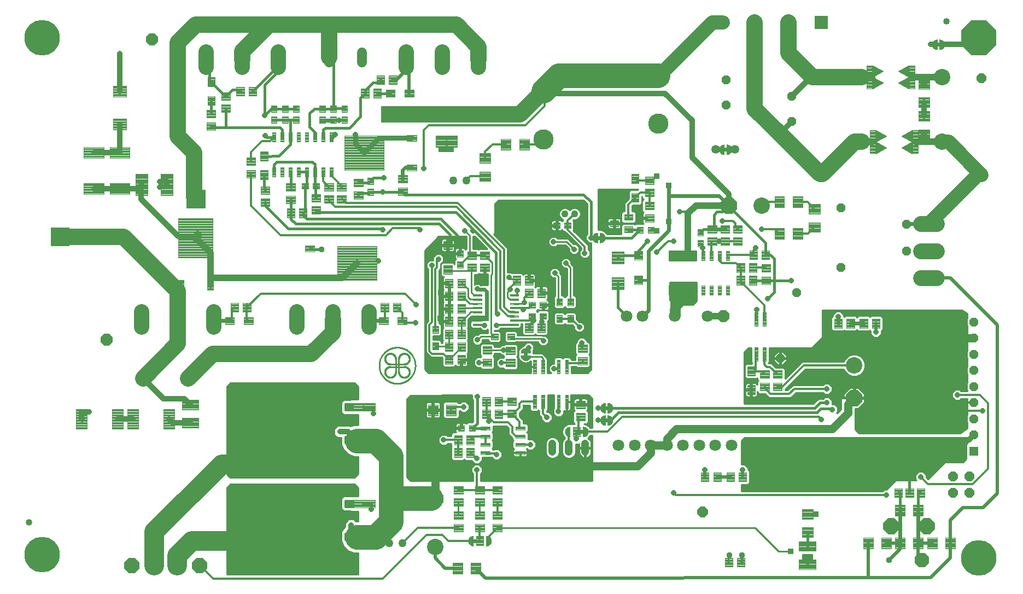
<source format=gbl>
G75*
%MOIN*%
%OFA0B0*%
%FSLAX25Y25*%
%IPPOS*%
%LPD*%
%AMOC8*
5,1,8,0,0,1.08239X$1,22.5*
%
%ADD10C,0.10000*%
%ADD11OC8,0.06000*%
%ADD12C,0.00378*%
%ADD13C,0.09693*%
%ADD14OC8,0.05400*%
%ADD15C,0.00039*%
%ADD16C,0.00400*%
%ADD17C,0.00100*%
%ADD18R,0.08268X0.08268*%
%ADD19OC8,0.08268*%
%ADD20C,0.04000*%
%ADD21C,0.00409*%
%ADD22C,0.00350*%
%ADD23OC8,0.10000*%
%ADD24OC8,0.06496*%
%ADD25C,0.00394*%
%ADD26C,0.00402*%
%ADD27C,0.00408*%
%ADD28C,0.00386*%
%ADD29OC8,0.09693*%
%ADD30C,0.04331*%
%ADD31C,0.04800*%
%ADD32C,0.00406*%
%ADD33C,0.00425*%
%ADD34C,0.09299*%
%ADD35C,0.06000*%
%ADD36C,0.00404*%
%ADD37C,0.00374*%
%ADD38OC8,0.09299*%
%ADD39C,0.12362*%
%ADD40OC8,0.12362*%
%ADD41C,0.05000*%
%ADD42C,0.01000*%
%ADD43OC8,0.07087*%
%ADD44OC8,0.08600*%
%ADD45OC8,0.03543*%
%ADD46OC8,0.05906*%
%ADD47R,0.05315X0.05315*%
%ADD48OC8,0.05315*%
%ADD49C,0.05315*%
%ADD50C,0.07087*%
%ADD51R,0.03175X0.03175*%
%ADD52C,0.01200*%
%ADD53C,0.03200*%
%ADD54OC8,0.03175*%
%ADD55C,0.02400*%
%ADD56C,0.02000*%
%ADD57C,0.04000*%
%ADD58C,0.08600*%
%ADD59C,0.01600*%
%ADD60OC8,0.03569*%
%ADD61R,0.03569X0.03569*%
%ADD62C,0.05000*%
%ADD63C,0.15000*%
%ADD64R,0.03962X0.03962*%
%ADD65C,0.12000*%
%ADD66C,0.21654*%
%ADD67C,0.10000*%
%ADD68C,0.03000*%
%ADD69C,0.01400*%
%ADD70OC8,0.21654*%
D10*
X0288977Y0046949D03*
X0544477Y0157713D03*
X0487977Y0254963D03*
X0549013Y0293876D03*
X0598225Y0293876D03*
X0598225Y0333246D03*
X0549013Y0333246D03*
D11*
X0525227Y0333213D03*
X0525227Y0274213D03*
X0622227Y0273713D03*
X0622227Y0332713D03*
D12*
X0583625Y0332072D02*
X0583625Y0326152D01*
X0583625Y0332072D02*
X0590345Y0332072D01*
X0590345Y0326152D01*
X0583625Y0326152D01*
X0583625Y0326529D02*
X0590345Y0326529D01*
X0590345Y0326906D02*
X0583625Y0326906D01*
X0583625Y0327283D02*
X0590345Y0327283D01*
X0590345Y0327660D02*
X0583625Y0327660D01*
X0583625Y0328037D02*
X0590345Y0328037D01*
X0590345Y0328414D02*
X0583625Y0328414D01*
X0583625Y0328791D02*
X0590345Y0328791D01*
X0590345Y0329168D02*
X0583625Y0329168D01*
X0583625Y0329545D02*
X0590345Y0329545D01*
X0590345Y0329922D02*
X0583625Y0329922D01*
X0583625Y0330299D02*
X0590345Y0330299D01*
X0590345Y0330676D02*
X0583625Y0330676D01*
X0583625Y0331053D02*
X0590345Y0331053D01*
X0590345Y0331430D02*
X0583625Y0331430D01*
X0583625Y0331807D02*
X0590345Y0331807D01*
X0583625Y0320875D02*
X0583625Y0314955D01*
X0583625Y0320875D02*
X0590345Y0320875D01*
X0590345Y0314955D01*
X0583625Y0314955D01*
X0583625Y0315332D02*
X0590345Y0315332D01*
X0590345Y0315709D02*
X0583625Y0315709D01*
X0583625Y0316086D02*
X0590345Y0316086D01*
X0590345Y0316463D02*
X0583625Y0316463D01*
X0583625Y0316840D02*
X0590345Y0316840D01*
X0590345Y0317217D02*
X0583625Y0317217D01*
X0583625Y0317594D02*
X0590345Y0317594D01*
X0590345Y0317971D02*
X0583625Y0317971D01*
X0583625Y0318348D02*
X0590345Y0318348D01*
X0590345Y0318725D02*
X0583625Y0318725D01*
X0583625Y0319102D02*
X0590345Y0319102D01*
X0590345Y0319479D02*
X0583625Y0319479D01*
X0583625Y0319856D02*
X0590345Y0319856D01*
X0590345Y0320233D02*
X0583625Y0320233D01*
X0583625Y0320610D02*
X0590345Y0320610D01*
X0583625Y0312572D02*
X0583625Y0306652D01*
X0583625Y0312572D02*
X0590345Y0312572D01*
X0590345Y0306652D01*
X0583625Y0306652D01*
X0583625Y0307029D02*
X0590345Y0307029D01*
X0590345Y0307406D02*
X0583625Y0307406D01*
X0583625Y0307783D02*
X0590345Y0307783D01*
X0590345Y0308160D02*
X0583625Y0308160D01*
X0583625Y0308537D02*
X0590345Y0308537D01*
X0590345Y0308914D02*
X0583625Y0308914D01*
X0583625Y0309291D02*
X0590345Y0309291D01*
X0590345Y0309668D02*
X0583625Y0309668D01*
X0583625Y0310045D02*
X0590345Y0310045D01*
X0590345Y0310422D02*
X0583625Y0310422D01*
X0583625Y0310799D02*
X0590345Y0310799D01*
X0590345Y0311176D02*
X0583625Y0311176D01*
X0583625Y0311553D02*
X0590345Y0311553D01*
X0590345Y0311930D02*
X0583625Y0311930D01*
X0583625Y0312307D02*
X0590345Y0312307D01*
X0583625Y0301375D02*
X0583625Y0295455D01*
X0583625Y0301375D02*
X0590345Y0301375D01*
X0590345Y0295455D01*
X0583625Y0295455D01*
X0583625Y0295832D02*
X0590345Y0295832D01*
X0590345Y0296209D02*
X0583625Y0296209D01*
X0583625Y0296586D02*
X0590345Y0296586D01*
X0590345Y0296963D02*
X0583625Y0296963D01*
X0583625Y0297340D02*
X0590345Y0297340D01*
X0590345Y0297717D02*
X0583625Y0297717D01*
X0583625Y0298094D02*
X0590345Y0298094D01*
X0590345Y0298471D02*
X0583625Y0298471D01*
X0583625Y0298848D02*
X0590345Y0298848D01*
X0590345Y0299225D02*
X0583625Y0299225D01*
X0583625Y0299602D02*
X0590345Y0299602D01*
X0590345Y0299979D02*
X0583625Y0299979D01*
X0583625Y0300356D02*
X0590345Y0300356D01*
X0590345Y0300733D02*
X0583625Y0300733D01*
X0583625Y0301110D02*
X0590345Y0301110D01*
X0513035Y0253853D02*
X0507115Y0253853D01*
X0507115Y0260573D01*
X0513035Y0260573D01*
X0513035Y0253853D01*
X0513035Y0254230D02*
X0507115Y0254230D01*
X0507115Y0254607D02*
X0513035Y0254607D01*
X0513035Y0254984D02*
X0507115Y0254984D01*
X0507115Y0255361D02*
X0513035Y0255361D01*
X0513035Y0255738D02*
X0507115Y0255738D01*
X0507115Y0256115D02*
X0513035Y0256115D01*
X0513035Y0256492D02*
X0507115Y0256492D01*
X0507115Y0256869D02*
X0513035Y0256869D01*
X0513035Y0257246D02*
X0507115Y0257246D01*
X0507115Y0257623D02*
X0513035Y0257623D01*
X0513035Y0258000D02*
X0507115Y0258000D01*
X0507115Y0258377D02*
X0513035Y0258377D01*
X0513035Y0258754D02*
X0507115Y0258754D01*
X0507115Y0259131D02*
X0513035Y0259131D01*
X0513035Y0259508D02*
X0507115Y0259508D01*
X0507115Y0259885D02*
X0513035Y0259885D01*
X0513035Y0260262D02*
X0507115Y0260262D01*
X0501839Y0253853D02*
X0495919Y0253853D01*
X0495919Y0260573D01*
X0501839Y0260573D01*
X0501839Y0253853D01*
X0501839Y0254230D02*
X0495919Y0254230D01*
X0495919Y0254607D02*
X0501839Y0254607D01*
X0501839Y0254984D02*
X0495919Y0254984D01*
X0495919Y0255361D02*
X0501839Y0255361D01*
X0501839Y0255738D02*
X0495919Y0255738D01*
X0495919Y0256115D02*
X0501839Y0256115D01*
X0501839Y0256492D02*
X0495919Y0256492D01*
X0495919Y0256869D02*
X0501839Y0256869D01*
X0501839Y0257246D02*
X0495919Y0257246D01*
X0495919Y0257623D02*
X0501839Y0257623D01*
X0501839Y0258000D02*
X0495919Y0258000D01*
X0495919Y0258377D02*
X0501839Y0258377D01*
X0501839Y0258754D02*
X0495919Y0258754D01*
X0495919Y0259131D02*
X0501839Y0259131D01*
X0501839Y0259508D02*
X0495919Y0259508D01*
X0495919Y0259885D02*
X0501839Y0259885D01*
X0501839Y0260262D02*
X0495919Y0260262D01*
X0516867Y0256021D02*
X0516867Y0250101D01*
X0516867Y0256021D02*
X0523587Y0256021D01*
X0523587Y0250101D01*
X0516867Y0250101D01*
X0516867Y0250478D02*
X0523587Y0250478D01*
X0523587Y0250855D02*
X0516867Y0250855D01*
X0516867Y0251232D02*
X0523587Y0251232D01*
X0523587Y0251609D02*
X0516867Y0251609D01*
X0516867Y0251986D02*
X0523587Y0251986D01*
X0523587Y0252363D02*
X0516867Y0252363D01*
X0516867Y0252740D02*
X0523587Y0252740D01*
X0523587Y0253117D02*
X0516867Y0253117D01*
X0516867Y0253494D02*
X0523587Y0253494D01*
X0523587Y0253871D02*
X0516867Y0253871D01*
X0516867Y0254248D02*
X0523587Y0254248D01*
X0523587Y0254625D02*
X0516867Y0254625D01*
X0516867Y0255002D02*
X0523587Y0255002D01*
X0523587Y0255379D02*
X0516867Y0255379D01*
X0516867Y0255756D02*
X0523587Y0255756D01*
X0516867Y0244824D02*
X0516867Y0238904D01*
X0516867Y0244824D02*
X0523587Y0244824D01*
X0523587Y0238904D01*
X0516867Y0238904D01*
X0516867Y0239281D02*
X0523587Y0239281D01*
X0523587Y0239658D02*
X0516867Y0239658D01*
X0516867Y0240035D02*
X0523587Y0240035D01*
X0523587Y0240412D02*
X0516867Y0240412D01*
X0516867Y0240789D02*
X0523587Y0240789D01*
X0523587Y0241166D02*
X0516867Y0241166D01*
X0516867Y0241543D02*
X0523587Y0241543D01*
X0523587Y0241920D02*
X0516867Y0241920D01*
X0516867Y0242297D02*
X0523587Y0242297D01*
X0523587Y0242674D02*
X0516867Y0242674D01*
X0516867Y0243051D02*
X0523587Y0243051D01*
X0523587Y0243428D02*
X0516867Y0243428D01*
X0516867Y0243805D02*
X0523587Y0243805D01*
X0523587Y0244182D02*
X0516867Y0244182D01*
X0516867Y0244559D02*
X0523587Y0244559D01*
X0513035Y0241323D02*
X0507115Y0241323D01*
X0513035Y0241323D02*
X0513035Y0234603D01*
X0507115Y0234603D01*
X0507115Y0241323D01*
X0507115Y0234980D02*
X0513035Y0234980D01*
X0513035Y0235357D02*
X0507115Y0235357D01*
X0507115Y0235734D02*
X0513035Y0235734D01*
X0513035Y0236111D02*
X0507115Y0236111D01*
X0507115Y0236488D02*
X0513035Y0236488D01*
X0513035Y0236865D02*
X0507115Y0236865D01*
X0507115Y0237242D02*
X0513035Y0237242D01*
X0513035Y0237619D02*
X0507115Y0237619D01*
X0507115Y0237996D02*
X0513035Y0237996D01*
X0513035Y0238373D02*
X0507115Y0238373D01*
X0507115Y0238750D02*
X0513035Y0238750D01*
X0513035Y0239127D02*
X0507115Y0239127D01*
X0507115Y0239504D02*
X0513035Y0239504D01*
X0513035Y0239881D02*
X0507115Y0239881D01*
X0507115Y0240258D02*
X0513035Y0240258D01*
X0513035Y0240635D02*
X0507115Y0240635D01*
X0507115Y0241012D02*
X0513035Y0241012D01*
X0501839Y0241323D02*
X0495919Y0241323D01*
X0501839Y0241323D02*
X0501839Y0234603D01*
X0495919Y0234603D01*
X0495919Y0241323D01*
X0495919Y0234980D02*
X0501839Y0234980D01*
X0501839Y0235357D02*
X0495919Y0235357D01*
X0495919Y0235734D02*
X0501839Y0235734D01*
X0501839Y0236111D02*
X0495919Y0236111D01*
X0495919Y0236488D02*
X0501839Y0236488D01*
X0501839Y0236865D02*
X0495919Y0236865D01*
X0495919Y0237242D02*
X0501839Y0237242D01*
X0501839Y0237619D02*
X0495919Y0237619D01*
X0495919Y0237996D02*
X0501839Y0237996D01*
X0501839Y0238373D02*
X0495919Y0238373D01*
X0495919Y0238750D02*
X0501839Y0238750D01*
X0501839Y0239127D02*
X0495919Y0239127D01*
X0495919Y0239504D02*
X0501839Y0239504D01*
X0501839Y0239881D02*
X0495919Y0239881D01*
X0495919Y0240258D02*
X0501839Y0240258D01*
X0501839Y0240635D02*
X0495919Y0240635D01*
X0495919Y0241012D02*
X0501839Y0241012D01*
X0413150Y0257240D02*
X0413150Y0262768D01*
X0413150Y0257240D02*
X0408804Y0257240D01*
X0408804Y0262768D01*
X0413150Y0262768D01*
X0413150Y0257617D02*
X0408804Y0257617D01*
X0408804Y0257994D02*
X0413150Y0257994D01*
X0413150Y0258371D02*
X0408804Y0258371D01*
X0408804Y0258748D02*
X0413150Y0258748D01*
X0413150Y0259125D02*
X0408804Y0259125D01*
X0408804Y0259502D02*
X0413150Y0259502D01*
X0413150Y0259879D02*
X0408804Y0259879D01*
X0408804Y0260256D02*
X0413150Y0260256D01*
X0413150Y0260633D02*
X0408804Y0260633D01*
X0408804Y0261010D02*
X0413150Y0261010D01*
X0413150Y0261387D02*
X0408804Y0261387D01*
X0408804Y0261764D02*
X0413150Y0261764D01*
X0413150Y0262141D02*
X0408804Y0262141D01*
X0408804Y0262518D02*
X0413150Y0262518D01*
X0413150Y0268657D02*
X0413150Y0274185D01*
X0413150Y0268657D02*
X0408804Y0268657D01*
X0408804Y0274185D01*
X0413150Y0274185D01*
X0413150Y0269034D02*
X0408804Y0269034D01*
X0408804Y0269411D02*
X0413150Y0269411D01*
X0413150Y0269788D02*
X0408804Y0269788D01*
X0408804Y0270165D02*
X0413150Y0270165D01*
X0413150Y0270542D02*
X0408804Y0270542D01*
X0408804Y0270919D02*
X0413150Y0270919D01*
X0413150Y0271296D02*
X0408804Y0271296D01*
X0408804Y0271673D02*
X0413150Y0271673D01*
X0413150Y0272050D02*
X0408804Y0272050D01*
X0408804Y0272427D02*
X0413150Y0272427D01*
X0413150Y0272804D02*
X0408804Y0272804D01*
X0408804Y0273181D02*
X0413150Y0273181D01*
X0413150Y0273558D02*
X0408804Y0273558D01*
X0408804Y0273935D02*
X0413150Y0273935D01*
X0346285Y0295823D02*
X0340365Y0295823D01*
X0346285Y0295823D02*
X0346285Y0289103D01*
X0340365Y0289103D01*
X0340365Y0295823D01*
X0340365Y0289480D02*
X0346285Y0289480D01*
X0346285Y0289857D02*
X0340365Y0289857D01*
X0340365Y0290234D02*
X0346285Y0290234D01*
X0346285Y0290611D02*
X0340365Y0290611D01*
X0340365Y0290988D02*
X0346285Y0290988D01*
X0346285Y0291365D02*
X0340365Y0291365D01*
X0340365Y0291742D02*
X0346285Y0291742D01*
X0346285Y0292119D02*
X0340365Y0292119D01*
X0340365Y0292496D02*
X0346285Y0292496D01*
X0346285Y0292873D02*
X0340365Y0292873D01*
X0340365Y0293250D02*
X0346285Y0293250D01*
X0346285Y0293627D02*
X0340365Y0293627D01*
X0340365Y0294004D02*
X0346285Y0294004D01*
X0346285Y0294381D02*
X0340365Y0294381D01*
X0340365Y0294758D02*
X0346285Y0294758D01*
X0346285Y0295135D02*
X0340365Y0295135D01*
X0340365Y0295512D02*
X0346285Y0295512D01*
X0335089Y0295823D02*
X0329169Y0295823D01*
X0335089Y0295823D02*
X0335089Y0289103D01*
X0329169Y0289103D01*
X0329169Y0295823D01*
X0329169Y0289480D02*
X0335089Y0289480D01*
X0335089Y0289857D02*
X0329169Y0289857D01*
X0329169Y0290234D02*
X0335089Y0290234D01*
X0335089Y0290611D02*
X0329169Y0290611D01*
X0329169Y0290988D02*
X0335089Y0290988D01*
X0335089Y0291365D02*
X0329169Y0291365D01*
X0329169Y0291742D02*
X0335089Y0291742D01*
X0335089Y0292119D02*
X0329169Y0292119D01*
X0329169Y0292496D02*
X0335089Y0292496D01*
X0335089Y0292873D02*
X0329169Y0292873D01*
X0329169Y0293250D02*
X0335089Y0293250D01*
X0335089Y0293627D02*
X0329169Y0293627D01*
X0329169Y0294004D02*
X0335089Y0294004D01*
X0335089Y0294381D02*
X0329169Y0294381D01*
X0329169Y0294758D02*
X0335089Y0294758D01*
X0335089Y0295135D02*
X0329169Y0295135D01*
X0329169Y0295512D02*
X0335089Y0295512D01*
X0316117Y0287021D02*
X0316117Y0281101D01*
X0316117Y0287021D02*
X0322837Y0287021D01*
X0322837Y0281101D01*
X0316117Y0281101D01*
X0316117Y0281478D02*
X0322837Y0281478D01*
X0322837Y0281855D02*
X0316117Y0281855D01*
X0316117Y0282232D02*
X0322837Y0282232D01*
X0322837Y0282609D02*
X0316117Y0282609D01*
X0316117Y0282986D02*
X0322837Y0282986D01*
X0322837Y0283363D02*
X0316117Y0283363D01*
X0316117Y0283740D02*
X0322837Y0283740D01*
X0322837Y0284117D02*
X0316117Y0284117D01*
X0316117Y0284494D02*
X0322837Y0284494D01*
X0322837Y0284871D02*
X0316117Y0284871D01*
X0316117Y0285248D02*
X0322837Y0285248D01*
X0322837Y0285625D02*
X0316117Y0285625D01*
X0316117Y0286002D02*
X0322837Y0286002D01*
X0322837Y0286379D02*
X0316117Y0286379D01*
X0316117Y0286756D02*
X0322837Y0286756D01*
X0316117Y0275824D02*
X0316117Y0269904D01*
X0316117Y0275824D02*
X0322837Y0275824D01*
X0322837Y0269904D01*
X0316117Y0269904D01*
X0316117Y0270281D02*
X0322837Y0270281D01*
X0322837Y0270658D02*
X0316117Y0270658D01*
X0316117Y0271035D02*
X0322837Y0271035D01*
X0322837Y0271412D02*
X0316117Y0271412D01*
X0316117Y0271789D02*
X0322837Y0271789D01*
X0322837Y0272166D02*
X0316117Y0272166D01*
X0316117Y0272543D02*
X0322837Y0272543D01*
X0322837Y0272920D02*
X0316117Y0272920D01*
X0316117Y0273297D02*
X0322837Y0273297D01*
X0322837Y0273674D02*
X0316117Y0273674D01*
X0316117Y0274051D02*
X0322837Y0274051D01*
X0322837Y0274428D02*
X0316117Y0274428D01*
X0316117Y0274805D02*
X0322837Y0274805D01*
X0322837Y0275182D02*
X0316117Y0275182D01*
X0316117Y0275559D02*
X0322837Y0275559D01*
X0275950Y0321290D02*
X0270422Y0321290D01*
X0270422Y0325636D01*
X0275950Y0325636D01*
X0275950Y0321290D01*
X0275950Y0321667D02*
X0270422Y0321667D01*
X0270422Y0322044D02*
X0275950Y0322044D01*
X0275950Y0322421D02*
X0270422Y0322421D01*
X0270422Y0322798D02*
X0275950Y0322798D01*
X0275950Y0323175D02*
X0270422Y0323175D01*
X0270422Y0323552D02*
X0275950Y0323552D01*
X0275950Y0323929D02*
X0270422Y0323929D01*
X0270422Y0324306D02*
X0275950Y0324306D01*
X0275950Y0324683D02*
X0270422Y0324683D01*
X0270422Y0325060D02*
X0275950Y0325060D01*
X0275950Y0325437D02*
X0270422Y0325437D01*
X0264532Y0321290D02*
X0259004Y0321290D01*
X0259004Y0325636D01*
X0264532Y0325636D01*
X0264532Y0321290D01*
X0264532Y0321667D02*
X0259004Y0321667D01*
X0259004Y0322044D02*
X0264532Y0322044D01*
X0264532Y0322421D02*
X0259004Y0322421D01*
X0259004Y0322798D02*
X0264532Y0322798D01*
X0264532Y0323175D02*
X0259004Y0323175D01*
X0259004Y0323552D02*
X0264532Y0323552D01*
X0264532Y0323929D02*
X0259004Y0323929D01*
X0259004Y0324306D02*
X0264532Y0324306D01*
X0264532Y0324683D02*
X0259004Y0324683D01*
X0259004Y0325060D02*
X0264532Y0325060D01*
X0264532Y0325437D02*
X0259004Y0325437D01*
X0182554Y0287935D02*
X0182554Y0282407D01*
X0182554Y0287935D02*
X0186900Y0287935D01*
X0186900Y0282407D01*
X0182554Y0282407D01*
X0182554Y0282784D02*
X0186900Y0282784D01*
X0186900Y0283161D02*
X0182554Y0283161D01*
X0182554Y0283538D02*
X0186900Y0283538D01*
X0186900Y0283915D02*
X0182554Y0283915D01*
X0182554Y0284292D02*
X0186900Y0284292D01*
X0186900Y0284669D02*
X0182554Y0284669D01*
X0182554Y0285046D02*
X0186900Y0285046D01*
X0186900Y0285423D02*
X0182554Y0285423D01*
X0182554Y0285800D02*
X0186900Y0285800D01*
X0186900Y0286177D02*
X0182554Y0286177D01*
X0182554Y0286554D02*
X0186900Y0286554D01*
X0186900Y0286931D02*
X0182554Y0286931D01*
X0182554Y0287308D02*
X0186900Y0287308D01*
X0186900Y0287685D02*
X0182554Y0287685D01*
X0182554Y0276518D02*
X0182554Y0270990D01*
X0182554Y0276518D02*
X0186900Y0276518D01*
X0186900Y0270990D01*
X0182554Y0270990D01*
X0182554Y0271367D02*
X0186900Y0271367D01*
X0186900Y0271744D02*
X0182554Y0271744D01*
X0182554Y0272121D02*
X0186900Y0272121D01*
X0186900Y0272498D02*
X0182554Y0272498D01*
X0182554Y0272875D02*
X0186900Y0272875D01*
X0186900Y0273252D02*
X0182554Y0273252D01*
X0182554Y0273629D02*
X0186900Y0273629D01*
X0186900Y0274006D02*
X0182554Y0274006D01*
X0182554Y0274383D02*
X0186900Y0274383D01*
X0186900Y0274760D02*
X0182554Y0274760D01*
X0182554Y0275137D02*
X0186900Y0275137D01*
X0186900Y0275514D02*
X0182554Y0275514D01*
X0182554Y0275891D02*
X0186900Y0275891D01*
X0186900Y0276268D02*
X0182554Y0276268D01*
X0154650Y0316240D02*
X0154650Y0321768D01*
X0154650Y0316240D02*
X0150304Y0316240D01*
X0150304Y0321768D01*
X0154650Y0321768D01*
X0154650Y0316617D02*
X0150304Y0316617D01*
X0150304Y0316994D02*
X0154650Y0316994D01*
X0154650Y0317371D02*
X0150304Y0317371D01*
X0150304Y0317748D02*
X0154650Y0317748D01*
X0154650Y0318125D02*
X0150304Y0318125D01*
X0150304Y0318502D02*
X0154650Y0318502D01*
X0154650Y0318879D02*
X0150304Y0318879D01*
X0150304Y0319256D02*
X0154650Y0319256D01*
X0154650Y0319633D02*
X0150304Y0319633D01*
X0150304Y0320010D02*
X0154650Y0320010D01*
X0154650Y0320387D02*
X0150304Y0320387D01*
X0150304Y0320764D02*
X0154650Y0320764D01*
X0154650Y0321141D02*
X0150304Y0321141D01*
X0150304Y0321518D02*
X0154650Y0321518D01*
X0154650Y0327657D02*
X0154650Y0333185D01*
X0154650Y0327657D02*
X0150304Y0327657D01*
X0150304Y0333185D01*
X0154650Y0333185D01*
X0154650Y0328034D02*
X0150304Y0328034D01*
X0150304Y0328411D02*
X0154650Y0328411D01*
X0154650Y0328788D02*
X0150304Y0328788D01*
X0150304Y0329165D02*
X0154650Y0329165D01*
X0154650Y0329542D02*
X0150304Y0329542D01*
X0150304Y0329919D02*
X0154650Y0329919D01*
X0154650Y0330296D02*
X0150304Y0330296D01*
X0150304Y0330673D02*
X0154650Y0330673D01*
X0154650Y0331050D02*
X0150304Y0331050D01*
X0150304Y0331427D02*
X0154650Y0331427D01*
X0154650Y0331804D02*
X0150304Y0331804D01*
X0150304Y0332181D02*
X0154650Y0332181D01*
X0154650Y0332558D02*
X0150304Y0332558D01*
X0150304Y0332935D02*
X0154650Y0332935D01*
X0161004Y0182790D02*
X0166532Y0182790D01*
X0161004Y0182790D02*
X0161004Y0187136D01*
X0166532Y0187136D01*
X0166532Y0182790D01*
X0166532Y0183167D02*
X0161004Y0183167D01*
X0161004Y0183544D02*
X0166532Y0183544D01*
X0166532Y0183921D02*
X0161004Y0183921D01*
X0161004Y0184298D02*
X0166532Y0184298D01*
X0166532Y0184675D02*
X0161004Y0184675D01*
X0161004Y0185052D02*
X0166532Y0185052D01*
X0166532Y0185429D02*
X0161004Y0185429D01*
X0161004Y0185806D02*
X0166532Y0185806D01*
X0166532Y0186183D02*
X0161004Y0186183D01*
X0161004Y0186560D02*
X0166532Y0186560D01*
X0166532Y0186937D02*
X0161004Y0186937D01*
X0172422Y0182790D02*
X0177950Y0182790D01*
X0172422Y0182790D02*
X0172422Y0187136D01*
X0177950Y0187136D01*
X0177950Y0182790D01*
X0177950Y0183167D02*
X0172422Y0183167D01*
X0172422Y0183544D02*
X0177950Y0183544D01*
X0177950Y0183921D02*
X0172422Y0183921D01*
X0172422Y0184298D02*
X0177950Y0184298D01*
X0177950Y0184675D02*
X0172422Y0184675D01*
X0172422Y0185052D02*
X0177950Y0185052D01*
X0177950Y0185429D02*
X0172422Y0185429D01*
X0172422Y0185806D02*
X0177950Y0185806D01*
X0177950Y0186183D02*
X0172422Y0186183D01*
X0172422Y0186560D02*
X0177950Y0186560D01*
X0177950Y0186937D02*
X0172422Y0186937D01*
X0254754Y0182790D02*
X0260282Y0182790D01*
X0254754Y0182790D02*
X0254754Y0187136D01*
X0260282Y0187136D01*
X0260282Y0182790D01*
X0260282Y0183167D02*
X0254754Y0183167D01*
X0254754Y0183544D02*
X0260282Y0183544D01*
X0260282Y0183921D02*
X0254754Y0183921D01*
X0254754Y0184298D02*
X0260282Y0184298D01*
X0260282Y0184675D02*
X0254754Y0184675D01*
X0254754Y0185052D02*
X0260282Y0185052D01*
X0260282Y0185429D02*
X0254754Y0185429D01*
X0254754Y0185806D02*
X0260282Y0185806D01*
X0260282Y0186183D02*
X0254754Y0186183D01*
X0254754Y0186560D02*
X0260282Y0186560D01*
X0260282Y0186937D02*
X0254754Y0186937D01*
X0266172Y0182790D02*
X0271700Y0182790D01*
X0266172Y0182790D02*
X0266172Y0187136D01*
X0271700Y0187136D01*
X0271700Y0182790D01*
X0271700Y0183167D02*
X0266172Y0183167D01*
X0266172Y0183544D02*
X0271700Y0183544D01*
X0271700Y0183921D02*
X0266172Y0183921D01*
X0266172Y0184298D02*
X0271700Y0184298D01*
X0271700Y0184675D02*
X0266172Y0184675D01*
X0266172Y0185052D02*
X0271700Y0185052D01*
X0271700Y0185429D02*
X0266172Y0185429D01*
X0266172Y0185806D02*
X0271700Y0185806D01*
X0271700Y0186183D02*
X0266172Y0186183D01*
X0266172Y0186560D02*
X0271700Y0186560D01*
X0271700Y0186937D02*
X0266172Y0186937D01*
X0284755Y0133817D02*
X0290675Y0133817D01*
X0290675Y0127109D01*
X0284755Y0127109D01*
X0284755Y0133817D01*
X0284755Y0127486D02*
X0290675Y0127486D01*
X0290675Y0127863D02*
X0284755Y0127863D01*
X0284755Y0128240D02*
X0290675Y0128240D01*
X0290675Y0128617D02*
X0284755Y0128617D01*
X0284755Y0128994D02*
X0290675Y0128994D01*
X0290675Y0129371D02*
X0284755Y0129371D01*
X0284755Y0129748D02*
X0290675Y0129748D01*
X0290675Y0130125D02*
X0284755Y0130125D01*
X0284755Y0130502D02*
X0290675Y0130502D01*
X0290675Y0130879D02*
X0284755Y0130879D01*
X0284755Y0131256D02*
X0290675Y0131256D01*
X0290675Y0131633D02*
X0284755Y0131633D01*
X0284755Y0132010D02*
X0290675Y0132010D01*
X0290675Y0132387D02*
X0284755Y0132387D01*
X0284755Y0132764D02*
X0290675Y0132764D01*
X0290675Y0133141D02*
X0284755Y0133141D01*
X0284755Y0133518D02*
X0290675Y0133518D01*
X0295779Y0133817D02*
X0301699Y0133817D01*
X0301699Y0127109D01*
X0295779Y0127109D01*
X0295779Y0133817D01*
X0295779Y0127486D02*
X0301699Y0127486D01*
X0301699Y0127863D02*
X0295779Y0127863D01*
X0295779Y0128240D02*
X0301699Y0128240D01*
X0301699Y0128617D02*
X0295779Y0128617D01*
X0295779Y0128994D02*
X0301699Y0128994D01*
X0301699Y0129371D02*
X0295779Y0129371D01*
X0295779Y0129748D02*
X0301699Y0129748D01*
X0301699Y0130125D02*
X0295779Y0130125D01*
X0295779Y0130502D02*
X0301699Y0130502D01*
X0301699Y0130879D02*
X0295779Y0130879D01*
X0295779Y0131256D02*
X0301699Y0131256D01*
X0301699Y0131633D02*
X0295779Y0131633D01*
X0295779Y0132010D02*
X0301699Y0132010D01*
X0301699Y0132387D02*
X0295779Y0132387D01*
X0295779Y0132764D02*
X0301699Y0132764D01*
X0301699Y0133141D02*
X0295779Y0133141D01*
X0295779Y0133518D02*
X0301699Y0133518D01*
X0144853Y0130764D02*
X0144853Y0136684D01*
X0144853Y0130764D02*
X0134601Y0130764D01*
X0134601Y0136684D01*
X0144853Y0136684D01*
X0144853Y0131141D02*
X0134601Y0131141D01*
X0134601Y0131518D02*
X0144853Y0131518D01*
X0144853Y0131895D02*
X0134601Y0131895D01*
X0134601Y0132272D02*
X0144853Y0132272D01*
X0144853Y0132649D02*
X0134601Y0132649D01*
X0134601Y0133026D02*
X0144853Y0133026D01*
X0144853Y0133403D02*
X0134601Y0133403D01*
X0134601Y0133780D02*
X0144853Y0133780D01*
X0144853Y0134157D02*
X0134601Y0134157D01*
X0134601Y0134534D02*
X0144853Y0134534D01*
X0144853Y0134911D02*
X0134601Y0134911D01*
X0134601Y0135288D02*
X0144853Y0135288D01*
X0144853Y0135665D02*
X0134601Y0135665D01*
X0134601Y0136042D02*
X0144853Y0136042D01*
X0144853Y0136419D02*
X0134601Y0136419D01*
X0144853Y0125661D02*
X0144853Y0119741D01*
X0134601Y0119741D01*
X0134601Y0125661D01*
X0144853Y0125661D01*
X0144853Y0120118D02*
X0134601Y0120118D01*
X0134601Y0120495D02*
X0144853Y0120495D01*
X0144853Y0120872D02*
X0134601Y0120872D01*
X0134601Y0121249D02*
X0144853Y0121249D01*
X0144853Y0121626D02*
X0134601Y0121626D01*
X0134601Y0122003D02*
X0144853Y0122003D01*
X0144853Y0122380D02*
X0134601Y0122380D01*
X0134601Y0122757D02*
X0144853Y0122757D01*
X0144853Y0123134D02*
X0134601Y0123134D01*
X0134601Y0123511D02*
X0144853Y0123511D01*
X0144853Y0123888D02*
X0134601Y0123888D01*
X0134601Y0124265D02*
X0144853Y0124265D01*
X0144853Y0124642D02*
X0134601Y0124642D01*
X0134601Y0125019D02*
X0144853Y0125019D01*
X0144853Y0125396D02*
X0134601Y0125396D01*
X0299755Y0030609D02*
X0305675Y0030609D01*
X0299755Y0030609D02*
X0299755Y0037317D01*
X0305675Y0037317D01*
X0305675Y0030609D01*
X0305675Y0030986D02*
X0299755Y0030986D01*
X0299755Y0031363D02*
X0305675Y0031363D01*
X0305675Y0031740D02*
X0299755Y0031740D01*
X0299755Y0032117D02*
X0305675Y0032117D01*
X0305675Y0032494D02*
X0299755Y0032494D01*
X0299755Y0032871D02*
X0305675Y0032871D01*
X0305675Y0033248D02*
X0299755Y0033248D01*
X0299755Y0033625D02*
X0305675Y0033625D01*
X0305675Y0034002D02*
X0299755Y0034002D01*
X0299755Y0034379D02*
X0305675Y0034379D01*
X0305675Y0034756D02*
X0299755Y0034756D01*
X0299755Y0035133D02*
X0305675Y0035133D01*
X0305675Y0035510D02*
X0299755Y0035510D01*
X0299755Y0035887D02*
X0305675Y0035887D01*
X0305675Y0036264D02*
X0299755Y0036264D01*
X0299755Y0036641D02*
X0305675Y0036641D01*
X0305675Y0037018D02*
X0299755Y0037018D01*
X0310779Y0030609D02*
X0316699Y0030609D01*
X0310779Y0030609D02*
X0310779Y0037317D01*
X0316699Y0037317D01*
X0316699Y0030609D01*
X0316699Y0030986D02*
X0310779Y0030986D01*
X0310779Y0031363D02*
X0316699Y0031363D01*
X0316699Y0031740D02*
X0310779Y0031740D01*
X0310779Y0032117D02*
X0316699Y0032117D01*
X0316699Y0032494D02*
X0310779Y0032494D01*
X0310779Y0032871D02*
X0316699Y0032871D01*
X0316699Y0033248D02*
X0310779Y0033248D01*
X0310779Y0033625D02*
X0316699Y0033625D01*
X0316699Y0034002D02*
X0310779Y0034002D01*
X0310779Y0034379D02*
X0316699Y0034379D01*
X0316699Y0034756D02*
X0310779Y0034756D01*
X0310779Y0035133D02*
X0316699Y0035133D01*
X0316699Y0035510D02*
X0310779Y0035510D01*
X0310779Y0035887D02*
X0316699Y0035887D01*
X0316699Y0036264D02*
X0310779Y0036264D01*
X0310779Y0036641D02*
X0316699Y0036641D01*
X0316699Y0037018D02*
X0310779Y0037018D01*
X0479554Y0139990D02*
X0479554Y0145518D01*
X0483900Y0145518D01*
X0483900Y0139990D01*
X0479554Y0139990D01*
X0479554Y0140367D02*
X0483900Y0140367D01*
X0483900Y0140744D02*
X0479554Y0140744D01*
X0479554Y0141121D02*
X0483900Y0141121D01*
X0483900Y0141498D02*
X0479554Y0141498D01*
X0479554Y0141875D02*
X0483900Y0141875D01*
X0483900Y0142252D02*
X0479554Y0142252D01*
X0479554Y0142629D02*
X0483900Y0142629D01*
X0483900Y0143006D02*
X0479554Y0143006D01*
X0479554Y0143383D02*
X0483900Y0143383D01*
X0483900Y0143760D02*
X0479554Y0143760D01*
X0479554Y0144137D02*
X0483900Y0144137D01*
X0483900Y0144514D02*
X0479554Y0144514D01*
X0479554Y0144891D02*
X0483900Y0144891D01*
X0483900Y0145268D02*
X0479554Y0145268D01*
X0479554Y0151407D02*
X0479554Y0156935D01*
X0483900Y0156935D01*
X0483900Y0151407D01*
X0479554Y0151407D01*
X0479554Y0151784D02*
X0483900Y0151784D01*
X0483900Y0152161D02*
X0479554Y0152161D01*
X0479554Y0152538D02*
X0483900Y0152538D01*
X0483900Y0152915D02*
X0479554Y0152915D01*
X0479554Y0153292D02*
X0483900Y0153292D01*
X0483900Y0153669D02*
X0479554Y0153669D01*
X0479554Y0154046D02*
X0483900Y0154046D01*
X0483900Y0154423D02*
X0479554Y0154423D01*
X0479554Y0154800D02*
X0483900Y0154800D01*
X0483900Y0155177D02*
X0479554Y0155177D01*
X0479554Y0155554D02*
X0483900Y0155554D01*
X0483900Y0155931D02*
X0479554Y0155931D01*
X0479554Y0156308D02*
X0483900Y0156308D01*
X0483900Y0156685D02*
X0479554Y0156685D01*
X0512623Y0069934D02*
X0512623Y0064014D01*
X0512623Y0069934D02*
X0519331Y0069934D01*
X0519331Y0064014D01*
X0512623Y0064014D01*
X0512623Y0064391D02*
X0519331Y0064391D01*
X0519331Y0064768D02*
X0512623Y0064768D01*
X0512623Y0065145D02*
X0519331Y0065145D01*
X0519331Y0065522D02*
X0512623Y0065522D01*
X0512623Y0065899D02*
X0519331Y0065899D01*
X0519331Y0066276D02*
X0512623Y0066276D01*
X0512623Y0066653D02*
X0519331Y0066653D01*
X0519331Y0067030D02*
X0512623Y0067030D01*
X0512623Y0067407D02*
X0519331Y0067407D01*
X0519331Y0067784D02*
X0512623Y0067784D01*
X0512623Y0068161D02*
X0519331Y0068161D01*
X0519331Y0068538D02*
X0512623Y0068538D01*
X0512623Y0068915D02*
X0519331Y0068915D01*
X0519331Y0069292D02*
X0512623Y0069292D01*
X0512623Y0069669D02*
X0519331Y0069669D01*
X0512623Y0058911D02*
X0512623Y0052991D01*
X0512623Y0058911D02*
X0519331Y0058911D01*
X0519331Y0052991D01*
X0512623Y0052991D01*
X0512623Y0053368D02*
X0519331Y0053368D01*
X0519331Y0053745D02*
X0512623Y0053745D01*
X0512623Y0054122D02*
X0519331Y0054122D01*
X0519331Y0054499D02*
X0512623Y0054499D01*
X0512623Y0054876D02*
X0519331Y0054876D01*
X0519331Y0055253D02*
X0512623Y0055253D01*
X0512623Y0055630D02*
X0519331Y0055630D01*
X0519331Y0056007D02*
X0512623Y0056007D01*
X0512623Y0056384D02*
X0519331Y0056384D01*
X0519331Y0056761D02*
X0512623Y0056761D01*
X0512623Y0057138D02*
X0519331Y0057138D01*
X0519331Y0057515D02*
X0512623Y0057515D01*
X0512623Y0057892D02*
X0519331Y0057892D01*
X0519331Y0058269D02*
X0512623Y0058269D01*
X0512623Y0058646D02*
X0519331Y0058646D01*
X0510851Y0050434D02*
X0510851Y0044514D01*
X0510851Y0050434D02*
X0521103Y0050434D01*
X0521103Y0044514D01*
X0510851Y0044514D01*
X0510851Y0044891D02*
X0521103Y0044891D01*
X0521103Y0045268D02*
X0510851Y0045268D01*
X0510851Y0045645D02*
X0521103Y0045645D01*
X0521103Y0046022D02*
X0510851Y0046022D01*
X0510851Y0046399D02*
X0521103Y0046399D01*
X0521103Y0046776D02*
X0510851Y0046776D01*
X0510851Y0047153D02*
X0521103Y0047153D01*
X0521103Y0047530D02*
X0510851Y0047530D01*
X0510851Y0047907D02*
X0521103Y0047907D01*
X0521103Y0048284D02*
X0510851Y0048284D01*
X0510851Y0048661D02*
X0521103Y0048661D01*
X0521103Y0049038D02*
X0510851Y0049038D01*
X0510851Y0049415D02*
X0521103Y0049415D01*
X0521103Y0049792D02*
X0510851Y0049792D01*
X0510851Y0050169D02*
X0521103Y0050169D01*
X0510851Y0039411D02*
X0510851Y0033491D01*
X0510851Y0039411D02*
X0521103Y0039411D01*
X0521103Y0033491D01*
X0510851Y0033491D01*
X0510851Y0033868D02*
X0521103Y0033868D01*
X0521103Y0034245D02*
X0510851Y0034245D01*
X0510851Y0034622D02*
X0521103Y0034622D01*
X0521103Y0034999D02*
X0510851Y0034999D01*
X0510851Y0035376D02*
X0521103Y0035376D01*
X0521103Y0035753D02*
X0510851Y0035753D01*
X0510851Y0036130D02*
X0521103Y0036130D01*
X0521103Y0036507D02*
X0510851Y0036507D01*
X0510851Y0036884D02*
X0521103Y0036884D01*
X0521103Y0037261D02*
X0510851Y0037261D01*
X0510851Y0037638D02*
X0521103Y0037638D01*
X0521103Y0038015D02*
X0510851Y0038015D01*
X0510851Y0038392D02*
X0521103Y0038392D01*
X0521103Y0038769D02*
X0510851Y0038769D01*
X0510851Y0039146D02*
X0521103Y0039146D01*
X0550005Y0052817D02*
X0555925Y0052817D01*
X0555925Y0046109D01*
X0550005Y0046109D01*
X0550005Y0052817D01*
X0550005Y0046486D02*
X0555925Y0046486D01*
X0555925Y0046863D02*
X0550005Y0046863D01*
X0550005Y0047240D02*
X0555925Y0047240D01*
X0555925Y0047617D02*
X0550005Y0047617D01*
X0550005Y0047994D02*
X0555925Y0047994D01*
X0555925Y0048371D02*
X0550005Y0048371D01*
X0550005Y0048748D02*
X0555925Y0048748D01*
X0555925Y0049125D02*
X0550005Y0049125D01*
X0550005Y0049502D02*
X0555925Y0049502D01*
X0555925Y0049879D02*
X0550005Y0049879D01*
X0550005Y0050256D02*
X0555925Y0050256D01*
X0555925Y0050633D02*
X0550005Y0050633D01*
X0550005Y0051010D02*
X0555925Y0051010D01*
X0555925Y0051387D02*
X0550005Y0051387D01*
X0550005Y0051764D02*
X0555925Y0051764D01*
X0555925Y0052141D02*
X0550005Y0052141D01*
X0550005Y0052518D02*
X0555925Y0052518D01*
X0561029Y0052817D02*
X0566949Y0052817D01*
X0566949Y0046109D01*
X0561029Y0046109D01*
X0561029Y0052817D01*
X0561029Y0046486D02*
X0566949Y0046486D01*
X0566949Y0046863D02*
X0561029Y0046863D01*
X0561029Y0047240D02*
X0566949Y0047240D01*
X0566949Y0047617D02*
X0561029Y0047617D01*
X0561029Y0047994D02*
X0566949Y0047994D01*
X0566949Y0048371D02*
X0561029Y0048371D01*
X0561029Y0048748D02*
X0566949Y0048748D01*
X0566949Y0049125D02*
X0561029Y0049125D01*
X0561029Y0049502D02*
X0566949Y0049502D01*
X0566949Y0049879D02*
X0561029Y0049879D01*
X0561029Y0050256D02*
X0566949Y0050256D01*
X0566949Y0050633D02*
X0561029Y0050633D01*
X0561029Y0051010D02*
X0566949Y0051010D01*
X0566949Y0051387D02*
X0561029Y0051387D01*
X0561029Y0051764D02*
X0566949Y0051764D01*
X0566949Y0052141D02*
X0561029Y0052141D01*
X0561029Y0052518D02*
X0566949Y0052518D01*
X0569505Y0052817D02*
X0575425Y0052817D01*
X0575425Y0046109D01*
X0569505Y0046109D01*
X0569505Y0052817D01*
X0569505Y0046486D02*
X0575425Y0046486D01*
X0575425Y0046863D02*
X0569505Y0046863D01*
X0569505Y0047240D02*
X0575425Y0047240D01*
X0575425Y0047617D02*
X0569505Y0047617D01*
X0569505Y0047994D02*
X0575425Y0047994D01*
X0575425Y0048371D02*
X0569505Y0048371D01*
X0569505Y0048748D02*
X0575425Y0048748D01*
X0575425Y0049125D02*
X0569505Y0049125D01*
X0569505Y0049502D02*
X0575425Y0049502D01*
X0575425Y0049879D02*
X0569505Y0049879D01*
X0569505Y0050256D02*
X0575425Y0050256D01*
X0575425Y0050633D02*
X0569505Y0050633D01*
X0569505Y0051010D02*
X0575425Y0051010D01*
X0575425Y0051387D02*
X0569505Y0051387D01*
X0569505Y0051764D02*
X0575425Y0051764D01*
X0575425Y0052141D02*
X0569505Y0052141D01*
X0569505Y0052518D02*
X0575425Y0052518D01*
X0580529Y0052817D02*
X0586449Y0052817D01*
X0586449Y0046109D01*
X0580529Y0046109D01*
X0580529Y0052817D01*
X0580529Y0046486D02*
X0586449Y0046486D01*
X0586449Y0046863D02*
X0580529Y0046863D01*
X0580529Y0047240D02*
X0586449Y0047240D01*
X0586449Y0047617D02*
X0580529Y0047617D01*
X0580529Y0047994D02*
X0586449Y0047994D01*
X0586449Y0048371D02*
X0580529Y0048371D01*
X0580529Y0048748D02*
X0586449Y0048748D01*
X0586449Y0049125D02*
X0580529Y0049125D01*
X0580529Y0049502D02*
X0586449Y0049502D01*
X0586449Y0049879D02*
X0580529Y0049879D01*
X0580529Y0050256D02*
X0586449Y0050256D01*
X0586449Y0050633D02*
X0580529Y0050633D01*
X0580529Y0051010D02*
X0586449Y0051010D01*
X0586449Y0051387D02*
X0580529Y0051387D01*
X0580529Y0051764D02*
X0586449Y0051764D01*
X0586449Y0052141D02*
X0580529Y0052141D01*
X0580529Y0052518D02*
X0586449Y0052518D01*
X0589005Y0046109D02*
X0594925Y0046109D01*
X0589005Y0046109D02*
X0589005Y0052817D01*
X0594925Y0052817D01*
X0594925Y0046109D01*
X0594925Y0046486D02*
X0589005Y0046486D01*
X0589005Y0046863D02*
X0594925Y0046863D01*
X0594925Y0047240D02*
X0589005Y0047240D01*
X0589005Y0047617D02*
X0594925Y0047617D01*
X0594925Y0047994D02*
X0589005Y0047994D01*
X0589005Y0048371D02*
X0594925Y0048371D01*
X0594925Y0048748D02*
X0589005Y0048748D01*
X0589005Y0049125D02*
X0594925Y0049125D01*
X0594925Y0049502D02*
X0589005Y0049502D01*
X0589005Y0049879D02*
X0594925Y0049879D01*
X0594925Y0050256D02*
X0589005Y0050256D01*
X0589005Y0050633D02*
X0594925Y0050633D01*
X0594925Y0051010D02*
X0589005Y0051010D01*
X0589005Y0051387D02*
X0594925Y0051387D01*
X0594925Y0051764D02*
X0589005Y0051764D01*
X0589005Y0052141D02*
X0594925Y0052141D01*
X0594925Y0052518D02*
X0589005Y0052518D01*
X0600029Y0046109D02*
X0605949Y0046109D01*
X0600029Y0046109D02*
X0600029Y0052817D01*
X0605949Y0052817D01*
X0605949Y0046109D01*
X0605949Y0046486D02*
X0600029Y0046486D01*
X0600029Y0046863D02*
X0605949Y0046863D01*
X0605949Y0047240D02*
X0600029Y0047240D01*
X0600029Y0047617D02*
X0605949Y0047617D01*
X0605949Y0047994D02*
X0600029Y0047994D01*
X0600029Y0048371D02*
X0605949Y0048371D01*
X0605949Y0048748D02*
X0600029Y0048748D01*
X0600029Y0049125D02*
X0605949Y0049125D01*
X0605949Y0049502D02*
X0600029Y0049502D01*
X0600029Y0049879D02*
X0605949Y0049879D01*
X0605949Y0050256D02*
X0600029Y0050256D01*
X0600029Y0050633D02*
X0605949Y0050633D01*
X0605949Y0051010D02*
X0600029Y0051010D01*
X0600029Y0051387D02*
X0605949Y0051387D01*
X0605949Y0051764D02*
X0600029Y0051764D01*
X0600029Y0052141D02*
X0605949Y0052141D01*
X0605949Y0052518D02*
X0600029Y0052518D01*
X0586449Y0072567D02*
X0580529Y0072567D01*
X0586449Y0072567D02*
X0586449Y0065859D01*
X0580529Y0065859D01*
X0580529Y0072567D01*
X0580529Y0066236D02*
X0586449Y0066236D01*
X0586449Y0066613D02*
X0580529Y0066613D01*
X0580529Y0066990D02*
X0586449Y0066990D01*
X0586449Y0067367D02*
X0580529Y0067367D01*
X0580529Y0067744D02*
X0586449Y0067744D01*
X0586449Y0068121D02*
X0580529Y0068121D01*
X0580529Y0068498D02*
X0586449Y0068498D01*
X0586449Y0068875D02*
X0580529Y0068875D01*
X0580529Y0069252D02*
X0586449Y0069252D01*
X0586449Y0069629D02*
X0580529Y0069629D01*
X0580529Y0070006D02*
X0586449Y0070006D01*
X0586449Y0070383D02*
X0580529Y0070383D01*
X0580529Y0070760D02*
X0586449Y0070760D01*
X0586449Y0071137D02*
X0580529Y0071137D01*
X0580529Y0071514D02*
X0586449Y0071514D01*
X0586449Y0071891D02*
X0580529Y0071891D01*
X0580529Y0072268D02*
X0586449Y0072268D01*
X0575425Y0072567D02*
X0569505Y0072567D01*
X0575425Y0072567D02*
X0575425Y0065859D01*
X0569505Y0065859D01*
X0569505Y0072567D01*
X0569505Y0066236D02*
X0575425Y0066236D01*
X0575425Y0066613D02*
X0569505Y0066613D01*
X0569505Y0066990D02*
X0575425Y0066990D01*
X0575425Y0067367D02*
X0569505Y0067367D01*
X0569505Y0067744D02*
X0575425Y0067744D01*
X0575425Y0068121D02*
X0569505Y0068121D01*
X0569505Y0068498D02*
X0575425Y0068498D01*
X0575425Y0068875D02*
X0569505Y0068875D01*
X0569505Y0069252D02*
X0575425Y0069252D01*
X0575425Y0069629D02*
X0569505Y0069629D01*
X0569505Y0070006D02*
X0575425Y0070006D01*
X0575425Y0070383D02*
X0569505Y0070383D01*
X0569505Y0070760D02*
X0575425Y0070760D01*
X0575425Y0071137D02*
X0569505Y0071137D01*
X0569505Y0071514D02*
X0575425Y0071514D01*
X0575425Y0071891D02*
X0569505Y0071891D01*
X0569505Y0072268D02*
X0575425Y0072268D01*
D13*
X0585117Y0210902D02*
X0594810Y0210902D01*
X0594810Y0227437D02*
X0585117Y0227437D01*
X0585117Y0243972D02*
X0594810Y0243972D01*
D14*
X0576477Y0243713D03*
X0576477Y0227463D03*
X0536477Y0217463D03*
X0509477Y0201963D03*
X0499477Y0161963D03*
X0536477Y0253713D03*
X0506477Y0306213D03*
X0506477Y0321713D03*
X0466477Y0316213D03*
X0466477Y0331713D03*
D15*
X0555696Y0331749D02*
X0558651Y0331749D01*
X0558718Y0331711D02*
X0555696Y0331711D01*
X0555696Y0331673D02*
X0558786Y0331673D01*
X0558853Y0331635D02*
X0555696Y0331635D01*
X0555696Y0331598D02*
X0558920Y0331598D01*
X0558988Y0331560D02*
X0555696Y0331560D01*
X0555696Y0331522D02*
X0559055Y0331522D01*
X0559122Y0331484D02*
X0555696Y0331484D01*
X0555696Y0331446D02*
X0559190Y0331446D01*
X0559257Y0331408D02*
X0555696Y0331408D01*
X0555696Y0331370D02*
X0559324Y0331370D01*
X0559392Y0331332D02*
X0555696Y0331332D01*
X0555696Y0331294D02*
X0559459Y0331294D01*
X0559526Y0331257D02*
X0555696Y0331257D01*
X0555696Y0331219D02*
X0559594Y0331219D01*
X0559661Y0331181D02*
X0555696Y0331181D01*
X0555696Y0331143D02*
X0559728Y0331143D01*
X0559796Y0331105D02*
X0555696Y0331105D01*
X0555696Y0331067D02*
X0559863Y0331067D01*
X0559930Y0331029D02*
X0555696Y0331029D01*
X0555696Y0330991D02*
X0559998Y0330991D01*
X0560065Y0330954D02*
X0555696Y0330954D01*
X0555696Y0330916D02*
X0560132Y0330916D01*
X0560200Y0330878D02*
X0555696Y0330878D01*
X0555696Y0330840D02*
X0560267Y0330840D01*
X0560334Y0330802D02*
X0555696Y0330802D01*
X0555696Y0330764D02*
X0560402Y0330764D01*
X0560469Y0330726D02*
X0555696Y0330726D01*
X0555696Y0330688D02*
X0560537Y0330688D01*
X0560604Y0330650D02*
X0555696Y0330650D01*
X0555696Y0330613D02*
X0560671Y0330613D01*
X0560739Y0330575D02*
X0555696Y0330575D01*
X0555696Y0330537D02*
X0560806Y0330537D01*
X0560873Y0330499D02*
X0555696Y0330499D01*
X0555696Y0330461D02*
X0560941Y0330461D01*
X0561008Y0330423D02*
X0555696Y0330423D01*
X0555696Y0330385D02*
X0561075Y0330385D01*
X0561143Y0330347D02*
X0555696Y0330347D01*
X0555696Y0330310D02*
X0561210Y0330310D01*
X0561277Y0330272D02*
X0555696Y0330272D01*
X0555696Y0330234D02*
X0561345Y0330234D01*
X0561412Y0330196D02*
X0555696Y0330196D01*
X0555696Y0330158D02*
X0561479Y0330158D01*
X0561547Y0330120D02*
X0555696Y0330120D01*
X0555696Y0330082D02*
X0561614Y0330082D01*
X0561681Y0330044D02*
X0555696Y0330044D01*
X0555696Y0330006D02*
X0561749Y0330006D01*
X0561816Y0329969D02*
X0555696Y0329969D01*
X0555696Y0329931D02*
X0561883Y0329931D01*
X0561951Y0329893D02*
X0555696Y0329893D01*
X0555696Y0329855D02*
X0561971Y0329855D01*
X0561995Y0329868D02*
X0555696Y0326325D01*
X0555696Y0333411D01*
X0561995Y0329868D01*
X0561904Y0329817D02*
X0555696Y0329817D01*
X0555696Y0329779D02*
X0561837Y0329779D01*
X0561769Y0329741D02*
X0555696Y0329741D01*
X0555696Y0329703D02*
X0561702Y0329703D01*
X0561635Y0329666D02*
X0555696Y0329666D01*
X0555696Y0329628D02*
X0561567Y0329628D01*
X0561500Y0329590D02*
X0555696Y0329590D01*
X0555696Y0329552D02*
X0561433Y0329552D01*
X0561365Y0329514D02*
X0555696Y0329514D01*
X0555696Y0329476D02*
X0561298Y0329476D01*
X0561231Y0329438D02*
X0555696Y0329438D01*
X0555696Y0329400D02*
X0561163Y0329400D01*
X0561096Y0329363D02*
X0555696Y0329363D01*
X0555696Y0329325D02*
X0561029Y0329325D01*
X0560961Y0329287D02*
X0555696Y0329287D01*
X0555696Y0329249D02*
X0560894Y0329249D01*
X0560827Y0329211D02*
X0555696Y0329211D01*
X0555696Y0329173D02*
X0560759Y0329173D01*
X0560692Y0329135D02*
X0555696Y0329135D01*
X0555696Y0329097D02*
X0560624Y0329097D01*
X0560557Y0329059D02*
X0555696Y0329059D01*
X0555696Y0329022D02*
X0560490Y0329022D01*
X0560422Y0328984D02*
X0555696Y0328984D01*
X0555696Y0328946D02*
X0560355Y0328946D01*
X0560288Y0328908D02*
X0555696Y0328908D01*
X0555696Y0328870D02*
X0560220Y0328870D01*
X0560153Y0328832D02*
X0555696Y0328832D01*
X0555696Y0328794D02*
X0560086Y0328794D01*
X0560018Y0328756D02*
X0555696Y0328756D01*
X0555696Y0328719D02*
X0559951Y0328719D01*
X0559884Y0328681D02*
X0555696Y0328681D01*
X0555696Y0328643D02*
X0559816Y0328643D01*
X0559749Y0328605D02*
X0555696Y0328605D01*
X0555696Y0328567D02*
X0559682Y0328567D01*
X0559614Y0328529D02*
X0555696Y0328529D01*
X0555696Y0328491D02*
X0559547Y0328491D01*
X0559480Y0328453D02*
X0555696Y0328453D01*
X0555696Y0328415D02*
X0559412Y0328415D01*
X0559345Y0328378D02*
X0555696Y0328378D01*
X0555696Y0328340D02*
X0559278Y0328340D01*
X0559210Y0328302D02*
X0555696Y0328302D01*
X0555696Y0328264D02*
X0559143Y0328264D01*
X0559076Y0328226D02*
X0555696Y0328226D01*
X0555696Y0328188D02*
X0559008Y0328188D01*
X0558941Y0328150D02*
X0555696Y0328150D01*
X0555696Y0328112D02*
X0558874Y0328112D01*
X0558806Y0328075D02*
X0555696Y0328075D01*
X0555696Y0328037D02*
X0558739Y0328037D01*
X0558672Y0327999D02*
X0555696Y0327999D01*
X0555696Y0327961D02*
X0558604Y0327961D01*
X0558537Y0327923D02*
X0555696Y0327923D01*
X0555696Y0327885D02*
X0558469Y0327885D01*
X0558402Y0327847D02*
X0555696Y0327847D01*
X0555696Y0327809D02*
X0558335Y0327809D01*
X0558267Y0327771D02*
X0555696Y0327771D01*
X0555696Y0327734D02*
X0558200Y0327734D01*
X0558133Y0327696D02*
X0555696Y0327696D01*
X0555696Y0327658D02*
X0558065Y0327658D01*
X0557998Y0327620D02*
X0555696Y0327620D01*
X0555696Y0327582D02*
X0557931Y0327582D01*
X0557863Y0327544D02*
X0555696Y0327544D01*
X0555696Y0327506D02*
X0557796Y0327506D01*
X0557729Y0327468D02*
X0555696Y0327468D01*
X0555696Y0327431D02*
X0557661Y0327431D01*
X0557594Y0327393D02*
X0555696Y0327393D01*
X0555696Y0327355D02*
X0557527Y0327355D01*
X0557459Y0327317D02*
X0555696Y0327317D01*
X0555696Y0327279D02*
X0557392Y0327279D01*
X0557325Y0327241D02*
X0555696Y0327241D01*
X0555696Y0327203D02*
X0557257Y0327203D01*
X0557190Y0327165D02*
X0555696Y0327165D01*
X0555696Y0327128D02*
X0557123Y0327128D01*
X0557055Y0327090D02*
X0555696Y0327090D01*
X0555696Y0327052D02*
X0556988Y0327052D01*
X0556921Y0327014D02*
X0555696Y0327014D01*
X0555696Y0326976D02*
X0556853Y0326976D01*
X0556786Y0326938D02*
X0555696Y0326938D01*
X0555696Y0326900D02*
X0556719Y0326900D01*
X0556651Y0326862D02*
X0555696Y0326862D01*
X0555696Y0326824D02*
X0556584Y0326824D01*
X0556516Y0326787D02*
X0555696Y0326787D01*
X0555696Y0326749D02*
X0556449Y0326749D01*
X0556382Y0326711D02*
X0555696Y0326711D01*
X0555696Y0326673D02*
X0556314Y0326673D01*
X0556247Y0326635D02*
X0555696Y0326635D01*
X0555696Y0326597D02*
X0556180Y0326597D01*
X0556112Y0326559D02*
X0555696Y0326559D01*
X0555696Y0326521D02*
X0556045Y0326521D01*
X0555978Y0326484D02*
X0555696Y0326484D01*
X0555696Y0326446D02*
X0555910Y0326446D01*
X0555843Y0326408D02*
X0555696Y0326408D01*
X0555696Y0326370D02*
X0555776Y0326370D01*
X0555708Y0326332D02*
X0555696Y0326332D01*
X0555696Y0331787D02*
X0558584Y0331787D01*
X0558516Y0331825D02*
X0555696Y0331825D01*
X0555696Y0331863D02*
X0558449Y0331863D01*
X0558381Y0331901D02*
X0555696Y0331901D01*
X0555696Y0331938D02*
X0558314Y0331938D01*
X0558247Y0331976D02*
X0555696Y0331976D01*
X0555696Y0332014D02*
X0558179Y0332014D01*
X0558112Y0332052D02*
X0555696Y0332052D01*
X0555696Y0332090D02*
X0558045Y0332090D01*
X0557977Y0332128D02*
X0555696Y0332128D01*
X0555696Y0332166D02*
X0557910Y0332166D01*
X0557843Y0332204D02*
X0555696Y0332204D01*
X0555696Y0332241D02*
X0557775Y0332241D01*
X0557708Y0332279D02*
X0555696Y0332279D01*
X0555696Y0332317D02*
X0557641Y0332317D01*
X0557573Y0332355D02*
X0555696Y0332355D01*
X0555696Y0332393D02*
X0557506Y0332393D01*
X0557439Y0332431D02*
X0555696Y0332431D01*
X0555696Y0332469D02*
X0557371Y0332469D01*
X0557304Y0332507D02*
X0555696Y0332507D01*
X0555696Y0332545D02*
X0557237Y0332545D01*
X0557169Y0332582D02*
X0555696Y0332582D01*
X0555696Y0332620D02*
X0557102Y0332620D01*
X0557035Y0332658D02*
X0555696Y0332658D01*
X0555696Y0332696D02*
X0556967Y0332696D01*
X0556900Y0332734D02*
X0555696Y0332734D01*
X0555696Y0332772D02*
X0556833Y0332772D01*
X0556765Y0332810D02*
X0555696Y0332810D01*
X0555696Y0332848D02*
X0556698Y0332848D01*
X0556631Y0332885D02*
X0555696Y0332885D01*
X0555696Y0332923D02*
X0556563Y0332923D01*
X0556496Y0332961D02*
X0555696Y0332961D01*
X0555696Y0332999D02*
X0556428Y0332999D01*
X0556361Y0333037D02*
X0555696Y0333037D01*
X0555696Y0333075D02*
X0556294Y0333075D01*
X0556226Y0333113D02*
X0555696Y0333113D01*
X0555696Y0333151D02*
X0556159Y0333151D01*
X0556092Y0333189D02*
X0555696Y0333189D01*
X0555696Y0333226D02*
X0556024Y0333226D01*
X0555957Y0333264D02*
X0555696Y0333264D01*
X0555696Y0333302D02*
X0555890Y0333302D01*
X0555822Y0333340D02*
X0555696Y0333340D01*
X0555696Y0333378D02*
X0555755Y0333378D01*
X0571444Y0329868D02*
X0577743Y0333411D01*
X0577743Y0326325D01*
X0571444Y0329868D01*
X0571467Y0329855D02*
X0577743Y0329855D01*
X0577743Y0329893D02*
X0571488Y0329893D01*
X0571555Y0329931D02*
X0577743Y0329931D01*
X0577743Y0329969D02*
X0571622Y0329969D01*
X0571690Y0330006D02*
X0577743Y0330006D01*
X0577743Y0330044D02*
X0571757Y0330044D01*
X0571824Y0330082D02*
X0577743Y0330082D01*
X0577743Y0330120D02*
X0571892Y0330120D01*
X0571959Y0330158D02*
X0577743Y0330158D01*
X0577743Y0330196D02*
X0572026Y0330196D01*
X0572094Y0330234D02*
X0577743Y0330234D01*
X0577743Y0330272D02*
X0572161Y0330272D01*
X0572228Y0330310D02*
X0577743Y0330310D01*
X0577743Y0330347D02*
X0572296Y0330347D01*
X0572363Y0330385D02*
X0577743Y0330385D01*
X0577743Y0330423D02*
X0572430Y0330423D01*
X0572498Y0330461D02*
X0577743Y0330461D01*
X0577743Y0330499D02*
X0572565Y0330499D01*
X0572632Y0330537D02*
X0577743Y0330537D01*
X0577743Y0330575D02*
X0572700Y0330575D01*
X0572767Y0330613D02*
X0577743Y0330613D01*
X0577743Y0330650D02*
X0572834Y0330650D01*
X0572902Y0330688D02*
X0577743Y0330688D01*
X0577743Y0330726D02*
X0572969Y0330726D01*
X0573036Y0330764D02*
X0577743Y0330764D01*
X0577743Y0330802D02*
X0573104Y0330802D01*
X0573171Y0330840D02*
X0577743Y0330840D01*
X0577743Y0330878D02*
X0573239Y0330878D01*
X0573306Y0330916D02*
X0577743Y0330916D01*
X0577743Y0330954D02*
X0573373Y0330954D01*
X0573441Y0330991D02*
X0577743Y0330991D01*
X0577743Y0331029D02*
X0573508Y0331029D01*
X0573575Y0331067D02*
X0577743Y0331067D01*
X0577743Y0331105D02*
X0573643Y0331105D01*
X0573710Y0331143D02*
X0577743Y0331143D01*
X0577743Y0331181D02*
X0573777Y0331181D01*
X0573845Y0331219D02*
X0577743Y0331219D01*
X0577743Y0331257D02*
X0573912Y0331257D01*
X0573979Y0331294D02*
X0577743Y0331294D01*
X0577743Y0331332D02*
X0574047Y0331332D01*
X0574114Y0331370D02*
X0577743Y0331370D01*
X0577743Y0331408D02*
X0574181Y0331408D01*
X0574249Y0331446D02*
X0577743Y0331446D01*
X0577743Y0331484D02*
X0574316Y0331484D01*
X0574383Y0331522D02*
X0577743Y0331522D01*
X0577743Y0331560D02*
X0574451Y0331560D01*
X0574518Y0331598D02*
X0577743Y0331598D01*
X0577743Y0331635D02*
X0574585Y0331635D01*
X0574653Y0331673D02*
X0577743Y0331673D01*
X0577743Y0331711D02*
X0574720Y0331711D01*
X0574787Y0331749D02*
X0577743Y0331749D01*
X0577743Y0331787D02*
X0574855Y0331787D01*
X0574922Y0331825D02*
X0577743Y0331825D01*
X0577743Y0331863D02*
X0574989Y0331863D01*
X0575057Y0331901D02*
X0577743Y0331901D01*
X0577743Y0331938D02*
X0575124Y0331938D01*
X0575191Y0331976D02*
X0577743Y0331976D01*
X0577743Y0332014D02*
X0575259Y0332014D01*
X0575326Y0332052D02*
X0577743Y0332052D01*
X0577743Y0332090D02*
X0575394Y0332090D01*
X0575461Y0332128D02*
X0577743Y0332128D01*
X0577743Y0332166D02*
X0575528Y0332166D01*
X0575596Y0332204D02*
X0577743Y0332204D01*
X0577743Y0332241D02*
X0575663Y0332241D01*
X0575730Y0332279D02*
X0577743Y0332279D01*
X0577743Y0332317D02*
X0575798Y0332317D01*
X0575865Y0332355D02*
X0577743Y0332355D01*
X0577743Y0332393D02*
X0575932Y0332393D01*
X0576000Y0332431D02*
X0577743Y0332431D01*
X0577743Y0332469D02*
X0576067Y0332469D01*
X0576134Y0332507D02*
X0577743Y0332507D01*
X0577743Y0332545D02*
X0576202Y0332545D01*
X0576269Y0332582D02*
X0577743Y0332582D01*
X0577743Y0332620D02*
X0576336Y0332620D01*
X0576404Y0332658D02*
X0577743Y0332658D01*
X0577743Y0332696D02*
X0576471Y0332696D01*
X0576538Y0332734D02*
X0577743Y0332734D01*
X0577743Y0332772D02*
X0576606Y0332772D01*
X0576673Y0332810D02*
X0577743Y0332810D01*
X0577743Y0332848D02*
X0576740Y0332848D01*
X0576808Y0332885D02*
X0577743Y0332885D01*
X0577743Y0332923D02*
X0576875Y0332923D01*
X0576942Y0332961D02*
X0577743Y0332961D01*
X0577743Y0332999D02*
X0577010Y0332999D01*
X0577077Y0333037D02*
X0577743Y0333037D01*
X0577743Y0333075D02*
X0577145Y0333075D01*
X0577212Y0333113D02*
X0577743Y0333113D01*
X0577743Y0333151D02*
X0577279Y0333151D01*
X0577347Y0333189D02*
X0577743Y0333189D01*
X0577743Y0333226D02*
X0577414Y0333226D01*
X0577481Y0333264D02*
X0577743Y0333264D01*
X0577743Y0333302D02*
X0577549Y0333302D01*
X0577616Y0333340D02*
X0577743Y0333340D01*
X0577743Y0333378D02*
X0577683Y0333378D01*
X0577735Y0333416D02*
X0577743Y0333416D01*
X0577743Y0333411D02*
X0571444Y0336955D01*
X0577743Y0340498D01*
X0577743Y0333411D01*
X0577743Y0333454D02*
X0577668Y0333454D01*
X0577600Y0333492D02*
X0577743Y0333492D01*
X0577743Y0333529D02*
X0577533Y0333529D01*
X0577466Y0333567D02*
X0577743Y0333567D01*
X0577743Y0333605D02*
X0577398Y0333605D01*
X0577331Y0333643D02*
X0577743Y0333643D01*
X0577743Y0333681D02*
X0577264Y0333681D01*
X0577196Y0333719D02*
X0577743Y0333719D01*
X0577743Y0333757D02*
X0577129Y0333757D01*
X0577062Y0333795D02*
X0577743Y0333795D01*
X0577743Y0333833D02*
X0576994Y0333833D01*
X0576927Y0333870D02*
X0577743Y0333870D01*
X0577743Y0333908D02*
X0576859Y0333908D01*
X0576792Y0333946D02*
X0577743Y0333946D01*
X0577743Y0333984D02*
X0576725Y0333984D01*
X0576657Y0334022D02*
X0577743Y0334022D01*
X0577743Y0334060D02*
X0576590Y0334060D01*
X0576523Y0334098D02*
X0577743Y0334098D01*
X0577743Y0334136D02*
X0576455Y0334136D01*
X0576388Y0334173D02*
X0577743Y0334173D01*
X0577743Y0334211D02*
X0576321Y0334211D01*
X0576253Y0334249D02*
X0577743Y0334249D01*
X0577743Y0334287D02*
X0576186Y0334287D01*
X0576119Y0334325D02*
X0577743Y0334325D01*
X0577743Y0334363D02*
X0576051Y0334363D01*
X0575984Y0334401D02*
X0577743Y0334401D01*
X0577743Y0334439D02*
X0575917Y0334439D01*
X0575849Y0334477D02*
X0577743Y0334477D01*
X0577743Y0334514D02*
X0575782Y0334514D01*
X0575715Y0334552D02*
X0577743Y0334552D01*
X0577743Y0334590D02*
X0575647Y0334590D01*
X0575580Y0334628D02*
X0577743Y0334628D01*
X0577743Y0334666D02*
X0575513Y0334666D01*
X0575445Y0334704D02*
X0577743Y0334704D01*
X0577743Y0334742D02*
X0575378Y0334742D01*
X0575311Y0334780D02*
X0577743Y0334780D01*
X0577743Y0334817D02*
X0575243Y0334817D01*
X0575176Y0334855D02*
X0577743Y0334855D01*
X0577743Y0334893D02*
X0575109Y0334893D01*
X0575041Y0334931D02*
X0577743Y0334931D01*
X0577743Y0334969D02*
X0574974Y0334969D01*
X0574906Y0335007D02*
X0577743Y0335007D01*
X0577743Y0335045D02*
X0574839Y0335045D01*
X0574772Y0335083D02*
X0577743Y0335083D01*
X0577743Y0335120D02*
X0574704Y0335120D01*
X0574637Y0335158D02*
X0577743Y0335158D01*
X0577743Y0335196D02*
X0574570Y0335196D01*
X0574502Y0335234D02*
X0577743Y0335234D01*
X0577743Y0335272D02*
X0574435Y0335272D01*
X0574368Y0335310D02*
X0577743Y0335310D01*
X0577743Y0335348D02*
X0574300Y0335348D01*
X0574233Y0335386D02*
X0577743Y0335386D01*
X0577743Y0335424D02*
X0574166Y0335424D01*
X0574098Y0335461D02*
X0577743Y0335461D01*
X0577743Y0335499D02*
X0574031Y0335499D01*
X0573964Y0335537D02*
X0577743Y0335537D01*
X0577743Y0335575D02*
X0573896Y0335575D01*
X0573829Y0335613D02*
X0577743Y0335613D01*
X0577743Y0335651D02*
X0573762Y0335651D01*
X0573694Y0335689D02*
X0577743Y0335689D01*
X0577743Y0335727D02*
X0573627Y0335727D01*
X0573560Y0335764D02*
X0577743Y0335764D01*
X0577743Y0335802D02*
X0573492Y0335802D01*
X0573425Y0335840D02*
X0577743Y0335840D01*
X0577743Y0335878D02*
X0573358Y0335878D01*
X0573290Y0335916D02*
X0577743Y0335916D01*
X0577743Y0335954D02*
X0573223Y0335954D01*
X0573156Y0335992D02*
X0577743Y0335992D01*
X0577743Y0336030D02*
X0573088Y0336030D01*
X0573021Y0336068D02*
X0577743Y0336068D01*
X0577743Y0336105D02*
X0572953Y0336105D01*
X0572886Y0336143D02*
X0577743Y0336143D01*
X0577743Y0336181D02*
X0572819Y0336181D01*
X0572751Y0336219D02*
X0577743Y0336219D01*
X0577743Y0336257D02*
X0572684Y0336257D01*
X0572617Y0336295D02*
X0577743Y0336295D01*
X0577743Y0336333D02*
X0572549Y0336333D01*
X0572482Y0336371D02*
X0577743Y0336371D01*
X0577743Y0336408D02*
X0572415Y0336408D01*
X0572347Y0336446D02*
X0577743Y0336446D01*
X0577743Y0336484D02*
X0572280Y0336484D01*
X0572213Y0336522D02*
X0577743Y0336522D01*
X0577743Y0336560D02*
X0572145Y0336560D01*
X0572078Y0336598D02*
X0577743Y0336598D01*
X0577743Y0336636D02*
X0572011Y0336636D01*
X0571943Y0336674D02*
X0577743Y0336674D01*
X0577743Y0336712D02*
X0571876Y0336712D01*
X0571809Y0336749D02*
X0577743Y0336749D01*
X0577743Y0336787D02*
X0571741Y0336787D01*
X0571674Y0336825D02*
X0577743Y0336825D01*
X0577743Y0336863D02*
X0571607Y0336863D01*
X0571539Y0336901D02*
X0577743Y0336901D01*
X0577743Y0336939D02*
X0571472Y0336939D01*
X0571483Y0336977D02*
X0577743Y0336977D01*
X0577743Y0337015D02*
X0571550Y0337015D01*
X0571617Y0337052D02*
X0577743Y0337052D01*
X0577743Y0337090D02*
X0571685Y0337090D01*
X0571752Y0337128D02*
X0577743Y0337128D01*
X0577743Y0337166D02*
X0571819Y0337166D01*
X0571887Y0337204D02*
X0577743Y0337204D01*
X0577743Y0337242D02*
X0571954Y0337242D01*
X0572021Y0337280D02*
X0577743Y0337280D01*
X0577743Y0337318D02*
X0572089Y0337318D01*
X0572156Y0337355D02*
X0577743Y0337355D01*
X0577743Y0337393D02*
X0572223Y0337393D01*
X0572291Y0337431D02*
X0577743Y0337431D01*
X0577743Y0337469D02*
X0572358Y0337469D01*
X0572425Y0337507D02*
X0577743Y0337507D01*
X0577743Y0337545D02*
X0572493Y0337545D01*
X0572560Y0337583D02*
X0577743Y0337583D01*
X0577743Y0337621D02*
X0572627Y0337621D01*
X0572695Y0337659D02*
X0577743Y0337659D01*
X0577743Y0337696D02*
X0572762Y0337696D01*
X0572829Y0337734D02*
X0577743Y0337734D01*
X0577743Y0337772D02*
X0572897Y0337772D01*
X0572964Y0337810D02*
X0577743Y0337810D01*
X0577743Y0337848D02*
X0573032Y0337848D01*
X0573099Y0337886D02*
X0577743Y0337886D01*
X0577743Y0337924D02*
X0573166Y0337924D01*
X0573234Y0337962D02*
X0577743Y0337962D01*
X0577743Y0337999D02*
X0573301Y0337999D01*
X0573368Y0338037D02*
X0577743Y0338037D01*
X0577743Y0338075D02*
X0573436Y0338075D01*
X0573503Y0338113D02*
X0577743Y0338113D01*
X0577743Y0338151D02*
X0573570Y0338151D01*
X0573638Y0338189D02*
X0577743Y0338189D01*
X0577743Y0338227D02*
X0573705Y0338227D01*
X0573772Y0338265D02*
X0577743Y0338265D01*
X0577743Y0338303D02*
X0573840Y0338303D01*
X0573907Y0338340D02*
X0577743Y0338340D01*
X0577743Y0338378D02*
X0573974Y0338378D01*
X0574042Y0338416D02*
X0577743Y0338416D01*
X0577743Y0338454D02*
X0574109Y0338454D01*
X0574176Y0338492D02*
X0577743Y0338492D01*
X0577743Y0338530D02*
X0574244Y0338530D01*
X0574311Y0338568D02*
X0577743Y0338568D01*
X0577743Y0338606D02*
X0574378Y0338606D01*
X0574446Y0338643D02*
X0577743Y0338643D01*
X0577743Y0338681D02*
X0574513Y0338681D01*
X0574580Y0338719D02*
X0577743Y0338719D01*
X0577743Y0338757D02*
X0574648Y0338757D01*
X0574715Y0338795D02*
X0577743Y0338795D01*
X0577743Y0338833D02*
X0574782Y0338833D01*
X0574850Y0338871D02*
X0577743Y0338871D01*
X0577743Y0338909D02*
X0574917Y0338909D01*
X0574985Y0338947D02*
X0577743Y0338947D01*
X0577743Y0338984D02*
X0575052Y0338984D01*
X0575119Y0339022D02*
X0577743Y0339022D01*
X0577743Y0339060D02*
X0575187Y0339060D01*
X0575254Y0339098D02*
X0577743Y0339098D01*
X0577743Y0339136D02*
X0575321Y0339136D01*
X0575389Y0339174D02*
X0577743Y0339174D01*
X0577743Y0339212D02*
X0575456Y0339212D01*
X0575523Y0339250D02*
X0577743Y0339250D01*
X0577743Y0339287D02*
X0575591Y0339287D01*
X0575658Y0339325D02*
X0577743Y0339325D01*
X0577743Y0339363D02*
X0575725Y0339363D01*
X0575793Y0339401D02*
X0577743Y0339401D01*
X0577743Y0339439D02*
X0575860Y0339439D01*
X0575927Y0339477D02*
X0577743Y0339477D01*
X0577743Y0339515D02*
X0575995Y0339515D01*
X0576062Y0339553D02*
X0577743Y0339553D01*
X0577743Y0339590D02*
X0576129Y0339590D01*
X0576197Y0339628D02*
X0577743Y0339628D01*
X0577743Y0339666D02*
X0576264Y0339666D01*
X0576331Y0339704D02*
X0577743Y0339704D01*
X0577743Y0339742D02*
X0576399Y0339742D01*
X0576466Y0339780D02*
X0577743Y0339780D01*
X0577743Y0339818D02*
X0576533Y0339818D01*
X0576601Y0339856D02*
X0577743Y0339856D01*
X0577743Y0339894D02*
X0576668Y0339894D01*
X0576735Y0339931D02*
X0577743Y0339931D01*
X0577743Y0339969D02*
X0576803Y0339969D01*
X0576870Y0340007D02*
X0577743Y0340007D01*
X0577743Y0340045D02*
X0576938Y0340045D01*
X0577005Y0340083D02*
X0577743Y0340083D01*
X0577743Y0340121D02*
X0577072Y0340121D01*
X0577140Y0340159D02*
X0577743Y0340159D01*
X0577743Y0340197D02*
X0577207Y0340197D01*
X0577274Y0340234D02*
X0577743Y0340234D01*
X0577743Y0340272D02*
X0577342Y0340272D01*
X0577409Y0340310D02*
X0577743Y0340310D01*
X0577743Y0340348D02*
X0577476Y0340348D01*
X0577544Y0340386D02*
X0577743Y0340386D01*
X0577743Y0340424D02*
X0577611Y0340424D01*
X0577678Y0340462D02*
X0577743Y0340462D01*
X0577743Y0329817D02*
X0571534Y0329817D01*
X0571602Y0329779D02*
X0577743Y0329779D01*
X0577743Y0329741D02*
X0571669Y0329741D01*
X0571736Y0329703D02*
X0577743Y0329703D01*
X0577743Y0329666D02*
X0571804Y0329666D01*
X0571871Y0329628D02*
X0577743Y0329628D01*
X0577743Y0329590D02*
X0571938Y0329590D01*
X0572006Y0329552D02*
X0577743Y0329552D01*
X0577743Y0329514D02*
X0572073Y0329514D01*
X0572140Y0329476D02*
X0577743Y0329476D01*
X0577743Y0329438D02*
X0572208Y0329438D01*
X0572275Y0329400D02*
X0577743Y0329400D01*
X0577743Y0329363D02*
X0572342Y0329363D01*
X0572410Y0329325D02*
X0577743Y0329325D01*
X0577743Y0329287D02*
X0572477Y0329287D01*
X0572544Y0329249D02*
X0577743Y0329249D01*
X0577743Y0329211D02*
X0572612Y0329211D01*
X0572679Y0329173D02*
X0577743Y0329173D01*
X0577743Y0329135D02*
X0572746Y0329135D01*
X0572814Y0329097D02*
X0577743Y0329097D01*
X0577743Y0329059D02*
X0572881Y0329059D01*
X0572949Y0329022D02*
X0577743Y0329022D01*
X0577743Y0328984D02*
X0573016Y0328984D01*
X0573083Y0328946D02*
X0577743Y0328946D01*
X0577743Y0328908D02*
X0573151Y0328908D01*
X0573218Y0328870D02*
X0577743Y0328870D01*
X0577743Y0328832D02*
X0573285Y0328832D01*
X0573353Y0328794D02*
X0577743Y0328794D01*
X0577743Y0328756D02*
X0573420Y0328756D01*
X0573487Y0328719D02*
X0577743Y0328719D01*
X0577743Y0328681D02*
X0573555Y0328681D01*
X0573622Y0328643D02*
X0577743Y0328643D01*
X0577743Y0328605D02*
X0573689Y0328605D01*
X0573757Y0328567D02*
X0577743Y0328567D01*
X0577743Y0328529D02*
X0573824Y0328529D01*
X0573891Y0328491D02*
X0577743Y0328491D01*
X0577743Y0328453D02*
X0573959Y0328453D01*
X0574026Y0328415D02*
X0577743Y0328415D01*
X0577743Y0328378D02*
X0574093Y0328378D01*
X0574161Y0328340D02*
X0577743Y0328340D01*
X0577743Y0328302D02*
X0574228Y0328302D01*
X0574295Y0328264D02*
X0577743Y0328264D01*
X0577743Y0328226D02*
X0574363Y0328226D01*
X0574430Y0328188D02*
X0577743Y0328188D01*
X0577743Y0328150D02*
X0574497Y0328150D01*
X0574565Y0328112D02*
X0577743Y0328112D01*
X0577743Y0328075D02*
X0574632Y0328075D01*
X0574699Y0328037D02*
X0577743Y0328037D01*
X0577743Y0327999D02*
X0574767Y0327999D01*
X0574834Y0327961D02*
X0577743Y0327961D01*
X0577743Y0327923D02*
X0574902Y0327923D01*
X0574969Y0327885D02*
X0577743Y0327885D01*
X0577743Y0327847D02*
X0575036Y0327847D01*
X0575104Y0327809D02*
X0577743Y0327809D01*
X0577743Y0327771D02*
X0575171Y0327771D01*
X0575238Y0327734D02*
X0577743Y0327734D01*
X0577743Y0327696D02*
X0575306Y0327696D01*
X0575373Y0327658D02*
X0577743Y0327658D01*
X0577743Y0327620D02*
X0575440Y0327620D01*
X0575508Y0327582D02*
X0577743Y0327582D01*
X0577743Y0327544D02*
X0575575Y0327544D01*
X0575642Y0327506D02*
X0577743Y0327506D01*
X0577743Y0327468D02*
X0575710Y0327468D01*
X0575777Y0327431D02*
X0577743Y0327431D01*
X0577743Y0327393D02*
X0575844Y0327393D01*
X0575912Y0327355D02*
X0577743Y0327355D01*
X0577743Y0327317D02*
X0575979Y0327317D01*
X0576046Y0327279D02*
X0577743Y0327279D01*
X0577743Y0327241D02*
X0576114Y0327241D01*
X0576181Y0327203D02*
X0577743Y0327203D01*
X0577743Y0327165D02*
X0576248Y0327165D01*
X0576316Y0327128D02*
X0577743Y0327128D01*
X0577743Y0327090D02*
X0576383Y0327090D01*
X0576450Y0327052D02*
X0577743Y0327052D01*
X0577743Y0327014D02*
X0576518Y0327014D01*
X0576585Y0326976D02*
X0577743Y0326976D01*
X0577743Y0326938D02*
X0576652Y0326938D01*
X0576720Y0326900D02*
X0577743Y0326900D01*
X0577743Y0326862D02*
X0576787Y0326862D01*
X0576855Y0326824D02*
X0577743Y0326824D01*
X0577743Y0326787D02*
X0576922Y0326787D01*
X0576989Y0326749D02*
X0577743Y0326749D01*
X0577743Y0326711D02*
X0577057Y0326711D01*
X0577124Y0326673D02*
X0577743Y0326673D01*
X0577743Y0326635D02*
X0577191Y0326635D01*
X0577259Y0326597D02*
X0577743Y0326597D01*
X0577743Y0326559D02*
X0577326Y0326559D01*
X0577393Y0326521D02*
X0577743Y0326521D01*
X0577743Y0326484D02*
X0577461Y0326484D01*
X0577528Y0326446D02*
X0577743Y0326446D01*
X0577743Y0326408D02*
X0577595Y0326408D01*
X0577663Y0326370D02*
X0577743Y0326370D01*
X0577743Y0326332D02*
X0577730Y0326332D01*
X0579743Y0300998D02*
X0573444Y0297455D01*
X0579743Y0293911D01*
X0573444Y0290368D01*
X0579743Y0286825D01*
X0579743Y0293911D01*
X0579743Y0300998D01*
X0579743Y0300989D02*
X0579727Y0300989D01*
X0579743Y0300951D02*
X0579660Y0300951D01*
X0579593Y0300914D02*
X0579743Y0300914D01*
X0579743Y0300876D02*
X0579525Y0300876D01*
X0579458Y0300838D02*
X0579743Y0300838D01*
X0579743Y0300800D02*
X0579391Y0300800D01*
X0579323Y0300762D02*
X0579743Y0300762D01*
X0579743Y0300724D02*
X0579256Y0300724D01*
X0579189Y0300686D02*
X0579743Y0300686D01*
X0579743Y0300648D02*
X0579121Y0300648D01*
X0579054Y0300611D02*
X0579743Y0300611D01*
X0579743Y0300573D02*
X0578987Y0300573D01*
X0578919Y0300535D02*
X0579743Y0300535D01*
X0579743Y0300497D02*
X0578852Y0300497D01*
X0578785Y0300459D02*
X0579743Y0300459D01*
X0579743Y0300421D02*
X0578717Y0300421D01*
X0578650Y0300383D02*
X0579743Y0300383D01*
X0579743Y0300345D02*
X0578582Y0300345D01*
X0578515Y0300307D02*
X0579743Y0300307D01*
X0579743Y0300270D02*
X0578448Y0300270D01*
X0578380Y0300232D02*
X0579743Y0300232D01*
X0579743Y0300194D02*
X0578313Y0300194D01*
X0578246Y0300156D02*
X0579743Y0300156D01*
X0579743Y0300118D02*
X0578178Y0300118D01*
X0578111Y0300080D02*
X0579743Y0300080D01*
X0579743Y0300042D02*
X0578044Y0300042D01*
X0577976Y0300004D02*
X0579743Y0300004D01*
X0579743Y0299967D02*
X0577909Y0299967D01*
X0577842Y0299929D02*
X0579743Y0299929D01*
X0579743Y0299891D02*
X0577774Y0299891D01*
X0577707Y0299853D02*
X0579743Y0299853D01*
X0579743Y0299815D02*
X0577640Y0299815D01*
X0577572Y0299777D02*
X0579743Y0299777D01*
X0579743Y0299739D02*
X0577505Y0299739D01*
X0577438Y0299701D02*
X0579743Y0299701D01*
X0579743Y0299663D02*
X0577370Y0299663D01*
X0577303Y0299626D02*
X0579743Y0299626D01*
X0579743Y0299588D02*
X0577236Y0299588D01*
X0577168Y0299550D02*
X0579743Y0299550D01*
X0579743Y0299512D02*
X0577101Y0299512D01*
X0577034Y0299474D02*
X0579743Y0299474D01*
X0579743Y0299436D02*
X0576966Y0299436D01*
X0576899Y0299398D02*
X0579743Y0299398D01*
X0579743Y0299360D02*
X0576832Y0299360D01*
X0576764Y0299323D02*
X0579743Y0299323D01*
X0579743Y0299285D02*
X0576697Y0299285D01*
X0576629Y0299247D02*
X0579743Y0299247D01*
X0579743Y0299209D02*
X0576562Y0299209D01*
X0576495Y0299171D02*
X0579743Y0299171D01*
X0579743Y0299133D02*
X0576427Y0299133D01*
X0576360Y0299095D02*
X0579743Y0299095D01*
X0579743Y0299057D02*
X0576293Y0299057D01*
X0576225Y0299020D02*
X0579743Y0299020D01*
X0579743Y0298982D02*
X0576158Y0298982D01*
X0576091Y0298944D02*
X0579743Y0298944D01*
X0579743Y0298906D02*
X0576023Y0298906D01*
X0575956Y0298868D02*
X0579743Y0298868D01*
X0579743Y0298830D02*
X0575889Y0298830D01*
X0575821Y0298792D02*
X0579743Y0298792D01*
X0579743Y0298754D02*
X0575754Y0298754D01*
X0575687Y0298716D02*
X0579743Y0298716D01*
X0579743Y0298679D02*
X0575619Y0298679D01*
X0575552Y0298641D02*
X0579743Y0298641D01*
X0579743Y0298603D02*
X0575485Y0298603D01*
X0575417Y0298565D02*
X0579743Y0298565D01*
X0579743Y0298527D02*
X0575350Y0298527D01*
X0575283Y0298489D02*
X0579743Y0298489D01*
X0579743Y0298451D02*
X0575215Y0298451D01*
X0575148Y0298413D02*
X0579743Y0298413D01*
X0579743Y0298376D02*
X0575081Y0298376D01*
X0575013Y0298338D02*
X0579743Y0298338D01*
X0579743Y0298300D02*
X0574946Y0298300D01*
X0574879Y0298262D02*
X0579743Y0298262D01*
X0579743Y0298224D02*
X0574811Y0298224D01*
X0574744Y0298186D02*
X0579743Y0298186D01*
X0579743Y0298148D02*
X0574676Y0298148D01*
X0574609Y0298110D02*
X0579743Y0298110D01*
X0579743Y0298072D02*
X0574542Y0298072D01*
X0574474Y0298035D02*
X0579743Y0298035D01*
X0579743Y0297997D02*
X0574407Y0297997D01*
X0574340Y0297959D02*
X0579743Y0297959D01*
X0579743Y0297921D02*
X0574272Y0297921D01*
X0574205Y0297883D02*
X0579743Y0297883D01*
X0579743Y0297845D02*
X0574138Y0297845D01*
X0574070Y0297807D02*
X0579743Y0297807D01*
X0579743Y0297769D02*
X0574003Y0297769D01*
X0573936Y0297732D02*
X0579743Y0297732D01*
X0579743Y0297694D02*
X0573868Y0297694D01*
X0573801Y0297656D02*
X0579743Y0297656D01*
X0579743Y0297618D02*
X0573734Y0297618D01*
X0573666Y0297580D02*
X0579743Y0297580D01*
X0579743Y0297542D02*
X0573599Y0297542D01*
X0573532Y0297504D02*
X0579743Y0297504D01*
X0579743Y0297466D02*
X0573464Y0297466D01*
X0573490Y0297428D02*
X0579743Y0297428D01*
X0579743Y0297391D02*
X0573558Y0297391D01*
X0573625Y0297353D02*
X0579743Y0297353D01*
X0579743Y0297315D02*
X0573692Y0297315D01*
X0573760Y0297277D02*
X0579743Y0297277D01*
X0579743Y0297239D02*
X0573827Y0297239D01*
X0573894Y0297201D02*
X0579743Y0297201D01*
X0579743Y0297163D02*
X0573962Y0297163D01*
X0574029Y0297125D02*
X0579743Y0297125D01*
X0579743Y0297088D02*
X0574096Y0297088D01*
X0574164Y0297050D02*
X0579743Y0297050D01*
X0579743Y0297012D02*
X0574231Y0297012D01*
X0574298Y0296974D02*
X0579743Y0296974D01*
X0579743Y0296936D02*
X0574366Y0296936D01*
X0574433Y0296898D02*
X0579743Y0296898D01*
X0579743Y0296860D02*
X0574500Y0296860D01*
X0574568Y0296822D02*
X0579743Y0296822D01*
X0579743Y0296785D02*
X0574635Y0296785D01*
X0574702Y0296747D02*
X0579743Y0296747D01*
X0579743Y0296709D02*
X0574770Y0296709D01*
X0574837Y0296671D02*
X0579743Y0296671D01*
X0579743Y0296633D02*
X0574904Y0296633D01*
X0574972Y0296595D02*
X0579743Y0296595D01*
X0579743Y0296557D02*
X0575039Y0296557D01*
X0575106Y0296519D02*
X0579743Y0296519D01*
X0579743Y0296481D02*
X0575174Y0296481D01*
X0575241Y0296444D02*
X0579743Y0296444D01*
X0579743Y0296406D02*
X0575309Y0296406D01*
X0575376Y0296368D02*
X0579743Y0296368D01*
X0579743Y0296330D02*
X0575443Y0296330D01*
X0575511Y0296292D02*
X0579743Y0296292D01*
X0579743Y0296254D02*
X0575578Y0296254D01*
X0575645Y0296216D02*
X0579743Y0296216D01*
X0579743Y0296178D02*
X0575713Y0296178D01*
X0575780Y0296141D02*
X0579743Y0296141D01*
X0579743Y0296103D02*
X0575847Y0296103D01*
X0575915Y0296065D02*
X0579743Y0296065D01*
X0579743Y0296027D02*
X0575982Y0296027D01*
X0576049Y0295989D02*
X0579743Y0295989D01*
X0579743Y0295951D02*
X0576117Y0295951D01*
X0576184Y0295913D02*
X0579743Y0295913D01*
X0579743Y0295875D02*
X0576251Y0295875D01*
X0576319Y0295837D02*
X0579743Y0295837D01*
X0579743Y0295800D02*
X0576386Y0295800D01*
X0576453Y0295762D02*
X0579743Y0295762D01*
X0579743Y0295724D02*
X0576521Y0295724D01*
X0576588Y0295686D02*
X0579743Y0295686D01*
X0579743Y0295648D02*
X0576655Y0295648D01*
X0576723Y0295610D02*
X0579743Y0295610D01*
X0579743Y0295572D02*
X0576790Y0295572D01*
X0576857Y0295534D02*
X0579743Y0295534D01*
X0579743Y0295497D02*
X0576925Y0295497D01*
X0576992Y0295459D02*
X0579743Y0295459D01*
X0579743Y0295421D02*
X0577059Y0295421D01*
X0577127Y0295383D02*
X0579743Y0295383D01*
X0579743Y0295345D02*
X0577194Y0295345D01*
X0577262Y0295307D02*
X0579743Y0295307D01*
X0579743Y0295269D02*
X0577329Y0295269D01*
X0577396Y0295231D02*
X0579743Y0295231D01*
X0579743Y0295193D02*
X0577464Y0295193D01*
X0577531Y0295156D02*
X0579743Y0295156D01*
X0579743Y0295118D02*
X0577598Y0295118D01*
X0577666Y0295080D02*
X0579743Y0295080D01*
X0579743Y0295042D02*
X0577733Y0295042D01*
X0577800Y0295004D02*
X0579743Y0295004D01*
X0579743Y0294966D02*
X0577868Y0294966D01*
X0577935Y0294928D02*
X0579743Y0294928D01*
X0579743Y0294890D02*
X0578002Y0294890D01*
X0578070Y0294853D02*
X0579743Y0294853D01*
X0579743Y0294815D02*
X0578137Y0294815D01*
X0578204Y0294777D02*
X0579743Y0294777D01*
X0579743Y0294739D02*
X0578272Y0294739D01*
X0578339Y0294701D02*
X0579743Y0294701D01*
X0579743Y0294663D02*
X0578406Y0294663D01*
X0578474Y0294625D02*
X0579743Y0294625D01*
X0579743Y0294587D02*
X0578541Y0294587D01*
X0578608Y0294550D02*
X0579743Y0294550D01*
X0579743Y0294512D02*
X0578676Y0294512D01*
X0578743Y0294474D02*
X0579743Y0294474D01*
X0579743Y0294436D02*
X0578810Y0294436D01*
X0578878Y0294398D02*
X0579743Y0294398D01*
X0579743Y0294360D02*
X0578945Y0294360D01*
X0579012Y0294322D02*
X0579743Y0294322D01*
X0579743Y0294284D02*
X0579080Y0294284D01*
X0579147Y0294246D02*
X0579743Y0294246D01*
X0579743Y0294209D02*
X0579215Y0294209D01*
X0579282Y0294171D02*
X0579743Y0294171D01*
X0579743Y0294133D02*
X0579349Y0294133D01*
X0579417Y0294095D02*
X0579743Y0294095D01*
X0579743Y0294057D02*
X0579484Y0294057D01*
X0579551Y0294019D02*
X0579743Y0294019D01*
X0579743Y0293981D02*
X0579619Y0293981D01*
X0579686Y0293943D02*
X0579743Y0293943D01*
X0579743Y0293906D02*
X0579732Y0293906D01*
X0579743Y0293868D02*
X0579665Y0293868D01*
X0579598Y0293830D02*
X0579743Y0293830D01*
X0579743Y0293792D02*
X0579530Y0293792D01*
X0579463Y0293754D02*
X0579743Y0293754D01*
X0579743Y0293716D02*
X0579396Y0293716D01*
X0579328Y0293678D02*
X0579743Y0293678D01*
X0579743Y0293640D02*
X0579261Y0293640D01*
X0579194Y0293602D02*
X0579743Y0293602D01*
X0579743Y0293565D02*
X0579126Y0293565D01*
X0579059Y0293527D02*
X0579743Y0293527D01*
X0579743Y0293489D02*
X0578991Y0293489D01*
X0578924Y0293451D02*
X0579743Y0293451D01*
X0579743Y0293413D02*
X0578857Y0293413D01*
X0578789Y0293375D02*
X0579743Y0293375D01*
X0579743Y0293337D02*
X0578722Y0293337D01*
X0578655Y0293299D02*
X0579743Y0293299D01*
X0579743Y0293262D02*
X0578587Y0293262D01*
X0578520Y0293224D02*
X0579743Y0293224D01*
X0579743Y0293186D02*
X0578453Y0293186D01*
X0578385Y0293148D02*
X0579743Y0293148D01*
X0579743Y0293110D02*
X0578318Y0293110D01*
X0578251Y0293072D02*
X0579743Y0293072D01*
X0579743Y0293034D02*
X0578183Y0293034D01*
X0578116Y0292996D02*
X0579743Y0292996D01*
X0579743Y0292958D02*
X0578049Y0292958D01*
X0577981Y0292921D02*
X0579743Y0292921D01*
X0579743Y0292883D02*
X0577914Y0292883D01*
X0577847Y0292845D02*
X0579743Y0292845D01*
X0579743Y0292807D02*
X0577779Y0292807D01*
X0577712Y0292769D02*
X0579743Y0292769D01*
X0579743Y0292731D02*
X0577645Y0292731D01*
X0577577Y0292693D02*
X0579743Y0292693D01*
X0579743Y0292655D02*
X0577510Y0292655D01*
X0577443Y0292618D02*
X0579743Y0292618D01*
X0579743Y0292580D02*
X0577375Y0292580D01*
X0577308Y0292542D02*
X0579743Y0292542D01*
X0579743Y0292504D02*
X0577241Y0292504D01*
X0577173Y0292466D02*
X0579743Y0292466D01*
X0579743Y0292428D02*
X0577106Y0292428D01*
X0577039Y0292390D02*
X0579743Y0292390D01*
X0579743Y0292352D02*
X0576971Y0292352D01*
X0576904Y0292315D02*
X0579743Y0292315D01*
X0579743Y0292277D02*
X0576836Y0292277D01*
X0576769Y0292239D02*
X0579743Y0292239D01*
X0579743Y0292201D02*
X0576702Y0292201D01*
X0576634Y0292163D02*
X0579743Y0292163D01*
X0579743Y0292125D02*
X0576567Y0292125D01*
X0576500Y0292087D02*
X0579743Y0292087D01*
X0579743Y0292049D02*
X0576432Y0292049D01*
X0576365Y0292011D02*
X0579743Y0292011D01*
X0579743Y0291974D02*
X0576298Y0291974D01*
X0576230Y0291936D02*
X0579743Y0291936D01*
X0579743Y0291898D02*
X0576163Y0291898D01*
X0576096Y0291860D02*
X0579743Y0291860D01*
X0579743Y0291822D02*
X0576028Y0291822D01*
X0575961Y0291784D02*
X0579743Y0291784D01*
X0579743Y0291746D02*
X0575894Y0291746D01*
X0575826Y0291708D02*
X0579743Y0291708D01*
X0579743Y0291671D02*
X0575759Y0291671D01*
X0575692Y0291633D02*
X0579743Y0291633D01*
X0579743Y0291595D02*
X0575624Y0291595D01*
X0575557Y0291557D02*
X0579743Y0291557D01*
X0579743Y0291519D02*
X0575490Y0291519D01*
X0575422Y0291481D02*
X0579743Y0291481D01*
X0579743Y0291443D02*
X0575355Y0291443D01*
X0575288Y0291405D02*
X0579743Y0291405D01*
X0579743Y0291367D02*
X0575220Y0291367D01*
X0575153Y0291330D02*
X0579743Y0291330D01*
X0579743Y0291292D02*
X0575086Y0291292D01*
X0575018Y0291254D02*
X0579743Y0291254D01*
X0579743Y0291216D02*
X0574951Y0291216D01*
X0574883Y0291178D02*
X0579743Y0291178D01*
X0579743Y0291140D02*
X0574816Y0291140D01*
X0574749Y0291102D02*
X0579743Y0291102D01*
X0579743Y0291064D02*
X0574681Y0291064D01*
X0574614Y0291027D02*
X0579743Y0291027D01*
X0579743Y0290989D02*
X0574547Y0290989D01*
X0574479Y0290951D02*
X0579743Y0290951D01*
X0579743Y0290913D02*
X0574412Y0290913D01*
X0574345Y0290875D02*
X0579743Y0290875D01*
X0579743Y0290837D02*
X0574277Y0290837D01*
X0574210Y0290799D02*
X0579743Y0290799D01*
X0579743Y0290761D02*
X0574143Y0290761D01*
X0574075Y0290723D02*
X0579743Y0290723D01*
X0579743Y0290686D02*
X0574008Y0290686D01*
X0573941Y0290648D02*
X0579743Y0290648D01*
X0579743Y0290610D02*
X0573873Y0290610D01*
X0573806Y0290572D02*
X0579743Y0290572D01*
X0579743Y0290534D02*
X0573739Y0290534D01*
X0573671Y0290496D02*
X0579743Y0290496D01*
X0579743Y0290458D02*
X0573604Y0290458D01*
X0573537Y0290420D02*
X0579743Y0290420D01*
X0579743Y0290383D02*
X0573469Y0290383D01*
X0573485Y0290345D02*
X0579743Y0290345D01*
X0579743Y0290307D02*
X0573553Y0290307D01*
X0573620Y0290269D02*
X0579743Y0290269D01*
X0579743Y0290231D02*
X0573687Y0290231D01*
X0573755Y0290193D02*
X0579743Y0290193D01*
X0579743Y0290155D02*
X0573822Y0290155D01*
X0573889Y0290117D02*
X0579743Y0290117D01*
X0579743Y0290080D02*
X0573957Y0290080D01*
X0574024Y0290042D02*
X0579743Y0290042D01*
X0579743Y0290004D02*
X0574091Y0290004D01*
X0574159Y0289966D02*
X0579743Y0289966D01*
X0579743Y0289928D02*
X0574226Y0289928D01*
X0574293Y0289890D02*
X0579743Y0289890D01*
X0579743Y0289852D02*
X0574361Y0289852D01*
X0574428Y0289814D02*
X0579743Y0289814D01*
X0579743Y0289776D02*
X0574495Y0289776D01*
X0574563Y0289739D02*
X0579743Y0289739D01*
X0579743Y0289701D02*
X0574630Y0289701D01*
X0574697Y0289663D02*
X0579743Y0289663D01*
X0579743Y0289625D02*
X0574765Y0289625D01*
X0574832Y0289587D02*
X0579743Y0289587D01*
X0579743Y0289549D02*
X0574899Y0289549D01*
X0574967Y0289511D02*
X0579743Y0289511D01*
X0579743Y0289473D02*
X0575034Y0289473D01*
X0575102Y0289436D02*
X0579743Y0289436D01*
X0579743Y0289398D02*
X0575169Y0289398D01*
X0575236Y0289360D02*
X0579743Y0289360D01*
X0579743Y0289322D02*
X0575304Y0289322D01*
X0575371Y0289284D02*
X0579743Y0289284D01*
X0579743Y0289246D02*
X0575438Y0289246D01*
X0575506Y0289208D02*
X0579743Y0289208D01*
X0579743Y0289170D02*
X0575573Y0289170D01*
X0575640Y0289132D02*
X0579743Y0289132D01*
X0579743Y0289095D02*
X0575708Y0289095D01*
X0575775Y0289057D02*
X0579743Y0289057D01*
X0579743Y0289019D02*
X0575842Y0289019D01*
X0575910Y0288981D02*
X0579743Y0288981D01*
X0579743Y0288943D02*
X0575977Y0288943D01*
X0576044Y0288905D02*
X0579743Y0288905D01*
X0579743Y0288867D02*
X0576112Y0288867D01*
X0576179Y0288829D02*
X0579743Y0288829D01*
X0579743Y0288792D02*
X0576246Y0288792D01*
X0576314Y0288754D02*
X0579743Y0288754D01*
X0579743Y0288716D02*
X0576381Y0288716D01*
X0576448Y0288678D02*
X0579743Y0288678D01*
X0579743Y0288640D02*
X0576516Y0288640D01*
X0576583Y0288602D02*
X0579743Y0288602D01*
X0579743Y0288564D02*
X0576650Y0288564D01*
X0576718Y0288526D02*
X0579743Y0288526D01*
X0579743Y0288488D02*
X0576785Y0288488D01*
X0576852Y0288451D02*
X0579743Y0288451D01*
X0579743Y0288413D02*
X0576920Y0288413D01*
X0576987Y0288375D02*
X0579743Y0288375D01*
X0579743Y0288337D02*
X0577055Y0288337D01*
X0577122Y0288299D02*
X0579743Y0288299D01*
X0579743Y0288261D02*
X0577189Y0288261D01*
X0577257Y0288223D02*
X0579743Y0288223D01*
X0579743Y0288185D02*
X0577324Y0288185D01*
X0577391Y0288148D02*
X0579743Y0288148D01*
X0579743Y0288110D02*
X0577459Y0288110D01*
X0577526Y0288072D02*
X0579743Y0288072D01*
X0579743Y0288034D02*
X0577593Y0288034D01*
X0577661Y0287996D02*
X0579743Y0287996D01*
X0579743Y0287958D02*
X0577728Y0287958D01*
X0577795Y0287920D02*
X0579743Y0287920D01*
X0579743Y0287882D02*
X0577863Y0287882D01*
X0577930Y0287845D02*
X0579743Y0287845D01*
X0579743Y0287807D02*
X0577997Y0287807D01*
X0578065Y0287769D02*
X0579743Y0287769D01*
X0579743Y0287731D02*
X0578132Y0287731D01*
X0578199Y0287693D02*
X0579743Y0287693D01*
X0579743Y0287655D02*
X0578267Y0287655D01*
X0578334Y0287617D02*
X0579743Y0287617D01*
X0579743Y0287579D02*
X0578401Y0287579D01*
X0578469Y0287541D02*
X0579743Y0287541D01*
X0579743Y0287504D02*
X0578536Y0287504D01*
X0578603Y0287466D02*
X0579743Y0287466D01*
X0579743Y0287428D02*
X0578671Y0287428D01*
X0578738Y0287390D02*
X0579743Y0287390D01*
X0579743Y0287352D02*
X0578805Y0287352D01*
X0578873Y0287314D02*
X0579743Y0287314D01*
X0579743Y0287276D02*
X0578940Y0287276D01*
X0579008Y0287238D02*
X0579743Y0287238D01*
X0579743Y0287201D02*
X0579075Y0287201D01*
X0579142Y0287163D02*
X0579743Y0287163D01*
X0579743Y0287125D02*
X0579210Y0287125D01*
X0579277Y0287087D02*
X0579743Y0287087D01*
X0579743Y0287049D02*
X0579344Y0287049D01*
X0579412Y0287011D02*
X0579743Y0287011D01*
X0579743Y0286973D02*
X0579479Y0286973D01*
X0579546Y0286935D02*
X0579743Y0286935D01*
X0579743Y0286897D02*
X0579614Y0286897D01*
X0579681Y0286860D02*
X0579743Y0286860D01*
X0563995Y0290368D02*
X0557696Y0286825D01*
X0557696Y0293911D01*
X0563995Y0290368D01*
X0563969Y0290383D02*
X0557696Y0290383D01*
X0557696Y0290420D02*
X0563902Y0290420D01*
X0563834Y0290458D02*
X0557696Y0290458D01*
X0557696Y0290496D02*
X0563767Y0290496D01*
X0563700Y0290534D02*
X0557696Y0290534D01*
X0557696Y0290572D02*
X0563632Y0290572D01*
X0563565Y0290610D02*
X0557696Y0290610D01*
X0557696Y0290648D02*
X0563498Y0290648D01*
X0563430Y0290686D02*
X0557696Y0290686D01*
X0557696Y0290723D02*
X0563363Y0290723D01*
X0563296Y0290761D02*
X0557696Y0290761D01*
X0557696Y0290799D02*
X0563228Y0290799D01*
X0563161Y0290837D02*
X0557696Y0290837D01*
X0557696Y0290875D02*
X0563094Y0290875D01*
X0563026Y0290913D02*
X0557696Y0290913D01*
X0557696Y0290951D02*
X0562959Y0290951D01*
X0562892Y0290989D02*
X0557696Y0290989D01*
X0557696Y0291027D02*
X0562824Y0291027D01*
X0562757Y0291064D02*
X0557696Y0291064D01*
X0557696Y0291102D02*
X0562690Y0291102D01*
X0562622Y0291140D02*
X0557696Y0291140D01*
X0557696Y0291178D02*
X0562555Y0291178D01*
X0562487Y0291216D02*
X0557696Y0291216D01*
X0557696Y0291254D02*
X0562420Y0291254D01*
X0562353Y0291292D02*
X0557696Y0291292D01*
X0557696Y0291330D02*
X0562285Y0291330D01*
X0562218Y0291367D02*
X0557696Y0291367D01*
X0557696Y0291405D02*
X0562151Y0291405D01*
X0562083Y0291443D02*
X0557696Y0291443D01*
X0557696Y0291481D02*
X0562016Y0291481D01*
X0561949Y0291519D02*
X0557696Y0291519D01*
X0557696Y0291557D02*
X0561881Y0291557D01*
X0561814Y0291595D02*
X0557696Y0291595D01*
X0557696Y0291633D02*
X0561747Y0291633D01*
X0561679Y0291671D02*
X0557696Y0291671D01*
X0557696Y0291708D02*
X0561612Y0291708D01*
X0561545Y0291746D02*
X0557696Y0291746D01*
X0557696Y0291784D02*
X0561477Y0291784D01*
X0561410Y0291822D02*
X0557696Y0291822D01*
X0557696Y0291860D02*
X0561343Y0291860D01*
X0561275Y0291898D02*
X0557696Y0291898D01*
X0557696Y0291936D02*
X0561208Y0291936D01*
X0561141Y0291974D02*
X0557696Y0291974D01*
X0557696Y0292011D02*
X0561073Y0292011D01*
X0561006Y0292049D02*
X0557696Y0292049D01*
X0557696Y0292087D02*
X0560939Y0292087D01*
X0560871Y0292125D02*
X0557696Y0292125D01*
X0557696Y0292163D02*
X0560804Y0292163D01*
X0560737Y0292201D02*
X0557696Y0292201D01*
X0557696Y0292239D02*
X0560669Y0292239D01*
X0560602Y0292277D02*
X0557696Y0292277D01*
X0557696Y0292315D02*
X0560534Y0292315D01*
X0560467Y0292352D02*
X0557696Y0292352D01*
X0557696Y0292390D02*
X0560400Y0292390D01*
X0560332Y0292428D02*
X0557696Y0292428D01*
X0557696Y0292466D02*
X0560265Y0292466D01*
X0560198Y0292504D02*
X0557696Y0292504D01*
X0557696Y0292542D02*
X0560130Y0292542D01*
X0560063Y0292580D02*
X0557696Y0292580D01*
X0557696Y0292618D02*
X0559996Y0292618D01*
X0559928Y0292655D02*
X0557696Y0292655D01*
X0557696Y0292693D02*
X0559861Y0292693D01*
X0559794Y0292731D02*
X0557696Y0292731D01*
X0557696Y0292769D02*
X0559726Y0292769D01*
X0559659Y0292807D02*
X0557696Y0292807D01*
X0557696Y0292845D02*
X0559592Y0292845D01*
X0559524Y0292883D02*
X0557696Y0292883D01*
X0557696Y0292921D02*
X0559457Y0292921D01*
X0559390Y0292958D02*
X0557696Y0292958D01*
X0557696Y0292996D02*
X0559322Y0292996D01*
X0559255Y0293034D02*
X0557696Y0293034D01*
X0557696Y0293072D02*
X0559188Y0293072D01*
X0559120Y0293110D02*
X0557696Y0293110D01*
X0557696Y0293148D02*
X0559053Y0293148D01*
X0558986Y0293186D02*
X0557696Y0293186D01*
X0557696Y0293224D02*
X0558918Y0293224D01*
X0558851Y0293262D02*
X0557696Y0293262D01*
X0557696Y0293299D02*
X0558784Y0293299D01*
X0558716Y0293337D02*
X0557696Y0293337D01*
X0557696Y0293375D02*
X0558649Y0293375D01*
X0558581Y0293413D02*
X0557696Y0293413D01*
X0557696Y0293451D02*
X0558514Y0293451D01*
X0558447Y0293489D02*
X0557696Y0293489D01*
X0557696Y0293527D02*
X0558379Y0293527D01*
X0558312Y0293565D02*
X0557696Y0293565D01*
X0557696Y0293602D02*
X0558245Y0293602D01*
X0558177Y0293640D02*
X0557696Y0293640D01*
X0557696Y0293678D02*
X0558110Y0293678D01*
X0558043Y0293716D02*
X0557696Y0293716D01*
X0557696Y0293754D02*
X0557975Y0293754D01*
X0557908Y0293792D02*
X0557696Y0293792D01*
X0557696Y0293830D02*
X0557841Y0293830D01*
X0557773Y0293868D02*
X0557696Y0293868D01*
X0557696Y0293906D02*
X0557706Y0293906D01*
X0557696Y0290345D02*
X0563953Y0290345D01*
X0563886Y0290307D02*
X0557696Y0290307D01*
X0557696Y0290269D02*
X0563818Y0290269D01*
X0563751Y0290231D02*
X0557696Y0290231D01*
X0557696Y0290193D02*
X0563684Y0290193D01*
X0563616Y0290155D02*
X0557696Y0290155D01*
X0557696Y0290117D02*
X0563549Y0290117D01*
X0563482Y0290080D02*
X0557696Y0290080D01*
X0557696Y0290042D02*
X0563414Y0290042D01*
X0563347Y0290004D02*
X0557696Y0290004D01*
X0557696Y0289966D02*
X0563280Y0289966D01*
X0563212Y0289928D02*
X0557696Y0289928D01*
X0557696Y0289890D02*
X0563145Y0289890D01*
X0563078Y0289852D02*
X0557696Y0289852D01*
X0557696Y0289814D02*
X0563010Y0289814D01*
X0562943Y0289776D02*
X0557696Y0289776D01*
X0557696Y0289739D02*
X0562876Y0289739D01*
X0562808Y0289701D02*
X0557696Y0289701D01*
X0557696Y0289663D02*
X0562741Y0289663D01*
X0562674Y0289625D02*
X0557696Y0289625D01*
X0557696Y0289587D02*
X0562606Y0289587D01*
X0562539Y0289549D02*
X0557696Y0289549D01*
X0557696Y0289511D02*
X0562472Y0289511D01*
X0562404Y0289473D02*
X0557696Y0289473D01*
X0557696Y0289436D02*
X0562337Y0289436D01*
X0562269Y0289398D02*
X0557696Y0289398D01*
X0557696Y0289360D02*
X0562202Y0289360D01*
X0562135Y0289322D02*
X0557696Y0289322D01*
X0557696Y0289284D02*
X0562067Y0289284D01*
X0562000Y0289246D02*
X0557696Y0289246D01*
X0557696Y0289208D02*
X0561933Y0289208D01*
X0561865Y0289170D02*
X0557696Y0289170D01*
X0557696Y0289132D02*
X0561798Y0289132D01*
X0561731Y0289095D02*
X0557696Y0289095D01*
X0557696Y0289057D02*
X0561663Y0289057D01*
X0561596Y0289019D02*
X0557696Y0289019D01*
X0557696Y0288981D02*
X0561529Y0288981D01*
X0561461Y0288943D02*
X0557696Y0288943D01*
X0557696Y0288905D02*
X0561394Y0288905D01*
X0561327Y0288867D02*
X0557696Y0288867D01*
X0557696Y0288829D02*
X0561259Y0288829D01*
X0561192Y0288792D02*
X0557696Y0288792D01*
X0557696Y0288754D02*
X0561125Y0288754D01*
X0561057Y0288716D02*
X0557696Y0288716D01*
X0557696Y0288678D02*
X0560990Y0288678D01*
X0560923Y0288640D02*
X0557696Y0288640D01*
X0557696Y0288602D02*
X0560855Y0288602D01*
X0560788Y0288564D02*
X0557696Y0288564D01*
X0557696Y0288526D02*
X0560721Y0288526D01*
X0560653Y0288488D02*
X0557696Y0288488D01*
X0557696Y0288451D02*
X0560586Y0288451D01*
X0560519Y0288413D02*
X0557696Y0288413D01*
X0557696Y0288375D02*
X0560451Y0288375D01*
X0560384Y0288337D02*
X0557696Y0288337D01*
X0557696Y0288299D02*
X0560316Y0288299D01*
X0560249Y0288261D02*
X0557696Y0288261D01*
X0557696Y0288223D02*
X0560182Y0288223D01*
X0560114Y0288185D02*
X0557696Y0288185D01*
X0557696Y0288148D02*
X0560047Y0288148D01*
X0559980Y0288110D02*
X0557696Y0288110D01*
X0557696Y0288072D02*
X0559912Y0288072D01*
X0559845Y0288034D02*
X0557696Y0288034D01*
X0557696Y0287996D02*
X0559778Y0287996D01*
X0559710Y0287958D02*
X0557696Y0287958D01*
X0557696Y0287920D02*
X0559643Y0287920D01*
X0559576Y0287882D02*
X0557696Y0287882D01*
X0557696Y0287845D02*
X0559508Y0287845D01*
X0559441Y0287807D02*
X0557696Y0287807D01*
X0557696Y0287769D02*
X0559374Y0287769D01*
X0559306Y0287731D02*
X0557696Y0287731D01*
X0557696Y0287693D02*
X0559239Y0287693D01*
X0559172Y0287655D02*
X0557696Y0287655D01*
X0557696Y0287617D02*
X0559104Y0287617D01*
X0559037Y0287579D02*
X0557696Y0287579D01*
X0557696Y0287541D02*
X0558970Y0287541D01*
X0558902Y0287504D02*
X0557696Y0287504D01*
X0557696Y0287466D02*
X0558835Y0287466D01*
X0558768Y0287428D02*
X0557696Y0287428D01*
X0557696Y0287390D02*
X0558700Y0287390D01*
X0558633Y0287352D02*
X0557696Y0287352D01*
X0557696Y0287314D02*
X0558566Y0287314D01*
X0558498Y0287276D02*
X0557696Y0287276D01*
X0557696Y0287238D02*
X0558431Y0287238D01*
X0558363Y0287201D02*
X0557696Y0287201D01*
X0557696Y0287163D02*
X0558296Y0287163D01*
X0558229Y0287125D02*
X0557696Y0287125D01*
X0557696Y0287087D02*
X0558161Y0287087D01*
X0558094Y0287049D02*
X0557696Y0287049D01*
X0557696Y0287011D02*
X0558027Y0287011D01*
X0557959Y0286973D02*
X0557696Y0286973D01*
X0557696Y0286935D02*
X0557892Y0286935D01*
X0557825Y0286897D02*
X0557696Y0286897D01*
X0557696Y0286860D02*
X0557757Y0286860D01*
D16*
X0553919Y0286961D02*
X0553919Y0300861D01*
X0557519Y0300861D01*
X0557519Y0286961D01*
X0553919Y0286961D01*
X0553919Y0287360D02*
X0557519Y0287360D01*
X0557519Y0287759D02*
X0553919Y0287759D01*
X0553919Y0288158D02*
X0557519Y0288158D01*
X0557519Y0288557D02*
X0553919Y0288557D01*
X0553919Y0288956D02*
X0557519Y0288956D01*
X0557519Y0289355D02*
X0553919Y0289355D01*
X0553919Y0289754D02*
X0557519Y0289754D01*
X0557519Y0290153D02*
X0553919Y0290153D01*
X0553919Y0290552D02*
X0557519Y0290552D01*
X0557519Y0290951D02*
X0553919Y0290951D01*
X0553919Y0291350D02*
X0557519Y0291350D01*
X0557519Y0291749D02*
X0553919Y0291749D01*
X0553919Y0292148D02*
X0557519Y0292148D01*
X0557519Y0292547D02*
X0553919Y0292547D01*
X0553919Y0292946D02*
X0557519Y0292946D01*
X0557519Y0293345D02*
X0553919Y0293345D01*
X0553919Y0293744D02*
X0557519Y0293744D01*
X0557519Y0294143D02*
X0553919Y0294143D01*
X0553919Y0294542D02*
X0557519Y0294542D01*
X0557519Y0294941D02*
X0553919Y0294941D01*
X0553919Y0295340D02*
X0557519Y0295340D01*
X0557519Y0295739D02*
X0553919Y0295739D01*
X0553919Y0296138D02*
X0557519Y0296138D01*
X0557519Y0296537D02*
X0553919Y0296537D01*
X0553919Y0296936D02*
X0557519Y0296936D01*
X0557519Y0297335D02*
X0553919Y0297335D01*
X0553919Y0297734D02*
X0557519Y0297734D01*
X0557519Y0298133D02*
X0553919Y0298133D01*
X0553919Y0298532D02*
X0557519Y0298532D01*
X0557519Y0298931D02*
X0553919Y0298931D01*
X0553919Y0299330D02*
X0557519Y0299330D01*
X0557519Y0299729D02*
X0553919Y0299729D01*
X0553919Y0300128D02*
X0557519Y0300128D01*
X0557519Y0300527D02*
X0553919Y0300527D01*
X0579919Y0300861D02*
X0579919Y0286961D01*
X0579919Y0300861D02*
X0583519Y0300861D01*
X0583519Y0286961D01*
X0579919Y0286961D01*
X0579919Y0287360D02*
X0583519Y0287360D01*
X0583519Y0287759D02*
X0579919Y0287759D01*
X0579919Y0288158D02*
X0583519Y0288158D01*
X0583519Y0288557D02*
X0579919Y0288557D01*
X0579919Y0288956D02*
X0583519Y0288956D01*
X0583519Y0289355D02*
X0579919Y0289355D01*
X0579919Y0289754D02*
X0583519Y0289754D01*
X0583519Y0290153D02*
X0579919Y0290153D01*
X0579919Y0290552D02*
X0583519Y0290552D01*
X0583519Y0290951D02*
X0579919Y0290951D01*
X0579919Y0291350D02*
X0583519Y0291350D01*
X0583519Y0291749D02*
X0579919Y0291749D01*
X0579919Y0292148D02*
X0583519Y0292148D01*
X0583519Y0292547D02*
X0579919Y0292547D01*
X0579919Y0292946D02*
X0583519Y0292946D01*
X0583519Y0293345D02*
X0579919Y0293345D01*
X0579919Y0293744D02*
X0583519Y0293744D01*
X0583519Y0294143D02*
X0579919Y0294143D01*
X0579919Y0294542D02*
X0583519Y0294542D01*
X0583519Y0294941D02*
X0579919Y0294941D01*
X0579919Y0295340D02*
X0583519Y0295340D01*
X0583519Y0295739D02*
X0579919Y0295739D01*
X0579919Y0296138D02*
X0583519Y0296138D01*
X0583519Y0296537D02*
X0579919Y0296537D01*
X0579919Y0296936D02*
X0583519Y0296936D01*
X0583519Y0297335D02*
X0579919Y0297335D01*
X0579919Y0297734D02*
X0583519Y0297734D01*
X0583519Y0298133D02*
X0579919Y0298133D01*
X0579919Y0298532D02*
X0583519Y0298532D01*
X0583519Y0298931D02*
X0579919Y0298931D01*
X0579919Y0299330D02*
X0583519Y0299330D01*
X0583519Y0299729D02*
X0579919Y0299729D01*
X0579919Y0300128D02*
X0583519Y0300128D01*
X0583519Y0300527D02*
X0579919Y0300527D01*
X0577919Y0326461D02*
X0577919Y0340361D01*
X0581519Y0340361D01*
X0581519Y0326461D01*
X0577919Y0326461D01*
X0577919Y0326860D02*
X0581519Y0326860D01*
X0581519Y0327259D02*
X0577919Y0327259D01*
X0577919Y0327658D02*
X0581519Y0327658D01*
X0581519Y0328057D02*
X0577919Y0328057D01*
X0577919Y0328456D02*
X0581519Y0328456D01*
X0581519Y0328855D02*
X0577919Y0328855D01*
X0577919Y0329254D02*
X0581519Y0329254D01*
X0581519Y0329653D02*
X0577919Y0329653D01*
X0577919Y0330052D02*
X0581519Y0330052D01*
X0581519Y0330451D02*
X0577919Y0330451D01*
X0577919Y0330850D02*
X0581519Y0330850D01*
X0581519Y0331249D02*
X0577919Y0331249D01*
X0577919Y0331648D02*
X0581519Y0331648D01*
X0581519Y0332047D02*
X0577919Y0332047D01*
X0577919Y0332446D02*
X0581519Y0332446D01*
X0581519Y0332845D02*
X0577919Y0332845D01*
X0577919Y0333244D02*
X0581519Y0333244D01*
X0581519Y0333643D02*
X0577919Y0333643D01*
X0577919Y0334042D02*
X0581519Y0334042D01*
X0581519Y0334441D02*
X0577919Y0334441D01*
X0577919Y0334840D02*
X0581519Y0334840D01*
X0581519Y0335239D02*
X0577919Y0335239D01*
X0577919Y0335638D02*
X0581519Y0335638D01*
X0581519Y0336037D02*
X0577919Y0336037D01*
X0577919Y0336436D02*
X0581519Y0336436D01*
X0581519Y0336835D02*
X0577919Y0336835D01*
X0577919Y0337234D02*
X0581519Y0337234D01*
X0581519Y0337633D02*
X0577919Y0337633D01*
X0577919Y0338032D02*
X0581519Y0338032D01*
X0581519Y0338431D02*
X0577919Y0338431D01*
X0577919Y0338830D02*
X0581519Y0338830D01*
X0581519Y0339229D02*
X0577919Y0339229D01*
X0577919Y0339628D02*
X0581519Y0339628D01*
X0581519Y0340027D02*
X0577919Y0340027D01*
X0592427Y0352913D02*
X0595527Y0352913D01*
X0592427Y0352913D02*
X0592427Y0353513D01*
X0595527Y0353513D01*
X0595527Y0352913D01*
X0595527Y0353312D02*
X0592427Y0353312D01*
X0597427Y0352913D02*
X0599027Y0352913D01*
X0597427Y0352913D02*
X0597427Y0353513D01*
X0599027Y0353513D01*
X0599027Y0352913D01*
X0599027Y0353312D02*
X0597427Y0353312D01*
X0551919Y0340361D02*
X0551919Y0326461D01*
X0551919Y0340361D02*
X0555519Y0340361D01*
X0555519Y0326461D01*
X0551919Y0326461D01*
X0551919Y0326860D02*
X0555519Y0326860D01*
X0555519Y0327259D02*
X0551919Y0327259D01*
X0551919Y0327658D02*
X0555519Y0327658D01*
X0555519Y0328057D02*
X0551919Y0328057D01*
X0551919Y0328456D02*
X0555519Y0328456D01*
X0555519Y0328855D02*
X0551919Y0328855D01*
X0551919Y0329254D02*
X0555519Y0329254D01*
X0555519Y0329653D02*
X0551919Y0329653D01*
X0551919Y0330052D02*
X0555519Y0330052D01*
X0555519Y0330451D02*
X0551919Y0330451D01*
X0551919Y0330850D02*
X0555519Y0330850D01*
X0555519Y0331249D02*
X0551919Y0331249D01*
X0551919Y0331648D02*
X0555519Y0331648D01*
X0555519Y0332047D02*
X0551919Y0332047D01*
X0551919Y0332446D02*
X0555519Y0332446D01*
X0555519Y0332845D02*
X0551919Y0332845D01*
X0551919Y0333244D02*
X0555519Y0333244D01*
X0555519Y0333643D02*
X0551919Y0333643D01*
X0551919Y0334042D02*
X0555519Y0334042D01*
X0555519Y0334441D02*
X0551919Y0334441D01*
X0551919Y0334840D02*
X0555519Y0334840D01*
X0555519Y0335239D02*
X0551919Y0335239D01*
X0551919Y0335638D02*
X0555519Y0335638D01*
X0555519Y0336037D02*
X0551919Y0336037D01*
X0551919Y0336436D02*
X0555519Y0336436D01*
X0555519Y0336835D02*
X0551919Y0336835D01*
X0551919Y0337234D02*
X0555519Y0337234D01*
X0555519Y0337633D02*
X0551919Y0337633D01*
X0551919Y0338032D02*
X0555519Y0338032D01*
X0555519Y0338431D02*
X0551919Y0338431D01*
X0551919Y0338830D02*
X0555519Y0338830D01*
X0555519Y0339229D02*
X0551919Y0339229D01*
X0551919Y0339628D02*
X0555519Y0339628D01*
X0555519Y0340027D02*
X0551919Y0340027D01*
X0469277Y0288913D02*
X0467677Y0288913D01*
X0467677Y0289513D01*
X0469277Y0289513D01*
X0469277Y0288913D01*
X0469277Y0289312D02*
X0467677Y0289312D01*
X0465777Y0288913D02*
X0462677Y0288913D01*
X0462677Y0289513D01*
X0465777Y0289513D01*
X0465777Y0288913D01*
X0465777Y0289312D02*
X0462677Y0289312D01*
X0392027Y0235763D02*
X0388927Y0235763D01*
X0392027Y0235763D02*
X0392027Y0235163D01*
X0388927Y0235163D01*
X0388927Y0235763D01*
X0388927Y0235562D02*
X0392027Y0235562D01*
X0387027Y0235763D02*
X0385427Y0235763D01*
X0387027Y0235763D02*
X0387027Y0235163D01*
X0385427Y0235163D01*
X0385427Y0235763D01*
X0385427Y0235562D02*
X0387027Y0235562D01*
X0343927Y0167763D02*
X0343927Y0164663D01*
X0343927Y0167763D02*
X0344527Y0167763D01*
X0344527Y0164663D01*
X0343927Y0164663D01*
X0343927Y0165062D02*
X0344527Y0165062D01*
X0344527Y0165461D02*
X0343927Y0165461D01*
X0343927Y0165860D02*
X0344527Y0165860D01*
X0344527Y0166259D02*
X0343927Y0166259D01*
X0343927Y0166658D02*
X0344527Y0166658D01*
X0344527Y0167057D02*
X0343927Y0167057D01*
X0343927Y0167456D02*
X0344527Y0167456D01*
X0343927Y0162763D02*
X0343927Y0161163D01*
X0343927Y0162763D02*
X0344527Y0162763D01*
X0344527Y0161163D01*
X0343927Y0161163D01*
X0343927Y0161562D02*
X0344527Y0161562D01*
X0344527Y0161961D02*
X0343927Y0161961D01*
X0343927Y0162360D02*
X0344527Y0162360D01*
X0344527Y0162759D02*
X0343927Y0162759D01*
X0390177Y0132013D02*
X0391777Y0132013D01*
X0391777Y0131413D01*
X0390177Y0131413D01*
X0390177Y0132013D01*
X0390177Y0131812D02*
X0391777Y0131812D01*
X0393677Y0132013D02*
X0396777Y0132013D01*
X0396777Y0131413D01*
X0393677Y0131413D01*
X0393677Y0132013D01*
X0393677Y0131812D02*
X0396777Y0131812D01*
X0396777Y0123913D02*
X0395177Y0123913D01*
X0395177Y0124513D01*
X0396777Y0124513D01*
X0396777Y0123913D01*
X0396777Y0124312D02*
X0395177Y0124312D01*
X0393277Y0123913D02*
X0390177Y0123913D01*
X0390177Y0124513D01*
X0393277Y0124513D01*
X0393277Y0123913D01*
X0393277Y0124312D02*
X0390177Y0124312D01*
X0381777Y0117513D02*
X0378677Y0117513D01*
X0381777Y0117513D02*
X0381777Y0116913D01*
X0378677Y0116913D01*
X0378677Y0117513D01*
X0378677Y0117312D02*
X0381777Y0117312D01*
X0377527Y0120013D02*
X0372927Y0120013D01*
X0377527Y0120013D02*
X0377527Y0114413D01*
X0372927Y0114413D01*
X0372927Y0120013D01*
X0372927Y0114812D02*
X0377527Y0114812D01*
X0377527Y0115211D02*
X0372927Y0115211D01*
X0372927Y0115610D02*
X0377527Y0115610D01*
X0377527Y0116009D02*
X0372927Y0116009D01*
X0372927Y0116408D02*
X0377527Y0116408D01*
X0377527Y0116807D02*
X0372927Y0116807D01*
X0372927Y0117206D02*
X0377527Y0117206D01*
X0377527Y0117605D02*
X0372927Y0117605D01*
X0372927Y0118004D02*
X0377527Y0118004D01*
X0377527Y0118403D02*
X0372927Y0118403D01*
X0372927Y0118802D02*
X0377527Y0118802D01*
X0377527Y0119201D02*
X0372927Y0119201D01*
X0372927Y0119600D02*
X0377527Y0119600D01*
X0377527Y0119999D02*
X0372927Y0119999D01*
X0370277Y0117513D02*
X0368677Y0117513D01*
X0370277Y0117513D02*
X0370277Y0116913D01*
X0368677Y0116913D01*
X0368677Y0117513D01*
X0368677Y0117312D02*
X0370277Y0117312D01*
X0322777Y0050413D02*
X0321177Y0050413D01*
X0321177Y0051013D01*
X0322777Y0051013D01*
X0322777Y0050413D01*
X0322777Y0050812D02*
X0321177Y0050812D01*
X0318527Y0047913D02*
X0313927Y0047913D01*
X0313927Y0053513D01*
X0318527Y0053513D01*
X0318527Y0047913D01*
X0318527Y0048312D02*
X0313927Y0048312D01*
X0313927Y0048711D02*
X0318527Y0048711D01*
X0318527Y0049110D02*
X0313927Y0049110D01*
X0313927Y0049509D02*
X0318527Y0049509D01*
X0318527Y0049908D02*
X0313927Y0049908D01*
X0313927Y0050307D02*
X0318527Y0050307D01*
X0318527Y0050706D02*
X0313927Y0050706D01*
X0313927Y0051105D02*
X0318527Y0051105D01*
X0318527Y0051504D02*
X0313927Y0051504D01*
X0313927Y0051903D02*
X0318527Y0051903D01*
X0318527Y0052302D02*
X0313927Y0052302D01*
X0313927Y0052701D02*
X0318527Y0052701D01*
X0318527Y0053100D02*
X0313927Y0053100D01*
X0313927Y0053499D02*
X0318527Y0053499D01*
X0312777Y0050413D02*
X0309677Y0050413D01*
X0309677Y0051013D01*
X0312777Y0051013D01*
X0312777Y0050413D01*
X0312777Y0050812D02*
X0309677Y0050812D01*
D17*
X0309244Y0050887D02*
X0314227Y0050887D01*
X0314227Y0050985D02*
X0309254Y0050985D01*
X0309264Y0051084D02*
X0314227Y0051084D01*
X0314227Y0051182D02*
X0309273Y0051182D01*
X0309283Y0051281D02*
X0314227Y0051281D01*
X0314227Y0051379D02*
X0309309Y0051379D01*
X0309285Y0051298D02*
X0309227Y0050713D01*
X0309285Y0050127D01*
X0309455Y0049565D01*
X0309733Y0049046D01*
X0310106Y0048591D01*
X0310560Y0048218D01*
X0311079Y0047941D01*
X0311642Y0047770D01*
X0312227Y0047713D01*
X0312227Y0049713D01*
X0314227Y0049713D01*
X0314227Y0051713D01*
X0312227Y0051713D01*
X0312227Y0053713D01*
X0311642Y0053655D01*
X0311079Y0053484D01*
X0310560Y0053207D01*
X0310106Y0052834D01*
X0309733Y0052379D01*
X0309455Y0051861D01*
X0309285Y0051298D01*
X0309339Y0051478D02*
X0314227Y0051478D01*
X0314227Y0051576D02*
X0309369Y0051576D01*
X0309399Y0051675D02*
X0314227Y0051675D01*
X0314227Y0050788D02*
X0309234Y0050788D01*
X0309229Y0050690D02*
X0314227Y0050690D01*
X0314227Y0050591D02*
X0309239Y0050591D01*
X0309249Y0050493D02*
X0314227Y0050493D01*
X0314227Y0050394D02*
X0309258Y0050394D01*
X0309268Y0050296D02*
X0314227Y0050296D01*
X0314227Y0050197D02*
X0309278Y0050197D01*
X0309293Y0050099D02*
X0314227Y0050099D01*
X0314227Y0050000D02*
X0309323Y0050000D01*
X0309353Y0049902D02*
X0314227Y0049902D01*
X0314227Y0049803D02*
X0309383Y0049803D01*
X0309413Y0049705D02*
X0312227Y0049705D01*
X0312227Y0049606D02*
X0309443Y0049606D01*
X0309486Y0049508D02*
X0312227Y0049508D01*
X0312227Y0049409D02*
X0309538Y0049409D01*
X0309591Y0049311D02*
X0312227Y0049311D01*
X0312227Y0049212D02*
X0309644Y0049212D01*
X0309696Y0049114D02*
X0312227Y0049114D01*
X0312227Y0049015D02*
X0309758Y0049015D01*
X0309839Y0048917D02*
X0312227Y0048917D01*
X0312227Y0048818D02*
X0309920Y0048818D01*
X0310000Y0048720D02*
X0312227Y0048720D01*
X0312227Y0048621D02*
X0310081Y0048621D01*
X0310189Y0048523D02*
X0312227Y0048523D01*
X0312227Y0048424D02*
X0310309Y0048424D01*
X0310430Y0048326D02*
X0312227Y0048326D01*
X0312227Y0048227D02*
X0310550Y0048227D01*
X0310728Y0048129D02*
X0312227Y0048129D01*
X0312227Y0048030D02*
X0310912Y0048030D01*
X0311110Y0047931D02*
X0312227Y0047931D01*
X0312227Y0047833D02*
X0311435Y0047833D01*
X0312005Y0047734D02*
X0312227Y0047734D01*
X0312227Y0051773D02*
X0309429Y0051773D01*
X0309461Y0051872D02*
X0312227Y0051872D01*
X0312227Y0051970D02*
X0309514Y0051970D01*
X0309567Y0052069D02*
X0312227Y0052069D01*
X0312227Y0052167D02*
X0309619Y0052167D01*
X0309672Y0052266D02*
X0312227Y0052266D01*
X0312227Y0052365D02*
X0309725Y0052365D01*
X0309801Y0052463D02*
X0312227Y0052463D01*
X0312227Y0052562D02*
X0309882Y0052562D01*
X0309963Y0052660D02*
X0312227Y0052660D01*
X0312227Y0052759D02*
X0310044Y0052759D01*
X0310134Y0052857D02*
X0312227Y0052857D01*
X0312227Y0052956D02*
X0310254Y0052956D01*
X0310374Y0053054D02*
X0312227Y0053054D01*
X0312227Y0053153D02*
X0310494Y0053153D01*
X0310643Y0053251D02*
X0312227Y0053251D01*
X0312227Y0053350D02*
X0310827Y0053350D01*
X0311011Y0053448D02*
X0312227Y0053448D01*
X0312227Y0053547D02*
X0311285Y0053547D01*
X0311609Y0053645D02*
X0312227Y0053645D01*
X0320227Y0053645D02*
X0320845Y0053645D01*
X0320812Y0053655D02*
X0320227Y0053713D01*
X0320227Y0047713D01*
X0320812Y0047770D01*
X0321375Y0047941D01*
X0321894Y0048218D01*
X0322348Y0048591D01*
X0322721Y0049046D01*
X0322999Y0049565D01*
X0323169Y0050127D01*
X0323227Y0050713D01*
X0323169Y0051298D01*
X0322999Y0051861D01*
X0322721Y0052379D01*
X0322348Y0052834D01*
X0321894Y0053207D01*
X0321375Y0053484D01*
X0320812Y0053655D01*
X0321169Y0053547D02*
X0320227Y0053547D01*
X0320227Y0053448D02*
X0321443Y0053448D01*
X0321627Y0053350D02*
X0320227Y0053350D01*
X0320227Y0053251D02*
X0321811Y0053251D01*
X0321960Y0053153D02*
X0320227Y0053153D01*
X0320227Y0053054D02*
X0322080Y0053054D01*
X0322200Y0052956D02*
X0320227Y0052956D01*
X0320227Y0052857D02*
X0322320Y0052857D01*
X0322410Y0052759D02*
X0320227Y0052759D01*
X0320227Y0052660D02*
X0322491Y0052660D01*
X0322572Y0052562D02*
X0320227Y0052562D01*
X0320227Y0052463D02*
X0322653Y0052463D01*
X0322729Y0052365D02*
X0320227Y0052365D01*
X0320227Y0052266D02*
X0322782Y0052266D01*
X0322835Y0052167D02*
X0320227Y0052167D01*
X0320227Y0052069D02*
X0322887Y0052069D01*
X0322940Y0051970D02*
X0320227Y0051970D01*
X0320227Y0051872D02*
X0322993Y0051872D01*
X0323025Y0051773D02*
X0320227Y0051773D01*
X0320227Y0051675D02*
X0323055Y0051675D01*
X0323085Y0051576D02*
X0320227Y0051576D01*
X0320227Y0051478D02*
X0323115Y0051478D01*
X0323145Y0051379D02*
X0320227Y0051379D01*
X0320227Y0051281D02*
X0323171Y0051281D01*
X0323181Y0051182D02*
X0320227Y0051182D01*
X0320227Y0051084D02*
X0323190Y0051084D01*
X0323200Y0050985D02*
X0320227Y0050985D01*
X0320227Y0050887D02*
X0323210Y0050887D01*
X0323220Y0050788D02*
X0320227Y0050788D01*
X0320227Y0050690D02*
X0323225Y0050690D01*
X0323215Y0050591D02*
X0320227Y0050591D01*
X0320227Y0050493D02*
X0323205Y0050493D01*
X0323196Y0050394D02*
X0320227Y0050394D01*
X0320227Y0050296D02*
X0323186Y0050296D01*
X0323176Y0050197D02*
X0320227Y0050197D01*
X0320227Y0050099D02*
X0323161Y0050099D01*
X0323131Y0050000D02*
X0320227Y0050000D01*
X0320227Y0049902D02*
X0323101Y0049902D01*
X0323071Y0049803D02*
X0320227Y0049803D01*
X0320227Y0049705D02*
X0323041Y0049705D01*
X0323011Y0049606D02*
X0320227Y0049606D01*
X0320227Y0049508D02*
X0322968Y0049508D01*
X0322916Y0049409D02*
X0320227Y0049409D01*
X0320227Y0049311D02*
X0322863Y0049311D01*
X0322810Y0049212D02*
X0320227Y0049212D01*
X0320227Y0049114D02*
X0322758Y0049114D01*
X0322696Y0049015D02*
X0320227Y0049015D01*
X0320227Y0048917D02*
X0322615Y0048917D01*
X0322534Y0048818D02*
X0320227Y0048818D01*
X0320227Y0048720D02*
X0322454Y0048720D01*
X0322373Y0048621D02*
X0320227Y0048621D01*
X0320227Y0048523D02*
X0322265Y0048523D01*
X0322145Y0048424D02*
X0320227Y0048424D01*
X0320227Y0048326D02*
X0322025Y0048326D01*
X0321905Y0048227D02*
X0320227Y0048227D01*
X0320227Y0048129D02*
X0321726Y0048129D01*
X0321542Y0048030D02*
X0320227Y0048030D01*
X0320227Y0047931D02*
X0321344Y0047931D01*
X0321019Y0047833D02*
X0320227Y0047833D01*
X0320227Y0047734D02*
X0320449Y0047734D01*
X0369560Y0114718D02*
X0370079Y0114441D01*
X0370642Y0114270D01*
X0371227Y0114213D01*
X0371227Y0120213D01*
X0370642Y0120155D01*
X0370079Y0119984D01*
X0369560Y0119707D01*
X0369106Y0119334D01*
X0368733Y0118879D01*
X0368455Y0118361D01*
X0368285Y0117798D01*
X0368227Y0117213D01*
X0368285Y0116627D01*
X0368455Y0116065D01*
X0368733Y0115546D01*
X0369106Y0115091D01*
X0369560Y0114718D01*
X0369555Y0114722D02*
X0371227Y0114722D01*
X0371227Y0114624D02*
X0369737Y0114624D01*
X0369921Y0114525D02*
X0371227Y0114525D01*
X0371227Y0114427D02*
X0370126Y0114427D01*
X0370451Y0114328D02*
X0371227Y0114328D01*
X0371227Y0114230D02*
X0371054Y0114230D01*
X0371227Y0114821D02*
X0369435Y0114821D01*
X0369315Y0114919D02*
X0371227Y0114919D01*
X0371227Y0115018D02*
X0369195Y0115018D01*
X0369085Y0115116D02*
X0371227Y0115116D01*
X0371227Y0115215D02*
X0369004Y0115215D01*
X0368924Y0115313D02*
X0371227Y0115313D01*
X0371227Y0115412D02*
X0368843Y0115412D01*
X0368762Y0115510D02*
X0371227Y0115510D01*
X0371227Y0115609D02*
X0368699Y0115609D01*
X0368646Y0115707D02*
X0371227Y0115707D01*
X0371227Y0115806D02*
X0368594Y0115806D01*
X0368541Y0115904D02*
X0371227Y0115904D01*
X0371227Y0116003D02*
X0368488Y0116003D01*
X0368444Y0116101D02*
X0371227Y0116101D01*
X0371227Y0116200D02*
X0368414Y0116200D01*
X0368384Y0116298D02*
X0371227Y0116298D01*
X0371227Y0116397D02*
X0368355Y0116397D01*
X0368325Y0116495D02*
X0371227Y0116495D01*
X0371227Y0116594D02*
X0368295Y0116594D01*
X0368278Y0116692D02*
X0371227Y0116692D01*
X0371227Y0116791D02*
X0368269Y0116791D01*
X0368259Y0116889D02*
X0371227Y0116889D01*
X0371227Y0116988D02*
X0368249Y0116988D01*
X0368239Y0117086D02*
X0371227Y0117086D01*
X0371227Y0117185D02*
X0368230Y0117185D01*
X0368234Y0117283D02*
X0371227Y0117283D01*
X0371227Y0117382D02*
X0368244Y0117382D01*
X0368253Y0117480D02*
X0371227Y0117480D01*
X0371227Y0117579D02*
X0368263Y0117579D01*
X0368273Y0117678D02*
X0371227Y0117678D01*
X0371227Y0117776D02*
X0368283Y0117776D01*
X0368308Y0117875D02*
X0371227Y0117875D01*
X0371227Y0117973D02*
X0368338Y0117973D01*
X0368368Y0118072D02*
X0371227Y0118072D01*
X0371227Y0118170D02*
X0368398Y0118170D01*
X0368427Y0118269D02*
X0371227Y0118269D01*
X0371227Y0118367D02*
X0368459Y0118367D01*
X0368511Y0118466D02*
X0371227Y0118466D01*
X0371227Y0118564D02*
X0368564Y0118564D01*
X0368617Y0118663D02*
X0371227Y0118663D01*
X0371227Y0118761D02*
X0368669Y0118761D01*
X0368722Y0118860D02*
X0371227Y0118860D01*
X0371227Y0118958D02*
X0368797Y0118958D01*
X0368878Y0119057D02*
X0371227Y0119057D01*
X0371227Y0119155D02*
X0368959Y0119155D01*
X0369040Y0119254D02*
X0371227Y0119254D01*
X0371227Y0119352D02*
X0369128Y0119352D01*
X0369248Y0119451D02*
X0371227Y0119451D01*
X0371227Y0119549D02*
X0369368Y0119549D01*
X0369488Y0119648D02*
X0371227Y0119648D01*
X0371227Y0119746D02*
X0369634Y0119746D01*
X0369818Y0119845D02*
X0371227Y0119845D01*
X0371227Y0119943D02*
X0370002Y0119943D01*
X0370269Y0120042D02*
X0371227Y0120042D01*
X0371227Y0120140D02*
X0370593Y0120140D01*
X0377227Y0118213D02*
X0377227Y0116213D01*
X0379227Y0116213D01*
X0379227Y0114213D01*
X0379812Y0114270D01*
X0380375Y0114441D01*
X0380894Y0114718D01*
X0381348Y0115091D01*
X0381721Y0115546D01*
X0381999Y0116065D01*
X0382169Y0116627D01*
X0382227Y0117213D01*
X0382169Y0117798D01*
X0381999Y0118361D01*
X0381721Y0118879D01*
X0381348Y0119334D01*
X0380894Y0119707D01*
X0380375Y0119984D01*
X0379812Y0120155D01*
X0379227Y0120213D01*
X0379227Y0118213D01*
X0377227Y0118213D01*
X0377227Y0118170D02*
X0382056Y0118170D01*
X0382027Y0118269D02*
X0379227Y0118269D01*
X0379227Y0118367D02*
X0381995Y0118367D01*
X0381943Y0118466D02*
X0379227Y0118466D01*
X0379227Y0118564D02*
X0381890Y0118564D01*
X0381837Y0118663D02*
X0379227Y0118663D01*
X0379227Y0118761D02*
X0381785Y0118761D01*
X0381732Y0118860D02*
X0379227Y0118860D01*
X0379227Y0118958D02*
X0381657Y0118958D01*
X0381576Y0119057D02*
X0379227Y0119057D01*
X0379227Y0119155D02*
X0381495Y0119155D01*
X0381414Y0119254D02*
X0379227Y0119254D01*
X0379227Y0119352D02*
X0381326Y0119352D01*
X0381206Y0119451D02*
X0379227Y0119451D01*
X0379227Y0119549D02*
X0381086Y0119549D01*
X0380966Y0119648D02*
X0379227Y0119648D01*
X0379227Y0119746D02*
X0380820Y0119746D01*
X0380636Y0119845D02*
X0379227Y0119845D01*
X0379227Y0119943D02*
X0380452Y0119943D01*
X0380185Y0120042D02*
X0379227Y0120042D01*
X0379227Y0120140D02*
X0379861Y0120140D01*
X0382086Y0118072D02*
X0377227Y0118072D01*
X0377227Y0117973D02*
X0382116Y0117973D01*
X0382146Y0117875D02*
X0377227Y0117875D01*
X0377227Y0117776D02*
X0382172Y0117776D01*
X0382181Y0117678D02*
X0377227Y0117678D01*
X0377227Y0117579D02*
X0382191Y0117579D01*
X0382201Y0117480D02*
X0377227Y0117480D01*
X0377227Y0117382D02*
X0382210Y0117382D01*
X0382220Y0117283D02*
X0377227Y0117283D01*
X0377227Y0117185D02*
X0382224Y0117185D01*
X0382215Y0117086D02*
X0377227Y0117086D01*
X0377227Y0116988D02*
X0382205Y0116988D01*
X0382195Y0116889D02*
X0377227Y0116889D01*
X0377227Y0116791D02*
X0382185Y0116791D01*
X0382176Y0116692D02*
X0377227Y0116692D01*
X0377227Y0116594D02*
X0382159Y0116594D01*
X0382129Y0116495D02*
X0377227Y0116495D01*
X0377227Y0116397D02*
X0382099Y0116397D01*
X0382070Y0116298D02*
X0377227Y0116298D01*
X0379227Y0116200D02*
X0382040Y0116200D01*
X0382010Y0116101D02*
X0379227Y0116101D01*
X0379227Y0116003D02*
X0381966Y0116003D01*
X0381913Y0115904D02*
X0379227Y0115904D01*
X0379227Y0115806D02*
X0381860Y0115806D01*
X0381808Y0115707D02*
X0379227Y0115707D01*
X0379227Y0115609D02*
X0381755Y0115609D01*
X0381692Y0115510D02*
X0379227Y0115510D01*
X0379227Y0115412D02*
X0381611Y0115412D01*
X0381530Y0115313D02*
X0379227Y0115313D01*
X0379227Y0115215D02*
X0381450Y0115215D01*
X0381369Y0115116D02*
X0379227Y0115116D01*
X0379227Y0115018D02*
X0381259Y0115018D01*
X0381139Y0114919D02*
X0379227Y0114919D01*
X0379227Y0114821D02*
X0381019Y0114821D01*
X0380899Y0114722D02*
X0379227Y0114722D01*
X0379227Y0114624D02*
X0380717Y0114624D01*
X0380533Y0114525D02*
X0379227Y0114525D01*
X0379227Y0114427D02*
X0380328Y0114427D01*
X0380003Y0114328D02*
X0379227Y0114328D01*
X0379227Y0114230D02*
X0379400Y0114230D01*
X0390233Y0122546D02*
X0390606Y0122091D01*
X0391060Y0121718D01*
X0391579Y0121441D01*
X0392142Y0121270D01*
X0392727Y0121213D01*
X0392727Y0123213D01*
X0394727Y0123213D01*
X0394727Y0125213D01*
X0392727Y0125213D01*
X0392727Y0127213D01*
X0392142Y0127155D01*
X0391579Y0126984D01*
X0391060Y0126707D01*
X0390606Y0126334D01*
X0390233Y0125879D01*
X0389955Y0125361D01*
X0389785Y0124798D01*
X0389727Y0124213D01*
X0389785Y0123627D01*
X0389955Y0123065D01*
X0390233Y0122546D01*
X0390267Y0122505D02*
X0392727Y0122505D01*
X0392727Y0122603D02*
X0390202Y0122603D01*
X0390149Y0122702D02*
X0392727Y0122702D01*
X0392727Y0122800D02*
X0390097Y0122800D01*
X0390044Y0122899D02*
X0392727Y0122899D01*
X0392727Y0122997D02*
X0389991Y0122997D01*
X0389946Y0123096D02*
X0392727Y0123096D01*
X0392727Y0123194D02*
X0389916Y0123194D01*
X0389886Y0123293D02*
X0394727Y0123293D01*
X0394727Y0123391D02*
X0389856Y0123391D01*
X0389826Y0123490D02*
X0394727Y0123490D01*
X0394727Y0123588D02*
X0389797Y0123588D01*
X0389779Y0123687D02*
X0394727Y0123687D01*
X0394727Y0123785D02*
X0389769Y0123785D01*
X0389759Y0123884D02*
X0394727Y0123884D01*
X0394727Y0123982D02*
X0389750Y0123982D01*
X0389740Y0124081D02*
X0394727Y0124081D01*
X0394727Y0124179D02*
X0389730Y0124179D01*
X0389733Y0124278D02*
X0394727Y0124278D01*
X0394727Y0124376D02*
X0389743Y0124376D01*
X0389753Y0124475D02*
X0394727Y0124475D01*
X0394727Y0124573D02*
X0389763Y0124573D01*
X0389772Y0124672D02*
X0394727Y0124672D01*
X0394727Y0124770D02*
X0389782Y0124770D01*
X0389806Y0124869D02*
X0394727Y0124869D01*
X0394727Y0124967D02*
X0389836Y0124967D01*
X0389866Y0125066D02*
X0394727Y0125066D01*
X0394727Y0125164D02*
X0389896Y0125164D01*
X0389926Y0125263D02*
X0392727Y0125263D01*
X0392727Y0125361D02*
X0389956Y0125361D01*
X0390008Y0125460D02*
X0392727Y0125460D01*
X0392727Y0125558D02*
X0390061Y0125558D01*
X0390114Y0125657D02*
X0392727Y0125657D01*
X0392727Y0125755D02*
X0390166Y0125755D01*
X0390219Y0125854D02*
X0392727Y0125854D01*
X0392727Y0125952D02*
X0390293Y0125952D01*
X0390373Y0126051D02*
X0392727Y0126051D01*
X0392727Y0126149D02*
X0390454Y0126149D01*
X0390535Y0126248D02*
X0392727Y0126248D01*
X0392727Y0126347D02*
X0390621Y0126347D01*
X0390741Y0126445D02*
X0392727Y0126445D01*
X0392727Y0126544D02*
X0390861Y0126544D01*
X0390981Y0126642D02*
X0392727Y0126642D01*
X0392727Y0126741D02*
X0391123Y0126741D01*
X0391307Y0126839D02*
X0392727Y0126839D01*
X0392727Y0126938D02*
X0391492Y0126938D01*
X0391750Y0127036D02*
X0392727Y0127036D01*
X0392727Y0127135D02*
X0392075Y0127135D01*
X0392142Y0128770D02*
X0392727Y0128713D01*
X0392727Y0134713D01*
X0392142Y0134655D01*
X0391579Y0134484D01*
X0391060Y0134207D01*
X0390606Y0133834D01*
X0390233Y0133379D01*
X0389955Y0132861D01*
X0389785Y0132298D01*
X0389727Y0131713D01*
X0389785Y0131127D01*
X0389955Y0130565D01*
X0390233Y0130046D01*
X0390606Y0129591D01*
X0391060Y0129218D01*
X0391579Y0128941D01*
X0392142Y0128770D01*
X0392013Y0128809D02*
X0392727Y0128809D01*
X0392727Y0128908D02*
X0391688Y0128908D01*
X0391457Y0129006D02*
X0392727Y0129006D01*
X0392727Y0129105D02*
X0391272Y0129105D01*
X0391088Y0129203D02*
X0392727Y0129203D01*
X0392727Y0129302D02*
X0390958Y0129302D01*
X0390838Y0129400D02*
X0392727Y0129400D01*
X0392727Y0129499D02*
X0390718Y0129499D01*
X0390601Y0129597D02*
X0392727Y0129597D01*
X0392727Y0129696D02*
X0390520Y0129696D01*
X0390439Y0129794D02*
X0392727Y0129794D01*
X0392727Y0129893D02*
X0390358Y0129893D01*
X0390277Y0129991D02*
X0392727Y0129991D01*
X0392727Y0130090D02*
X0390209Y0130090D01*
X0390156Y0130188D02*
X0392727Y0130188D01*
X0392727Y0130287D02*
X0390104Y0130287D01*
X0390051Y0130385D02*
X0392727Y0130385D01*
X0392727Y0130484D02*
X0389998Y0130484D01*
X0389950Y0130582D02*
X0392727Y0130582D01*
X0392727Y0130681D02*
X0389920Y0130681D01*
X0389890Y0130780D02*
X0392727Y0130780D01*
X0392727Y0130878D02*
X0389860Y0130878D01*
X0389830Y0130977D02*
X0392727Y0130977D01*
X0392727Y0131075D02*
X0389801Y0131075D01*
X0389780Y0131174D02*
X0392727Y0131174D01*
X0392727Y0131272D02*
X0389770Y0131272D01*
X0389761Y0131371D02*
X0392727Y0131371D01*
X0392727Y0131469D02*
X0389751Y0131469D01*
X0389741Y0131568D02*
X0392727Y0131568D01*
X0392727Y0131666D02*
X0389732Y0131666D01*
X0389732Y0131765D02*
X0392727Y0131765D01*
X0392727Y0131863D02*
X0389742Y0131863D01*
X0389752Y0131962D02*
X0392727Y0131962D01*
X0392727Y0132060D02*
X0389761Y0132060D01*
X0389771Y0132159D02*
X0392727Y0132159D01*
X0392727Y0132257D02*
X0389781Y0132257D01*
X0389802Y0132356D02*
X0392727Y0132356D01*
X0392727Y0132454D02*
X0389832Y0132454D01*
X0389862Y0132553D02*
X0392727Y0132553D01*
X0392727Y0132651D02*
X0389892Y0132651D01*
X0389922Y0132750D02*
X0392727Y0132750D01*
X0392727Y0132848D02*
X0389952Y0132848D01*
X0390001Y0132947D02*
X0392727Y0132947D01*
X0392727Y0133045D02*
X0390054Y0133045D01*
X0390107Y0133144D02*
X0392727Y0133144D01*
X0392727Y0133242D02*
X0390159Y0133242D01*
X0390212Y0133341D02*
X0392727Y0133341D01*
X0392727Y0133439D02*
X0390282Y0133439D01*
X0390363Y0133538D02*
X0392727Y0133538D01*
X0392727Y0133636D02*
X0390444Y0133636D01*
X0390524Y0133735D02*
X0392727Y0133735D01*
X0392727Y0133833D02*
X0390605Y0133833D01*
X0390725Y0133932D02*
X0392727Y0133932D01*
X0392727Y0134030D02*
X0390845Y0134030D01*
X0390965Y0134129D02*
X0392727Y0134129D01*
X0392727Y0134227D02*
X0391098Y0134227D01*
X0391283Y0134326D02*
X0392727Y0134326D01*
X0392727Y0134424D02*
X0391467Y0134424D01*
X0391707Y0134523D02*
X0392727Y0134523D01*
X0392727Y0134621D02*
X0392031Y0134621D01*
X0392227Y0132713D02*
X0392227Y0130713D01*
X0394227Y0130713D01*
X0394227Y0128713D01*
X0394812Y0128770D01*
X0395375Y0128941D01*
X0395894Y0129218D01*
X0396348Y0129591D01*
X0396721Y0130046D01*
X0396999Y0130565D01*
X0397169Y0131127D01*
X0397227Y0131713D01*
X0397169Y0132298D01*
X0396999Y0132861D01*
X0396721Y0133379D01*
X0396348Y0133834D01*
X0395894Y0134207D01*
X0395375Y0134484D01*
X0394812Y0134655D01*
X0394227Y0134713D01*
X0394227Y0132713D01*
X0392227Y0132713D01*
X0392227Y0132651D02*
X0397062Y0132651D01*
X0397092Y0132553D02*
X0392227Y0132553D01*
X0392227Y0132454D02*
X0397122Y0132454D01*
X0397152Y0132356D02*
X0392227Y0132356D01*
X0392227Y0132257D02*
X0397173Y0132257D01*
X0397183Y0132159D02*
X0392227Y0132159D01*
X0392227Y0132060D02*
X0397193Y0132060D01*
X0397203Y0131962D02*
X0392227Y0131962D01*
X0392227Y0131863D02*
X0397212Y0131863D01*
X0397222Y0131765D02*
X0392227Y0131765D01*
X0392227Y0131666D02*
X0397222Y0131666D01*
X0397213Y0131568D02*
X0392227Y0131568D01*
X0392227Y0131469D02*
X0397203Y0131469D01*
X0397193Y0131371D02*
X0392227Y0131371D01*
X0392227Y0131272D02*
X0397184Y0131272D01*
X0397174Y0131174D02*
X0392227Y0131174D01*
X0392227Y0131075D02*
X0397154Y0131075D01*
X0397124Y0130977D02*
X0392227Y0130977D01*
X0392227Y0130878D02*
X0397094Y0130878D01*
X0397064Y0130780D02*
X0392227Y0130780D01*
X0394227Y0130681D02*
X0397034Y0130681D01*
X0397004Y0130582D02*
X0394227Y0130582D01*
X0394227Y0130484D02*
X0396956Y0130484D01*
X0396903Y0130385D02*
X0394227Y0130385D01*
X0394227Y0130287D02*
X0396850Y0130287D01*
X0396798Y0130188D02*
X0394227Y0130188D01*
X0394227Y0130090D02*
X0396745Y0130090D01*
X0396677Y0129991D02*
X0394227Y0129991D01*
X0394227Y0129893D02*
X0396596Y0129893D01*
X0396515Y0129794D02*
X0394227Y0129794D01*
X0394227Y0129696D02*
X0396434Y0129696D01*
X0396353Y0129597D02*
X0394227Y0129597D01*
X0394227Y0129499D02*
X0396236Y0129499D01*
X0396116Y0129400D02*
X0394227Y0129400D01*
X0394227Y0129302D02*
X0395996Y0129302D01*
X0395866Y0129203D02*
X0394227Y0129203D01*
X0394227Y0129105D02*
X0395682Y0129105D01*
X0395497Y0129006D02*
X0394227Y0129006D01*
X0394227Y0128908D02*
X0395266Y0128908D01*
X0394941Y0128809D02*
X0394227Y0128809D01*
X0394227Y0127213D02*
X0394812Y0127155D01*
X0395375Y0126984D01*
X0395894Y0126707D01*
X0396348Y0126334D01*
X0396721Y0125879D01*
X0396999Y0125361D01*
X0397169Y0124798D01*
X0397227Y0124213D01*
X0397169Y0123627D01*
X0396999Y0123065D01*
X0396721Y0122546D01*
X0396348Y0122091D01*
X0395894Y0121718D01*
X0395375Y0121441D01*
X0394812Y0121270D01*
X0394227Y0121213D01*
X0394227Y0127213D01*
X0394227Y0127135D02*
X0394879Y0127135D01*
X0395204Y0127036D02*
X0394227Y0127036D01*
X0394227Y0126938D02*
X0395462Y0126938D01*
X0395647Y0126839D02*
X0394227Y0126839D01*
X0394227Y0126741D02*
X0395831Y0126741D01*
X0395973Y0126642D02*
X0394227Y0126642D01*
X0394227Y0126544D02*
X0396093Y0126544D01*
X0396213Y0126445D02*
X0394227Y0126445D01*
X0394227Y0126347D02*
X0396333Y0126347D01*
X0396419Y0126248D02*
X0394227Y0126248D01*
X0394227Y0126149D02*
X0396500Y0126149D01*
X0396581Y0126051D02*
X0394227Y0126051D01*
X0394227Y0125952D02*
X0396661Y0125952D01*
X0396735Y0125854D02*
X0394227Y0125854D01*
X0394227Y0125755D02*
X0396788Y0125755D01*
X0396840Y0125657D02*
X0394227Y0125657D01*
X0394227Y0125558D02*
X0396893Y0125558D01*
X0396946Y0125460D02*
X0394227Y0125460D01*
X0394227Y0125361D02*
X0396998Y0125361D01*
X0397028Y0125263D02*
X0394227Y0125263D01*
X0394227Y0125164D02*
X0397058Y0125164D01*
X0397088Y0125066D02*
X0394227Y0125066D01*
X0394227Y0124967D02*
X0397118Y0124967D01*
X0397148Y0124869D02*
X0394227Y0124869D01*
X0394227Y0124770D02*
X0397172Y0124770D01*
X0397182Y0124672D02*
X0394227Y0124672D01*
X0394227Y0124573D02*
X0397192Y0124573D01*
X0397201Y0124475D02*
X0394227Y0124475D01*
X0394227Y0124376D02*
X0397211Y0124376D01*
X0397221Y0124278D02*
X0394227Y0124278D01*
X0394227Y0124179D02*
X0397224Y0124179D01*
X0397214Y0124081D02*
X0394227Y0124081D01*
X0394227Y0123982D02*
X0397204Y0123982D01*
X0397195Y0123884D02*
X0394227Y0123884D01*
X0394227Y0123785D02*
X0397185Y0123785D01*
X0397175Y0123687D02*
X0394227Y0123687D01*
X0394227Y0123588D02*
X0397158Y0123588D01*
X0397128Y0123490D02*
X0394227Y0123490D01*
X0394227Y0123391D02*
X0397098Y0123391D01*
X0397068Y0123293D02*
X0394227Y0123293D01*
X0394227Y0123194D02*
X0397038Y0123194D01*
X0397008Y0123096D02*
X0394227Y0123096D01*
X0394227Y0122997D02*
X0396963Y0122997D01*
X0396910Y0122899D02*
X0394227Y0122899D01*
X0394227Y0122800D02*
X0396857Y0122800D01*
X0396805Y0122702D02*
X0394227Y0122702D01*
X0394227Y0122603D02*
X0396752Y0122603D01*
X0396688Y0122505D02*
X0394227Y0122505D01*
X0394227Y0122406D02*
X0396607Y0122406D01*
X0396526Y0122308D02*
X0394227Y0122308D01*
X0394227Y0122209D02*
X0396445Y0122209D01*
X0396364Y0122111D02*
X0394227Y0122111D01*
X0394227Y0122012D02*
X0396252Y0122012D01*
X0396132Y0121913D02*
X0394227Y0121913D01*
X0394227Y0121815D02*
X0396012Y0121815D01*
X0395891Y0121716D02*
X0394227Y0121716D01*
X0394227Y0121618D02*
X0395706Y0121618D01*
X0395522Y0121519D02*
X0394227Y0121519D01*
X0394227Y0121421D02*
X0395309Y0121421D01*
X0394984Y0121322D02*
X0394227Y0121322D01*
X0394227Y0121224D02*
X0394342Y0121224D01*
X0392727Y0121224D02*
X0392612Y0121224D01*
X0392727Y0121322D02*
X0391970Y0121322D01*
X0391645Y0121421D02*
X0392727Y0121421D01*
X0392727Y0121519D02*
X0391432Y0121519D01*
X0391248Y0121618D02*
X0392727Y0121618D01*
X0392727Y0121716D02*
X0391064Y0121716D01*
X0390942Y0121815D02*
X0392727Y0121815D01*
X0392727Y0121913D02*
X0390822Y0121913D01*
X0390702Y0122012D02*
X0392727Y0122012D01*
X0392727Y0122111D02*
X0390590Y0122111D01*
X0390509Y0122209D02*
X0392727Y0122209D01*
X0392727Y0122308D02*
X0390428Y0122308D01*
X0390347Y0122406D02*
X0392727Y0122406D01*
X0394227Y0132750D02*
X0397032Y0132750D01*
X0397002Y0132848D02*
X0394227Y0132848D01*
X0394227Y0132947D02*
X0396953Y0132947D01*
X0396900Y0133045D02*
X0394227Y0133045D01*
X0394227Y0133144D02*
X0396847Y0133144D01*
X0396795Y0133242D02*
X0394227Y0133242D01*
X0394227Y0133341D02*
X0396742Y0133341D01*
X0396672Y0133439D02*
X0394227Y0133439D01*
X0394227Y0133538D02*
X0396591Y0133538D01*
X0396511Y0133636D02*
X0394227Y0133636D01*
X0394227Y0133735D02*
X0396430Y0133735D01*
X0396349Y0133833D02*
X0394227Y0133833D01*
X0394227Y0133932D02*
X0396229Y0133932D01*
X0396109Y0134030D02*
X0394227Y0134030D01*
X0394227Y0134129D02*
X0395989Y0134129D01*
X0395856Y0134227D02*
X0394227Y0134227D01*
X0394227Y0134326D02*
X0395671Y0134326D01*
X0395487Y0134424D02*
X0394227Y0134424D01*
X0394227Y0134523D02*
X0395248Y0134523D01*
X0394923Y0134621D02*
X0394227Y0134621D01*
X0346721Y0162046D02*
X0346348Y0161591D01*
X0345894Y0161218D01*
X0345375Y0160941D01*
X0344812Y0160770D01*
X0344227Y0160713D01*
X0343642Y0160770D01*
X0343079Y0160941D01*
X0342560Y0161218D01*
X0342106Y0161591D01*
X0341733Y0162046D01*
X0341455Y0162565D01*
X0341285Y0163127D01*
X0341227Y0163713D01*
X0347227Y0163713D01*
X0347169Y0163127D01*
X0346999Y0162565D01*
X0346721Y0162046D01*
X0346690Y0162008D02*
X0341764Y0162008D01*
X0341700Y0162106D02*
X0346754Y0162106D01*
X0346806Y0162205D02*
X0341648Y0162205D01*
X0341595Y0162303D02*
X0346859Y0162303D01*
X0346912Y0162402D02*
X0341542Y0162402D01*
X0341490Y0162500D02*
X0346964Y0162500D01*
X0347009Y0162599D02*
X0341445Y0162599D01*
X0341415Y0162697D02*
X0347039Y0162697D01*
X0347069Y0162796D02*
X0341385Y0162796D01*
X0341355Y0162894D02*
X0347099Y0162894D01*
X0347129Y0162993D02*
X0341325Y0162993D01*
X0341296Y0163091D02*
X0347158Y0163091D01*
X0347176Y0163190D02*
X0341279Y0163190D01*
X0341269Y0163288D02*
X0347185Y0163288D01*
X0347195Y0163387D02*
X0341259Y0163387D01*
X0341249Y0163485D02*
X0347205Y0163485D01*
X0347214Y0163584D02*
X0341240Y0163584D01*
X0341230Y0163682D02*
X0347224Y0163682D01*
X0347227Y0165213D02*
X0345227Y0165213D01*
X0345227Y0163213D01*
X0343227Y0163213D01*
X0343227Y0165213D01*
X0341227Y0165213D01*
X0341285Y0165798D01*
X0341455Y0166361D01*
X0341733Y0166879D01*
X0342106Y0167334D01*
X0342560Y0167707D01*
X0343079Y0167984D01*
X0343642Y0168155D01*
X0344227Y0168213D01*
X0344812Y0168155D01*
X0345375Y0167984D01*
X0345894Y0167707D01*
X0346348Y0167334D01*
X0346721Y0166879D01*
X0346999Y0166361D01*
X0347169Y0165798D01*
X0347227Y0165213D01*
X0347223Y0165258D02*
X0341232Y0165258D01*
X0341241Y0165357D02*
X0347213Y0165357D01*
X0347203Y0165455D02*
X0341251Y0165455D01*
X0341261Y0165554D02*
X0347193Y0165554D01*
X0347184Y0165653D02*
X0341270Y0165653D01*
X0341280Y0165751D02*
X0347174Y0165751D01*
X0347154Y0165850D02*
X0341300Y0165850D01*
X0341330Y0165948D02*
X0347124Y0165948D01*
X0347094Y0166047D02*
X0341360Y0166047D01*
X0341390Y0166145D02*
X0347064Y0166145D01*
X0347034Y0166244D02*
X0341420Y0166244D01*
X0341450Y0166342D02*
X0347004Y0166342D01*
X0346956Y0166441D02*
X0341498Y0166441D01*
X0341551Y0166539D02*
X0346903Y0166539D01*
X0346851Y0166638D02*
X0341603Y0166638D01*
X0341656Y0166736D02*
X0346798Y0166736D01*
X0346745Y0166835D02*
X0341709Y0166835D01*
X0341777Y0166933D02*
X0346677Y0166933D01*
X0346596Y0167032D02*
X0341858Y0167032D01*
X0341939Y0167130D02*
X0346516Y0167130D01*
X0346435Y0167229D02*
X0342019Y0167229D01*
X0342100Y0167327D02*
X0346354Y0167327D01*
X0346236Y0167426D02*
X0342218Y0167426D01*
X0342338Y0167524D02*
X0346116Y0167524D01*
X0345996Y0167623D02*
X0342458Y0167623D01*
X0342587Y0167721D02*
X0345867Y0167721D01*
X0345683Y0167820D02*
X0342771Y0167820D01*
X0342956Y0167918D02*
X0345498Y0167918D01*
X0345268Y0168017D02*
X0343186Y0168017D01*
X0343511Y0168115D02*
X0344943Y0168115D01*
X0345227Y0165160D02*
X0343227Y0165160D01*
X0343227Y0165061D02*
X0345227Y0165061D01*
X0345227Y0164963D02*
X0343227Y0164963D01*
X0343227Y0164864D02*
X0345227Y0164864D01*
X0345227Y0164766D02*
X0343227Y0164766D01*
X0343227Y0164667D02*
X0345227Y0164667D01*
X0345227Y0164569D02*
X0343227Y0164569D01*
X0343227Y0164470D02*
X0345227Y0164470D01*
X0345227Y0164372D02*
X0343227Y0164372D01*
X0343227Y0164273D02*
X0345227Y0164273D01*
X0345227Y0164175D02*
X0343227Y0164175D01*
X0343227Y0164076D02*
X0345227Y0164076D01*
X0345227Y0163978D02*
X0343227Y0163978D01*
X0343227Y0163879D02*
X0345227Y0163879D01*
X0345227Y0163781D02*
X0343227Y0163781D01*
X0343227Y0163682D02*
X0345227Y0163682D01*
X0345227Y0163584D02*
X0343227Y0163584D01*
X0343227Y0163485D02*
X0345227Y0163485D01*
X0345227Y0163387D02*
X0343227Y0163387D01*
X0343227Y0163288D02*
X0345227Y0163288D01*
X0346609Y0161909D02*
X0341845Y0161909D01*
X0341926Y0161811D02*
X0346528Y0161811D01*
X0346447Y0161712D02*
X0342007Y0161712D01*
X0342087Y0161614D02*
X0346367Y0161614D01*
X0346255Y0161515D02*
X0342199Y0161515D01*
X0342319Y0161417D02*
X0346135Y0161417D01*
X0346015Y0161318D02*
X0342439Y0161318D01*
X0342559Y0161220D02*
X0345895Y0161220D01*
X0345712Y0161121D02*
X0342742Y0161121D01*
X0342926Y0161022D02*
X0345528Y0161022D01*
X0345319Y0160924D02*
X0343135Y0160924D01*
X0343460Y0160825D02*
X0344994Y0160825D01*
X0344373Y0160727D02*
X0344081Y0160727D01*
X0270080Y0157960D02*
X0270108Y0158860D01*
X0270107Y0158859D02*
X0270212Y0158860D01*
X0270318Y0158865D01*
X0270423Y0158873D01*
X0270527Y0158886D01*
X0270631Y0158902D01*
X0270734Y0158922D01*
X0270837Y0158947D01*
X0270938Y0158975D01*
X0271039Y0159006D01*
X0271138Y0159042D01*
X0271235Y0159081D01*
X0271331Y0159124D01*
X0271426Y0159171D01*
X0271518Y0159221D01*
X0271609Y0159274D01*
X0271698Y0159331D01*
X0271784Y0159391D01*
X0271868Y0159454D01*
X0271950Y0159521D01*
X0272029Y0159590D01*
X0272105Y0159663D01*
X0272179Y0159738D01*
X0272250Y0159816D01*
X0272318Y0159896D01*
X0272382Y0159979D01*
X0272444Y0160065D01*
X0272502Y0160153D01*
X0272557Y0160242D01*
X0272609Y0160334D01*
X0272657Y0160428D01*
X0272701Y0160523D01*
X0272742Y0160620D01*
X0272779Y0160719D01*
X0272813Y0160818D01*
X0272843Y0160919D01*
X0272868Y0161021D01*
X0272890Y0161124D01*
X0272909Y0161228D01*
X0272923Y0161332D01*
X0272933Y0161437D01*
X0272940Y0161542D01*
X0272942Y0161647D01*
X0272940Y0161753D01*
X0272935Y0161858D01*
X0272925Y0161963D01*
X0272912Y0162067D01*
X0272895Y0162171D01*
X0272874Y0162274D01*
X0272849Y0162376D01*
X0272820Y0162477D01*
X0272787Y0162578D01*
X0272751Y0162676D01*
X0272711Y0162774D01*
X0272667Y0162869D01*
X0272620Y0162963D01*
X0272569Y0163056D01*
X0272515Y0163146D01*
X0272457Y0163234D01*
X0272396Y0163320D01*
X0272332Y0163403D01*
X0272265Y0163485D01*
X0272195Y0163563D01*
X0272122Y0163639D01*
X0272046Y0163712D01*
X0271968Y0163782D01*
X0271886Y0163849D01*
X0271803Y0163913D01*
X0271717Y0163974D01*
X0271629Y0164032D01*
X0271539Y0164086D01*
X0271446Y0164137D01*
X0271352Y0164184D01*
X0271257Y0164228D01*
X0271159Y0164268D01*
X0271061Y0164304D01*
X0270960Y0164337D01*
X0270859Y0164366D01*
X0270757Y0164391D01*
X0270654Y0164412D01*
X0270550Y0164429D01*
X0270446Y0164442D01*
X0270341Y0164452D01*
X0270236Y0164457D01*
X0270130Y0164459D01*
X0270025Y0164457D01*
X0269920Y0164450D01*
X0269815Y0164440D01*
X0269711Y0164426D01*
X0269607Y0164407D01*
X0269504Y0164385D01*
X0269402Y0164360D01*
X0269301Y0164330D01*
X0269202Y0164296D01*
X0269103Y0164259D01*
X0269006Y0164218D01*
X0268911Y0164174D01*
X0268817Y0164126D01*
X0268725Y0164074D01*
X0268636Y0164019D01*
X0268548Y0163961D01*
X0268462Y0163899D01*
X0268379Y0163835D01*
X0268299Y0163767D01*
X0268221Y0163696D01*
X0268146Y0163622D01*
X0268073Y0163546D01*
X0268004Y0163467D01*
X0267937Y0163385D01*
X0267874Y0163301D01*
X0267814Y0163215D01*
X0267757Y0163126D01*
X0267704Y0163035D01*
X0267654Y0162943D01*
X0267607Y0162848D01*
X0267564Y0162752D01*
X0267525Y0162655D01*
X0267489Y0162556D01*
X0267458Y0162455D01*
X0267430Y0162354D01*
X0267405Y0162251D01*
X0267385Y0162148D01*
X0267369Y0162044D01*
X0267356Y0161940D01*
X0267348Y0161835D01*
X0267343Y0161729D01*
X0267342Y0161624D01*
X0266443Y0161597D01*
X0266442Y0161717D01*
X0266446Y0161837D01*
X0266454Y0161957D01*
X0266466Y0162077D01*
X0266481Y0162196D01*
X0266501Y0162315D01*
X0266524Y0162433D01*
X0266551Y0162550D01*
X0266582Y0162667D01*
X0266616Y0162782D01*
X0266655Y0162896D01*
X0266697Y0163008D01*
X0266742Y0163120D01*
X0266792Y0163229D01*
X0266845Y0163337D01*
X0266901Y0163444D01*
X0266961Y0163548D01*
X0267024Y0163650D01*
X0267090Y0163751D01*
X0267160Y0163849D01*
X0267232Y0163945D01*
X0267308Y0164038D01*
X0267387Y0164129D01*
X0267469Y0164217D01*
X0267553Y0164303D01*
X0267641Y0164385D01*
X0267730Y0164465D01*
X0267823Y0164542D01*
X0267918Y0164616D01*
X0268015Y0164687D01*
X0268115Y0164754D01*
X0268216Y0164818D01*
X0268320Y0164879D01*
X0268426Y0164937D01*
X0268533Y0164991D01*
X0268642Y0165041D01*
X0268753Y0165088D01*
X0268865Y0165132D01*
X0268979Y0165171D01*
X0269094Y0165207D01*
X0269209Y0165240D01*
X0269326Y0165268D01*
X0269444Y0165293D01*
X0269562Y0165313D01*
X0269682Y0165330D01*
X0269801Y0165343D01*
X0269921Y0165352D01*
X0270041Y0165358D01*
X0270161Y0165359D01*
X0270282Y0165356D01*
X0270402Y0165350D01*
X0270522Y0165339D01*
X0270641Y0165325D01*
X0270760Y0165307D01*
X0270878Y0165285D01*
X0270996Y0165259D01*
X0271112Y0165230D01*
X0271228Y0165196D01*
X0271342Y0165159D01*
X0271455Y0165118D01*
X0271567Y0165074D01*
X0271677Y0165026D01*
X0271786Y0164974D01*
X0271893Y0164919D01*
X0271998Y0164860D01*
X0272101Y0164798D01*
X0272202Y0164733D01*
X0272300Y0164664D01*
X0272397Y0164592D01*
X0272491Y0164518D01*
X0272583Y0164440D01*
X0272672Y0164359D01*
X0272758Y0164275D01*
X0272842Y0164189D01*
X0272923Y0164100D01*
X0273001Y0164008D01*
X0273075Y0163914D01*
X0273147Y0163817D01*
X0273216Y0163719D01*
X0273281Y0163618D01*
X0273343Y0163515D01*
X0273402Y0163410D01*
X0273457Y0163303D01*
X0273509Y0163194D01*
X0273557Y0163084D01*
X0273601Y0162972D01*
X0273642Y0162859D01*
X0273679Y0162745D01*
X0273713Y0162629D01*
X0273742Y0162513D01*
X0273768Y0162395D01*
X0273790Y0162277D01*
X0273808Y0162158D01*
X0273822Y0162039D01*
X0273833Y0161919D01*
X0273839Y0161799D01*
X0273842Y0161678D01*
X0273841Y0161558D01*
X0273835Y0161438D01*
X0273826Y0161318D01*
X0273813Y0161199D01*
X0273796Y0161079D01*
X0273776Y0160961D01*
X0273751Y0160843D01*
X0273723Y0160726D01*
X0273690Y0160611D01*
X0273654Y0160496D01*
X0273615Y0160382D01*
X0273571Y0160270D01*
X0273524Y0160159D01*
X0273474Y0160050D01*
X0273420Y0159943D01*
X0273362Y0159837D01*
X0273301Y0159733D01*
X0273237Y0159632D01*
X0273170Y0159532D01*
X0273099Y0159435D01*
X0273025Y0159340D01*
X0272948Y0159247D01*
X0272868Y0159158D01*
X0272786Y0159070D01*
X0272700Y0158986D01*
X0272612Y0158904D01*
X0272521Y0158825D01*
X0272428Y0158749D01*
X0272332Y0158677D01*
X0272234Y0158607D01*
X0272133Y0158541D01*
X0272031Y0158478D01*
X0271927Y0158418D01*
X0271820Y0158362D01*
X0271712Y0158309D01*
X0271603Y0158259D01*
X0271491Y0158214D01*
X0271379Y0158172D01*
X0271265Y0158133D01*
X0271150Y0158099D01*
X0271033Y0158068D01*
X0270916Y0158041D01*
X0270798Y0158018D01*
X0270679Y0157998D01*
X0270560Y0157983D01*
X0270440Y0157971D01*
X0270320Y0157963D01*
X0270200Y0157959D01*
X0270080Y0157960D01*
X0270083Y0158053D01*
X0270202Y0158054D01*
X0270322Y0158057D01*
X0270441Y0158065D01*
X0270560Y0158077D01*
X0270679Y0158093D01*
X0270797Y0158113D01*
X0270914Y0158137D01*
X0271031Y0158164D01*
X0271146Y0158196D01*
X0271261Y0158231D01*
X0271374Y0158270D01*
X0271485Y0158313D01*
X0271596Y0158359D01*
X0271704Y0158409D01*
X0271811Y0158463D01*
X0271917Y0158520D01*
X0272020Y0158580D01*
X0272121Y0158644D01*
X0272220Y0158712D01*
X0272316Y0158782D01*
X0272411Y0158856D01*
X0272502Y0158933D01*
X0272592Y0159013D01*
X0272678Y0159095D01*
X0272762Y0159181D01*
X0272842Y0159269D01*
X0272920Y0159360D01*
X0272995Y0159454D01*
X0273067Y0159549D01*
X0273135Y0159648D01*
X0273200Y0159748D01*
X0273262Y0159851D01*
X0273320Y0159955D01*
X0273375Y0160061D01*
X0273426Y0160170D01*
X0273474Y0160279D01*
X0273518Y0160391D01*
X0273558Y0160503D01*
X0273594Y0160617D01*
X0273627Y0160732D01*
X0273656Y0160849D01*
X0273681Y0160966D01*
X0273702Y0161083D01*
X0273719Y0161202D01*
X0273732Y0161321D01*
X0273741Y0161440D01*
X0273747Y0161559D01*
X0273748Y0161679D01*
X0273745Y0161799D01*
X0273739Y0161918D01*
X0273728Y0162037D01*
X0273714Y0162156D01*
X0273695Y0162274D01*
X0273673Y0162392D01*
X0273646Y0162509D01*
X0273616Y0162624D01*
X0273582Y0162739D01*
X0273545Y0162853D01*
X0273503Y0162965D01*
X0273458Y0163076D01*
X0273409Y0163185D01*
X0273357Y0163293D01*
X0273301Y0163398D01*
X0273241Y0163502D01*
X0273178Y0163604D01*
X0273112Y0163704D01*
X0273043Y0163801D01*
X0272970Y0163896D01*
X0272894Y0163989D01*
X0272816Y0164079D01*
X0272734Y0164166D01*
X0272649Y0164251D01*
X0272562Y0164333D01*
X0272472Y0164411D01*
X0272379Y0164487D01*
X0272284Y0164560D01*
X0272187Y0164629D01*
X0272087Y0164695D01*
X0271985Y0164758D01*
X0271881Y0164818D01*
X0271776Y0164874D01*
X0271668Y0164926D01*
X0271559Y0164975D01*
X0271448Y0165020D01*
X0271336Y0165062D01*
X0271222Y0165099D01*
X0271107Y0165133D01*
X0270992Y0165163D01*
X0270875Y0165190D01*
X0270757Y0165212D01*
X0270639Y0165231D01*
X0270520Y0165245D01*
X0270401Y0165256D01*
X0270282Y0165262D01*
X0270162Y0165265D01*
X0270042Y0165264D01*
X0269923Y0165258D01*
X0269804Y0165249D01*
X0269685Y0165236D01*
X0269566Y0165219D01*
X0269449Y0165198D01*
X0269332Y0165173D01*
X0269215Y0165144D01*
X0269100Y0165111D01*
X0268986Y0165075D01*
X0268874Y0165035D01*
X0268762Y0164991D01*
X0268653Y0164943D01*
X0268544Y0164892D01*
X0268438Y0164837D01*
X0268334Y0164779D01*
X0268231Y0164717D01*
X0268131Y0164652D01*
X0268032Y0164584D01*
X0267937Y0164512D01*
X0267843Y0164437D01*
X0267752Y0164359D01*
X0267664Y0164279D01*
X0267578Y0164195D01*
X0267496Y0164109D01*
X0267416Y0164019D01*
X0267339Y0163928D01*
X0267265Y0163833D01*
X0267195Y0163737D01*
X0267127Y0163638D01*
X0267063Y0163537D01*
X0267003Y0163434D01*
X0266946Y0163328D01*
X0266892Y0163221D01*
X0266842Y0163113D01*
X0266796Y0163002D01*
X0266753Y0162891D01*
X0266714Y0162778D01*
X0266679Y0162663D01*
X0266647Y0162548D01*
X0266620Y0162431D01*
X0266596Y0162314D01*
X0266576Y0162196D01*
X0266560Y0162077D01*
X0266548Y0161958D01*
X0266540Y0161839D01*
X0266537Y0161719D01*
X0266536Y0161600D01*
X0266630Y0161603D01*
X0266631Y0161720D01*
X0266635Y0161837D01*
X0266642Y0161954D01*
X0266654Y0162071D01*
X0266670Y0162187D01*
X0266690Y0162303D01*
X0266713Y0162418D01*
X0266740Y0162532D01*
X0266771Y0162645D01*
X0266806Y0162757D01*
X0266845Y0162868D01*
X0266887Y0162978D01*
X0266933Y0163086D01*
X0266982Y0163192D01*
X0267035Y0163297D01*
X0267092Y0163400D01*
X0267152Y0163501D01*
X0267215Y0163599D01*
X0267281Y0163696D01*
X0267351Y0163791D01*
X0267424Y0163883D01*
X0267499Y0163972D01*
X0267578Y0164059D01*
X0267660Y0164143D01*
X0267744Y0164225D01*
X0267831Y0164304D01*
X0267921Y0164379D01*
X0268013Y0164452D01*
X0268107Y0164522D01*
X0268204Y0164588D01*
X0268303Y0164651D01*
X0268404Y0164711D01*
X0268507Y0164767D01*
X0268612Y0164820D01*
X0268718Y0164869D01*
X0268826Y0164915D01*
X0268936Y0164957D01*
X0269047Y0164996D01*
X0269159Y0165031D01*
X0269272Y0165061D01*
X0269386Y0165089D01*
X0269501Y0165112D01*
X0269617Y0165131D01*
X0269733Y0165147D01*
X0269850Y0165159D01*
X0269967Y0165167D01*
X0270084Y0165171D01*
X0270201Y0165170D01*
X0270319Y0165167D01*
X0270436Y0165159D01*
X0270553Y0165147D01*
X0270669Y0165131D01*
X0270785Y0165112D01*
X0270899Y0165088D01*
X0271014Y0165061D01*
X0271127Y0165030D01*
X0271239Y0164995D01*
X0271350Y0164957D01*
X0271459Y0164915D01*
X0271567Y0164869D01*
X0271674Y0164819D01*
X0271778Y0164766D01*
X0271881Y0164710D01*
X0271982Y0164650D01*
X0272081Y0164587D01*
X0272178Y0164521D01*
X0272272Y0164451D01*
X0272364Y0164378D01*
X0272454Y0164303D01*
X0272541Y0164224D01*
X0272625Y0164142D01*
X0272707Y0164058D01*
X0272786Y0163971D01*
X0272861Y0163881D01*
X0272934Y0163789D01*
X0273004Y0163695D01*
X0273070Y0163598D01*
X0273133Y0163499D01*
X0273193Y0163398D01*
X0273249Y0163295D01*
X0273302Y0163191D01*
X0273352Y0163084D01*
X0273398Y0162976D01*
X0273440Y0162867D01*
X0273478Y0162756D01*
X0273513Y0162644D01*
X0273544Y0162531D01*
X0273571Y0162416D01*
X0273595Y0162302D01*
X0273614Y0162186D01*
X0273630Y0162070D01*
X0273642Y0161953D01*
X0273650Y0161836D01*
X0273653Y0161718D01*
X0273654Y0161601D01*
X0273650Y0161484D01*
X0273642Y0161367D01*
X0273630Y0161250D01*
X0273614Y0161134D01*
X0273595Y0161018D01*
X0273572Y0160903D01*
X0273544Y0160789D01*
X0273514Y0160676D01*
X0273479Y0160564D01*
X0273440Y0160453D01*
X0273398Y0160343D01*
X0273352Y0160235D01*
X0273303Y0160129D01*
X0273250Y0160024D01*
X0273194Y0159921D01*
X0273134Y0159820D01*
X0273071Y0159721D01*
X0273005Y0159624D01*
X0272935Y0159530D01*
X0272862Y0159438D01*
X0272787Y0159348D01*
X0272708Y0159261D01*
X0272626Y0159177D01*
X0272542Y0159095D01*
X0272455Y0159016D01*
X0272366Y0158941D01*
X0272274Y0158868D01*
X0272179Y0158798D01*
X0272082Y0158732D01*
X0271984Y0158669D01*
X0271883Y0158609D01*
X0271780Y0158552D01*
X0271675Y0158499D01*
X0271569Y0158450D01*
X0271461Y0158404D01*
X0271351Y0158362D01*
X0271240Y0158323D01*
X0271128Y0158288D01*
X0271015Y0158257D01*
X0270901Y0158230D01*
X0270786Y0158207D01*
X0270670Y0158187D01*
X0270554Y0158171D01*
X0270437Y0158159D01*
X0270320Y0158152D01*
X0270203Y0158148D01*
X0270086Y0158147D01*
X0270088Y0158241D01*
X0270205Y0158242D01*
X0270322Y0158246D01*
X0270438Y0158254D01*
X0270554Y0158266D01*
X0270670Y0158282D01*
X0270785Y0158302D01*
X0270899Y0158326D01*
X0271012Y0158354D01*
X0271124Y0158385D01*
X0271235Y0158421D01*
X0271345Y0158460D01*
X0271454Y0158503D01*
X0271561Y0158549D01*
X0271666Y0158600D01*
X0271769Y0158653D01*
X0271871Y0158711D01*
X0271971Y0158771D01*
X0272068Y0158835D01*
X0272163Y0158903D01*
X0272256Y0158973D01*
X0272347Y0159047D01*
X0272434Y0159124D01*
X0272520Y0159203D01*
X0272602Y0159286D01*
X0272682Y0159371D01*
X0272758Y0159459D01*
X0272832Y0159550D01*
X0272902Y0159643D01*
X0272969Y0159738D01*
X0273033Y0159836D01*
X0273094Y0159935D01*
X0273151Y0160037D01*
X0273204Y0160141D01*
X0273254Y0160246D01*
X0273301Y0160353D01*
X0273343Y0160462D01*
X0273382Y0160572D01*
X0273418Y0160683D01*
X0273449Y0160795D01*
X0273477Y0160909D01*
X0273500Y0161023D01*
X0273520Y0161138D01*
X0273536Y0161253D01*
X0273548Y0161369D01*
X0273556Y0161486D01*
X0273560Y0161602D01*
X0273559Y0161719D01*
X0273555Y0161835D01*
X0273547Y0161952D01*
X0273535Y0162068D01*
X0273520Y0162183D01*
X0273500Y0162298D01*
X0273476Y0162413D01*
X0273448Y0162526D01*
X0273417Y0162638D01*
X0273381Y0162749D01*
X0273342Y0162859D01*
X0273300Y0162968D01*
X0273253Y0163075D01*
X0273203Y0163180D01*
X0273149Y0163284D01*
X0273092Y0163385D01*
X0273031Y0163485D01*
X0272967Y0163582D01*
X0272900Y0163678D01*
X0272830Y0163771D01*
X0272756Y0163861D01*
X0272679Y0163949D01*
X0272600Y0164034D01*
X0272517Y0164117D01*
X0272432Y0164196D01*
X0272344Y0164273D01*
X0272254Y0164347D01*
X0272161Y0164417D01*
X0272065Y0164484D01*
X0271968Y0164548D01*
X0271868Y0164609D01*
X0271767Y0164666D01*
X0271663Y0164720D01*
X0271558Y0164770D01*
X0271451Y0164817D01*
X0271342Y0164859D01*
X0271232Y0164898D01*
X0271121Y0164934D01*
X0271009Y0164965D01*
X0270896Y0164993D01*
X0270781Y0165017D01*
X0270666Y0165037D01*
X0270551Y0165052D01*
X0270435Y0165064D01*
X0270318Y0165072D01*
X0270202Y0165076D01*
X0270085Y0165077D01*
X0269969Y0165073D01*
X0269852Y0165065D01*
X0269736Y0165053D01*
X0269621Y0165037D01*
X0269506Y0165017D01*
X0269392Y0164994D01*
X0269278Y0164966D01*
X0269166Y0164935D01*
X0269055Y0164899D01*
X0268945Y0164860D01*
X0268836Y0164818D01*
X0268729Y0164771D01*
X0268624Y0164721D01*
X0268520Y0164668D01*
X0268418Y0164611D01*
X0268319Y0164550D01*
X0268221Y0164486D01*
X0268126Y0164419D01*
X0268033Y0164349D01*
X0267942Y0164275D01*
X0267854Y0164199D01*
X0267769Y0164119D01*
X0267686Y0164037D01*
X0267607Y0163951D01*
X0267530Y0163864D01*
X0267456Y0163773D01*
X0267386Y0163680D01*
X0267318Y0163585D01*
X0267254Y0163488D01*
X0267194Y0163388D01*
X0267136Y0163286D01*
X0267083Y0163183D01*
X0267032Y0163078D01*
X0266986Y0162971D01*
X0266943Y0162862D01*
X0266904Y0162752D01*
X0266868Y0162641D01*
X0266837Y0162529D01*
X0266809Y0162416D01*
X0266785Y0162302D01*
X0266765Y0162187D01*
X0266749Y0162071D01*
X0266737Y0161955D01*
X0266729Y0161839D01*
X0266725Y0161722D01*
X0266724Y0161605D01*
X0266818Y0161608D01*
X0266819Y0161723D01*
X0266823Y0161837D01*
X0266831Y0161951D01*
X0266843Y0162064D01*
X0266859Y0162177D01*
X0266878Y0162290D01*
X0266902Y0162402D01*
X0266929Y0162513D01*
X0266961Y0162622D01*
X0266996Y0162731D01*
X0267034Y0162839D01*
X0267077Y0162945D01*
X0267123Y0163049D01*
X0267172Y0163152D01*
X0267225Y0163253D01*
X0267282Y0163353D01*
X0267342Y0163450D01*
X0267405Y0163545D01*
X0267471Y0163638D01*
X0267541Y0163729D01*
X0267614Y0163817D01*
X0267689Y0163902D01*
X0267768Y0163985D01*
X0267849Y0164066D01*
X0267933Y0164143D01*
X0268020Y0164217D01*
X0268109Y0164289D01*
X0268201Y0164357D01*
X0268294Y0164422D01*
X0268390Y0164484D01*
X0268489Y0164543D01*
X0268589Y0164598D01*
X0268691Y0164649D01*
X0268794Y0164697D01*
X0268899Y0164742D01*
X0269006Y0164783D01*
X0269114Y0164820D01*
X0269223Y0164854D01*
X0269334Y0164883D01*
X0269445Y0164909D01*
X0269557Y0164931D01*
X0269670Y0164949D01*
X0269783Y0164964D01*
X0269897Y0164974D01*
X0270011Y0164980D01*
X0270125Y0164983D01*
X0270239Y0164982D01*
X0270353Y0164976D01*
X0270467Y0164967D01*
X0270581Y0164954D01*
X0270694Y0164937D01*
X0270806Y0164916D01*
X0270918Y0164891D01*
X0271028Y0164863D01*
X0271138Y0164830D01*
X0271246Y0164794D01*
X0271353Y0164754D01*
X0271459Y0164711D01*
X0271563Y0164664D01*
X0271665Y0164613D01*
X0271766Y0164559D01*
X0271865Y0164502D01*
X0271961Y0164441D01*
X0272056Y0164377D01*
X0272148Y0164309D01*
X0272238Y0164239D01*
X0272325Y0164165D01*
X0272410Y0164089D01*
X0272492Y0164009D01*
X0272572Y0163927D01*
X0272648Y0163842D01*
X0272722Y0163755D01*
X0272792Y0163665D01*
X0272860Y0163573D01*
X0272924Y0163478D01*
X0272985Y0163382D01*
X0273042Y0163283D01*
X0273096Y0163182D01*
X0273147Y0163080D01*
X0273194Y0162976D01*
X0273237Y0162870D01*
X0273277Y0162763D01*
X0273313Y0162655D01*
X0273346Y0162545D01*
X0273374Y0162435D01*
X0273399Y0162323D01*
X0273420Y0162211D01*
X0273437Y0162098D01*
X0273450Y0161984D01*
X0273459Y0161870D01*
X0273465Y0161756D01*
X0273466Y0161642D01*
X0273463Y0161528D01*
X0273457Y0161414D01*
X0273447Y0161300D01*
X0273432Y0161187D01*
X0273414Y0161074D01*
X0273392Y0160962D01*
X0273366Y0160851D01*
X0273337Y0160740D01*
X0273303Y0160631D01*
X0273266Y0160523D01*
X0273225Y0160416D01*
X0273180Y0160311D01*
X0273132Y0160208D01*
X0273081Y0160106D01*
X0273026Y0160006D01*
X0272967Y0159907D01*
X0272905Y0159811D01*
X0272840Y0159718D01*
X0272772Y0159626D01*
X0272700Y0159537D01*
X0272626Y0159450D01*
X0272549Y0159366D01*
X0272468Y0159285D01*
X0272385Y0159206D01*
X0272300Y0159131D01*
X0272212Y0159058D01*
X0272121Y0158988D01*
X0272028Y0158922D01*
X0271933Y0158859D01*
X0271836Y0158799D01*
X0271736Y0158742D01*
X0271635Y0158689D01*
X0271532Y0158640D01*
X0271428Y0158594D01*
X0271322Y0158551D01*
X0271214Y0158513D01*
X0271105Y0158478D01*
X0270996Y0158446D01*
X0270885Y0158419D01*
X0270773Y0158395D01*
X0270660Y0158376D01*
X0270547Y0158360D01*
X0270434Y0158348D01*
X0270320Y0158340D01*
X0270206Y0158336D01*
X0270091Y0158335D01*
X0270094Y0158429D01*
X0270207Y0158430D01*
X0270319Y0158434D01*
X0270432Y0158442D01*
X0270544Y0158454D01*
X0270655Y0158470D01*
X0270766Y0158490D01*
X0270876Y0158514D01*
X0270985Y0158541D01*
X0271093Y0158572D01*
X0271200Y0158607D01*
X0271306Y0158646D01*
X0271411Y0158689D01*
X0271513Y0158735D01*
X0271614Y0158784D01*
X0271714Y0158837D01*
X0271811Y0158894D01*
X0271907Y0158954D01*
X0272000Y0159017D01*
X0272091Y0159083D01*
X0272179Y0159153D01*
X0272266Y0159225D01*
X0272349Y0159301D01*
X0272430Y0159379D01*
X0272508Y0159460D01*
X0272583Y0159544D01*
X0272655Y0159630D01*
X0272725Y0159719D01*
X0272791Y0159810D01*
X0272854Y0159904D01*
X0272913Y0160000D01*
X0272969Y0160097D01*
X0273022Y0160197D01*
X0273071Y0160298D01*
X0273117Y0160401D01*
X0273159Y0160505D01*
X0273197Y0160611D01*
X0273232Y0160718D01*
X0273263Y0160827D01*
X0273290Y0160936D01*
X0273313Y0161046D01*
X0273333Y0161157D01*
X0273348Y0161269D01*
X0273360Y0161381D01*
X0273368Y0161493D01*
X0273372Y0161606D01*
X0273371Y0161718D01*
X0273367Y0161831D01*
X0273359Y0161943D01*
X0273348Y0162055D01*
X0273332Y0162167D01*
X0273312Y0162277D01*
X0273289Y0162388D01*
X0273261Y0162497D01*
X0273230Y0162605D01*
X0273195Y0162712D01*
X0273157Y0162818D01*
X0273115Y0162922D01*
X0273069Y0163025D01*
X0273019Y0163126D01*
X0272967Y0163226D01*
X0272910Y0163323D01*
X0272850Y0163419D01*
X0272788Y0163512D01*
X0272721Y0163603D01*
X0272652Y0163692D01*
X0272580Y0163778D01*
X0272504Y0163862D01*
X0272426Y0163943D01*
X0272345Y0164021D01*
X0272261Y0164097D01*
X0272175Y0164169D01*
X0272086Y0164238D01*
X0271995Y0164305D01*
X0271902Y0164367D01*
X0271806Y0164427D01*
X0271709Y0164484D01*
X0271609Y0164536D01*
X0271508Y0164586D01*
X0271405Y0164632D01*
X0271301Y0164674D01*
X0271195Y0164712D01*
X0271088Y0164747D01*
X0270980Y0164778D01*
X0270871Y0164806D01*
X0270760Y0164829D01*
X0270650Y0164849D01*
X0270538Y0164865D01*
X0270426Y0164876D01*
X0270314Y0164884D01*
X0270201Y0164888D01*
X0270089Y0164889D01*
X0269976Y0164885D01*
X0269864Y0164877D01*
X0269752Y0164865D01*
X0269640Y0164850D01*
X0269529Y0164830D01*
X0269419Y0164807D01*
X0269310Y0164780D01*
X0269201Y0164749D01*
X0269094Y0164714D01*
X0268988Y0164676D01*
X0268884Y0164634D01*
X0268781Y0164588D01*
X0268680Y0164539D01*
X0268580Y0164486D01*
X0268483Y0164430D01*
X0268387Y0164371D01*
X0268293Y0164308D01*
X0268202Y0164242D01*
X0268113Y0164172D01*
X0268027Y0164100D01*
X0267943Y0164025D01*
X0267862Y0163947D01*
X0267784Y0163866D01*
X0267708Y0163783D01*
X0267636Y0163696D01*
X0267566Y0163608D01*
X0267500Y0163517D01*
X0267437Y0163424D01*
X0267377Y0163328D01*
X0267320Y0163231D01*
X0267267Y0163131D01*
X0267218Y0163030D01*
X0267172Y0162928D01*
X0267129Y0162823D01*
X0267090Y0162717D01*
X0267055Y0162610D01*
X0267024Y0162502D01*
X0266997Y0162393D01*
X0266973Y0162283D01*
X0266953Y0162172D01*
X0266937Y0162061D01*
X0266925Y0161949D01*
X0266917Y0161836D01*
X0266913Y0161724D01*
X0266912Y0161611D01*
X0267006Y0161614D01*
X0267007Y0161726D01*
X0267011Y0161837D01*
X0267019Y0161949D01*
X0267032Y0162060D01*
X0267048Y0162171D01*
X0267068Y0162281D01*
X0267092Y0162390D01*
X0267120Y0162498D01*
X0267152Y0162605D01*
X0267188Y0162711D01*
X0267227Y0162816D01*
X0267270Y0162919D01*
X0267317Y0163020D01*
X0267367Y0163120D01*
X0267421Y0163218D01*
X0267478Y0163314D01*
X0267539Y0163408D01*
X0267603Y0163500D01*
X0267670Y0163589D01*
X0267741Y0163676D01*
X0267814Y0163760D01*
X0267890Y0163842D01*
X0267970Y0163921D01*
X0268052Y0163997D01*
X0268136Y0164070D01*
X0268223Y0164140D01*
X0268313Y0164206D01*
X0268405Y0164270D01*
X0268499Y0164330D01*
X0268595Y0164387D01*
X0268694Y0164441D01*
X0268794Y0164490D01*
X0268895Y0164537D01*
X0268999Y0164579D01*
X0269104Y0164618D01*
X0269210Y0164653D01*
X0269317Y0164685D01*
X0269425Y0164712D01*
X0269535Y0164736D01*
X0269645Y0164755D01*
X0269755Y0164771D01*
X0269867Y0164783D01*
X0269978Y0164791D01*
X0270090Y0164795D01*
X0270202Y0164794D01*
X0270313Y0164790D01*
X0270425Y0164782D01*
X0270536Y0164770D01*
X0270646Y0164754D01*
X0270756Y0164734D01*
X0270866Y0164710D01*
X0270974Y0164683D01*
X0271081Y0164651D01*
X0271187Y0164616D01*
X0271292Y0164577D01*
X0271395Y0164534D01*
X0271497Y0164487D01*
X0271597Y0164437D01*
X0271695Y0164384D01*
X0271791Y0164326D01*
X0271885Y0164266D01*
X0271977Y0164202D01*
X0272066Y0164135D01*
X0272153Y0164065D01*
X0272238Y0163992D01*
X0272320Y0163916D01*
X0272399Y0163837D01*
X0272475Y0163755D01*
X0272548Y0163670D01*
X0272618Y0163583D01*
X0272685Y0163494D01*
X0272749Y0163402D01*
X0272809Y0163308D01*
X0272867Y0163212D01*
X0272920Y0163114D01*
X0272970Y0163014D01*
X0273017Y0162912D01*
X0273060Y0162809D01*
X0273099Y0162704D01*
X0273134Y0162598D01*
X0273166Y0162491D01*
X0273193Y0162383D01*
X0273217Y0162273D01*
X0273237Y0162163D01*
X0273253Y0162053D01*
X0273265Y0161942D01*
X0273273Y0161830D01*
X0273277Y0161719D01*
X0273278Y0161607D01*
X0273274Y0161495D01*
X0273266Y0161384D01*
X0273254Y0161272D01*
X0273238Y0161162D01*
X0273219Y0161052D01*
X0273195Y0160942D01*
X0273168Y0160834D01*
X0273136Y0160727D01*
X0273101Y0160621D01*
X0273062Y0160516D01*
X0273020Y0160412D01*
X0272973Y0160311D01*
X0272924Y0160211D01*
X0272870Y0160112D01*
X0272813Y0160016D01*
X0272753Y0159922D01*
X0272689Y0159830D01*
X0272623Y0159740D01*
X0272553Y0159653D01*
X0272480Y0159569D01*
X0272404Y0159487D01*
X0272325Y0159407D01*
X0272243Y0159331D01*
X0272159Y0159258D01*
X0272072Y0159187D01*
X0271983Y0159120D01*
X0271891Y0159056D01*
X0271797Y0158995D01*
X0271701Y0158938D01*
X0271603Y0158884D01*
X0271503Y0158834D01*
X0271402Y0158787D01*
X0271299Y0158744D01*
X0271194Y0158705D01*
X0271088Y0158669D01*
X0270981Y0158637D01*
X0270873Y0158609D01*
X0270764Y0158585D01*
X0270654Y0158565D01*
X0270543Y0158549D01*
X0270432Y0158536D01*
X0270320Y0158528D01*
X0270209Y0158524D01*
X0270097Y0158523D01*
X0270100Y0158617D01*
X0270209Y0158618D01*
X0270318Y0158622D01*
X0270427Y0158630D01*
X0270536Y0158643D01*
X0270644Y0158659D01*
X0270751Y0158679D01*
X0270858Y0158702D01*
X0270963Y0158730D01*
X0271068Y0158761D01*
X0271171Y0158797D01*
X0271274Y0158835D01*
X0271374Y0158878D01*
X0271473Y0158924D01*
X0271571Y0158973D01*
X0271666Y0159026D01*
X0271760Y0159083D01*
X0271851Y0159143D01*
X0271940Y0159206D01*
X0272027Y0159272D01*
X0272112Y0159341D01*
X0272194Y0159413D01*
X0272273Y0159488D01*
X0272350Y0159566D01*
X0272423Y0159647D01*
X0272494Y0159730D01*
X0272562Y0159816D01*
X0272626Y0159904D01*
X0272688Y0159994D01*
X0272746Y0160086D01*
X0272801Y0160181D01*
X0272852Y0160277D01*
X0272900Y0160376D01*
X0272944Y0160475D01*
X0272985Y0160577D01*
X0273022Y0160680D01*
X0273055Y0160784D01*
X0273085Y0160889D01*
X0273111Y0160995D01*
X0273133Y0161102D01*
X0273151Y0161210D01*
X0273165Y0161318D01*
X0273175Y0161427D01*
X0273182Y0161536D01*
X0273184Y0161645D01*
X0273183Y0161754D01*
X0273177Y0161863D01*
X0273168Y0161972D01*
X0273155Y0162081D01*
X0273138Y0162188D01*
X0273117Y0162296D01*
X0273092Y0162402D01*
X0273063Y0162507D01*
X0273031Y0162612D01*
X0272995Y0162715D01*
X0272955Y0162817D01*
X0272912Y0162917D01*
X0272865Y0163016D01*
X0272814Y0163112D01*
X0272760Y0163207D01*
X0272703Y0163300D01*
X0272643Y0163391D01*
X0272579Y0163480D01*
X0272512Y0163566D01*
X0272442Y0163650D01*
X0272369Y0163731D01*
X0272293Y0163810D01*
X0272214Y0163886D01*
X0272133Y0163959D01*
X0272049Y0164029D01*
X0271963Y0164096D01*
X0271874Y0164160D01*
X0271783Y0164220D01*
X0271690Y0164277D01*
X0271595Y0164331D01*
X0271499Y0164382D01*
X0271400Y0164429D01*
X0271300Y0164472D01*
X0271198Y0164512D01*
X0271095Y0164548D01*
X0270990Y0164580D01*
X0270885Y0164609D01*
X0270779Y0164634D01*
X0270671Y0164655D01*
X0270564Y0164672D01*
X0270455Y0164685D01*
X0270346Y0164694D01*
X0270237Y0164700D01*
X0270128Y0164701D01*
X0270019Y0164699D01*
X0269910Y0164692D01*
X0269801Y0164682D01*
X0269693Y0164668D01*
X0269585Y0164650D01*
X0269478Y0164628D01*
X0269372Y0164602D01*
X0269267Y0164572D01*
X0269163Y0164539D01*
X0269060Y0164502D01*
X0268958Y0164461D01*
X0268859Y0164417D01*
X0268760Y0164369D01*
X0268664Y0164318D01*
X0268569Y0164263D01*
X0268477Y0164205D01*
X0268387Y0164143D01*
X0268299Y0164079D01*
X0268213Y0164011D01*
X0268130Y0163940D01*
X0268049Y0163867D01*
X0267971Y0163790D01*
X0267896Y0163711D01*
X0267824Y0163629D01*
X0267755Y0163544D01*
X0267689Y0163457D01*
X0267626Y0163368D01*
X0267566Y0163277D01*
X0267509Y0163183D01*
X0267456Y0163088D01*
X0267407Y0162990D01*
X0267361Y0162891D01*
X0267318Y0162791D01*
X0267280Y0162688D01*
X0267244Y0162585D01*
X0267213Y0162480D01*
X0267185Y0162375D01*
X0267162Y0162268D01*
X0267142Y0162161D01*
X0267126Y0162053D01*
X0267113Y0161944D01*
X0267105Y0161835D01*
X0267101Y0161726D01*
X0267100Y0161617D01*
X0267194Y0161620D01*
X0267195Y0161728D01*
X0267199Y0161836D01*
X0267208Y0161944D01*
X0267220Y0162052D01*
X0267237Y0162159D01*
X0267257Y0162265D01*
X0267281Y0162371D01*
X0267309Y0162475D01*
X0267341Y0162579D01*
X0267377Y0162681D01*
X0267416Y0162782D01*
X0267459Y0162881D01*
X0267506Y0162979D01*
X0267556Y0163075D01*
X0267610Y0163169D01*
X0267667Y0163261D01*
X0267728Y0163351D01*
X0267791Y0163438D01*
X0267858Y0163523D01*
X0267928Y0163606D01*
X0268001Y0163686D01*
X0268077Y0163763D01*
X0268156Y0163838D01*
X0268237Y0163909D01*
X0268321Y0163978D01*
X0268408Y0164043D01*
X0268496Y0164105D01*
X0268587Y0164164D01*
X0268680Y0164219D01*
X0268775Y0164271D01*
X0268872Y0164320D01*
X0268971Y0164364D01*
X0269071Y0164406D01*
X0269173Y0164443D01*
X0269275Y0164477D01*
X0269380Y0164507D01*
X0269485Y0164533D01*
X0269591Y0164555D01*
X0269697Y0164573D01*
X0269805Y0164588D01*
X0269913Y0164598D01*
X0270021Y0164605D01*
X0270129Y0164607D01*
X0270237Y0164605D01*
X0270345Y0164600D01*
X0270453Y0164591D01*
X0270561Y0164577D01*
X0270668Y0164560D01*
X0270774Y0164539D01*
X0270879Y0164513D01*
X0270983Y0164484D01*
X0271087Y0164452D01*
X0271189Y0164415D01*
X0271289Y0164375D01*
X0271388Y0164331D01*
X0271485Y0164283D01*
X0271581Y0164232D01*
X0271674Y0164177D01*
X0271766Y0164119D01*
X0271855Y0164058D01*
X0271942Y0163994D01*
X0272027Y0163926D01*
X0272109Y0163855D01*
X0272188Y0163781D01*
X0272264Y0163705D01*
X0272338Y0163626D01*
X0272409Y0163544D01*
X0272477Y0163459D01*
X0272541Y0163372D01*
X0272602Y0163283D01*
X0272660Y0163191D01*
X0272715Y0163098D01*
X0272766Y0163002D01*
X0272814Y0162905D01*
X0272858Y0162806D01*
X0272898Y0162706D01*
X0272935Y0162604D01*
X0272967Y0162500D01*
X0272996Y0162396D01*
X0273022Y0162291D01*
X0273043Y0162185D01*
X0273060Y0162078D01*
X0273074Y0161970D01*
X0273083Y0161862D01*
X0273088Y0161754D01*
X0273090Y0161646D01*
X0273088Y0161538D01*
X0273081Y0161430D01*
X0273071Y0161322D01*
X0273056Y0161214D01*
X0273038Y0161108D01*
X0273016Y0161002D01*
X0272990Y0160897D01*
X0272960Y0160792D01*
X0272926Y0160690D01*
X0272889Y0160588D01*
X0272847Y0160488D01*
X0272803Y0160389D01*
X0272754Y0160292D01*
X0272702Y0160197D01*
X0272647Y0160104D01*
X0272588Y0160013D01*
X0272526Y0159925D01*
X0272461Y0159838D01*
X0272392Y0159754D01*
X0272321Y0159673D01*
X0272246Y0159594D01*
X0272169Y0159518D01*
X0272089Y0159445D01*
X0272006Y0159375D01*
X0271921Y0159308D01*
X0271834Y0159245D01*
X0271744Y0159184D01*
X0271652Y0159127D01*
X0271558Y0159073D01*
X0271462Y0159023D01*
X0271364Y0158976D01*
X0271265Y0158933D01*
X0271164Y0158894D01*
X0271062Y0158858D01*
X0270958Y0158826D01*
X0270854Y0158798D01*
X0270748Y0158774D01*
X0270642Y0158754D01*
X0270535Y0158737D01*
X0270427Y0158725D01*
X0270319Y0158716D01*
X0270211Y0158712D01*
X0270103Y0158711D01*
X0270106Y0158805D01*
X0270212Y0158806D01*
X0270318Y0158810D01*
X0270425Y0158819D01*
X0270530Y0158832D01*
X0270635Y0158848D01*
X0270740Y0158868D01*
X0270844Y0158893D01*
X0270946Y0158921D01*
X0271048Y0158953D01*
X0271148Y0158988D01*
X0271247Y0159028D01*
X0271344Y0159071D01*
X0271440Y0159117D01*
X0271534Y0159168D01*
X0271626Y0159221D01*
X0271716Y0159278D01*
X0271804Y0159339D01*
X0271889Y0159402D01*
X0271972Y0159469D01*
X0272052Y0159539D01*
X0272130Y0159611D01*
X0272205Y0159687D01*
X0272277Y0159765D01*
X0272346Y0159846D01*
X0272412Y0159930D01*
X0272475Y0160016D01*
X0272535Y0160104D01*
X0272591Y0160194D01*
X0272644Y0160287D01*
X0272694Y0160381D01*
X0272740Y0160477D01*
X0272782Y0160575D01*
X0272821Y0160674D01*
X0272855Y0160774D01*
X0272887Y0160876D01*
X0272914Y0160979D01*
X0272937Y0161083D01*
X0272957Y0161188D01*
X0272972Y0161293D01*
X0272984Y0161399D01*
X0272992Y0161505D01*
X0272996Y0161611D01*
X0272995Y0161718D01*
X0272991Y0161824D01*
X0272983Y0161930D01*
X0272971Y0162036D01*
X0272955Y0162141D01*
X0272935Y0162246D01*
X0272911Y0162350D01*
X0272883Y0162453D01*
X0272852Y0162554D01*
X0272817Y0162655D01*
X0272778Y0162754D01*
X0272735Y0162851D01*
X0272689Y0162947D01*
X0272639Y0163041D01*
X0272586Y0163133D01*
X0272529Y0163224D01*
X0272469Y0163312D01*
X0272406Y0163397D01*
X0272339Y0163480D01*
X0272270Y0163561D01*
X0272197Y0163639D01*
X0272122Y0163714D01*
X0272044Y0163787D01*
X0271963Y0163856D01*
X0271880Y0163923D01*
X0271795Y0163986D01*
X0271707Y0164046D01*
X0271616Y0164103D01*
X0271524Y0164156D01*
X0271430Y0164206D01*
X0271334Y0164252D01*
X0271237Y0164295D01*
X0271138Y0164334D01*
X0271037Y0164369D01*
X0270936Y0164400D01*
X0270833Y0164428D01*
X0270729Y0164452D01*
X0270624Y0164472D01*
X0270519Y0164488D01*
X0270413Y0164500D01*
X0270307Y0164508D01*
X0270201Y0164512D01*
X0270094Y0164513D01*
X0269988Y0164509D01*
X0269882Y0164501D01*
X0269776Y0164489D01*
X0269671Y0164474D01*
X0269566Y0164454D01*
X0269462Y0164431D01*
X0269359Y0164404D01*
X0269257Y0164372D01*
X0269157Y0164338D01*
X0269058Y0164299D01*
X0268960Y0164257D01*
X0268864Y0164211D01*
X0268770Y0164161D01*
X0268677Y0164108D01*
X0268587Y0164052D01*
X0268499Y0163992D01*
X0268413Y0163929D01*
X0268329Y0163863D01*
X0268248Y0163794D01*
X0268170Y0163722D01*
X0268094Y0163647D01*
X0268022Y0163569D01*
X0267952Y0163489D01*
X0267885Y0163406D01*
X0267822Y0163321D01*
X0267761Y0163233D01*
X0267704Y0163143D01*
X0267651Y0163051D01*
X0267600Y0162957D01*
X0267554Y0162861D01*
X0267511Y0162764D01*
X0267471Y0162665D01*
X0267436Y0162565D01*
X0267404Y0162463D01*
X0267376Y0162361D01*
X0267351Y0162257D01*
X0267331Y0162152D01*
X0267315Y0162047D01*
X0267302Y0161942D01*
X0267293Y0161835D01*
X0267289Y0161729D01*
X0267288Y0161623D01*
X0265377Y0161597D02*
X0264477Y0161625D01*
X0264478Y0161624D02*
X0264477Y0161729D01*
X0264472Y0161835D01*
X0264464Y0161940D01*
X0264451Y0162044D01*
X0264435Y0162148D01*
X0264415Y0162251D01*
X0264390Y0162354D01*
X0264362Y0162455D01*
X0264331Y0162556D01*
X0264295Y0162655D01*
X0264256Y0162752D01*
X0264213Y0162848D01*
X0264166Y0162943D01*
X0264116Y0163035D01*
X0264063Y0163126D01*
X0264006Y0163215D01*
X0263946Y0163301D01*
X0263883Y0163385D01*
X0263816Y0163467D01*
X0263747Y0163546D01*
X0263674Y0163622D01*
X0263599Y0163696D01*
X0263521Y0163767D01*
X0263441Y0163835D01*
X0263358Y0163899D01*
X0263272Y0163961D01*
X0263184Y0164019D01*
X0263095Y0164074D01*
X0263003Y0164126D01*
X0262909Y0164174D01*
X0262814Y0164218D01*
X0262717Y0164259D01*
X0262618Y0164296D01*
X0262519Y0164330D01*
X0262418Y0164360D01*
X0262316Y0164385D01*
X0262213Y0164407D01*
X0262109Y0164426D01*
X0262005Y0164440D01*
X0261900Y0164450D01*
X0261795Y0164457D01*
X0261690Y0164459D01*
X0261584Y0164457D01*
X0261479Y0164452D01*
X0261374Y0164442D01*
X0261270Y0164429D01*
X0261166Y0164412D01*
X0261063Y0164391D01*
X0260961Y0164366D01*
X0260860Y0164337D01*
X0260759Y0164304D01*
X0260661Y0164268D01*
X0260563Y0164228D01*
X0260468Y0164184D01*
X0260374Y0164137D01*
X0260281Y0164086D01*
X0260191Y0164032D01*
X0260103Y0163974D01*
X0260017Y0163913D01*
X0259934Y0163849D01*
X0259852Y0163782D01*
X0259774Y0163712D01*
X0259698Y0163639D01*
X0259625Y0163563D01*
X0259555Y0163485D01*
X0259488Y0163403D01*
X0259424Y0163320D01*
X0259363Y0163234D01*
X0259305Y0163146D01*
X0259251Y0163056D01*
X0259200Y0162963D01*
X0259153Y0162869D01*
X0259109Y0162774D01*
X0259069Y0162676D01*
X0259033Y0162578D01*
X0259000Y0162477D01*
X0258971Y0162376D01*
X0258946Y0162274D01*
X0258925Y0162171D01*
X0258908Y0162067D01*
X0258895Y0161963D01*
X0258885Y0161858D01*
X0258880Y0161753D01*
X0258878Y0161647D01*
X0258880Y0161542D01*
X0258887Y0161437D01*
X0258897Y0161332D01*
X0258911Y0161228D01*
X0258930Y0161124D01*
X0258952Y0161021D01*
X0258977Y0160919D01*
X0259007Y0160818D01*
X0259041Y0160719D01*
X0259078Y0160620D01*
X0259119Y0160523D01*
X0259163Y0160428D01*
X0259211Y0160334D01*
X0259263Y0160242D01*
X0259318Y0160153D01*
X0259376Y0160065D01*
X0259438Y0159979D01*
X0259502Y0159896D01*
X0259570Y0159816D01*
X0259641Y0159738D01*
X0259715Y0159663D01*
X0259791Y0159590D01*
X0259870Y0159521D01*
X0259952Y0159454D01*
X0260036Y0159391D01*
X0260122Y0159331D01*
X0260211Y0159274D01*
X0260302Y0159221D01*
X0260394Y0159171D01*
X0260489Y0159124D01*
X0260585Y0159081D01*
X0260682Y0159042D01*
X0260781Y0159006D01*
X0260882Y0158975D01*
X0260983Y0158947D01*
X0261086Y0158922D01*
X0261189Y0158902D01*
X0261293Y0158886D01*
X0261397Y0158873D01*
X0261502Y0158865D01*
X0261608Y0158860D01*
X0261713Y0158859D01*
X0261740Y0157960D01*
X0261620Y0157959D01*
X0261500Y0157963D01*
X0261380Y0157971D01*
X0261260Y0157983D01*
X0261141Y0157998D01*
X0261022Y0158018D01*
X0260904Y0158041D01*
X0260787Y0158068D01*
X0260670Y0158099D01*
X0260555Y0158133D01*
X0260441Y0158172D01*
X0260329Y0158214D01*
X0260217Y0158259D01*
X0260108Y0158309D01*
X0260000Y0158362D01*
X0259893Y0158418D01*
X0259789Y0158478D01*
X0259687Y0158541D01*
X0259586Y0158607D01*
X0259488Y0158677D01*
X0259392Y0158749D01*
X0259299Y0158825D01*
X0259208Y0158904D01*
X0259120Y0158986D01*
X0259034Y0159070D01*
X0258952Y0159158D01*
X0258872Y0159247D01*
X0258795Y0159340D01*
X0258721Y0159435D01*
X0258650Y0159532D01*
X0258583Y0159632D01*
X0258519Y0159733D01*
X0258458Y0159837D01*
X0258400Y0159943D01*
X0258346Y0160050D01*
X0258296Y0160159D01*
X0258249Y0160270D01*
X0258205Y0160382D01*
X0258166Y0160496D01*
X0258130Y0160611D01*
X0258097Y0160726D01*
X0258069Y0160843D01*
X0258044Y0160961D01*
X0258024Y0161079D01*
X0258007Y0161199D01*
X0257994Y0161318D01*
X0257985Y0161438D01*
X0257979Y0161558D01*
X0257978Y0161678D01*
X0257981Y0161799D01*
X0257987Y0161919D01*
X0257998Y0162039D01*
X0258012Y0162158D01*
X0258030Y0162277D01*
X0258052Y0162395D01*
X0258078Y0162513D01*
X0258107Y0162629D01*
X0258141Y0162745D01*
X0258178Y0162859D01*
X0258219Y0162972D01*
X0258263Y0163084D01*
X0258311Y0163194D01*
X0258363Y0163303D01*
X0258418Y0163410D01*
X0258477Y0163515D01*
X0258539Y0163618D01*
X0258604Y0163719D01*
X0258673Y0163817D01*
X0258745Y0163914D01*
X0258819Y0164008D01*
X0258897Y0164100D01*
X0258978Y0164189D01*
X0259062Y0164275D01*
X0259148Y0164359D01*
X0259237Y0164440D01*
X0259329Y0164518D01*
X0259423Y0164592D01*
X0259520Y0164664D01*
X0259618Y0164733D01*
X0259719Y0164798D01*
X0259822Y0164860D01*
X0259927Y0164919D01*
X0260034Y0164974D01*
X0260143Y0165026D01*
X0260253Y0165074D01*
X0260365Y0165118D01*
X0260478Y0165159D01*
X0260592Y0165196D01*
X0260708Y0165230D01*
X0260824Y0165259D01*
X0260942Y0165285D01*
X0261060Y0165307D01*
X0261179Y0165325D01*
X0261298Y0165339D01*
X0261418Y0165350D01*
X0261538Y0165356D01*
X0261659Y0165359D01*
X0261779Y0165358D01*
X0261899Y0165352D01*
X0262019Y0165343D01*
X0262138Y0165330D01*
X0262258Y0165313D01*
X0262376Y0165293D01*
X0262494Y0165268D01*
X0262611Y0165240D01*
X0262726Y0165207D01*
X0262841Y0165171D01*
X0262955Y0165132D01*
X0263067Y0165088D01*
X0263178Y0165041D01*
X0263287Y0164991D01*
X0263394Y0164937D01*
X0263500Y0164879D01*
X0263604Y0164818D01*
X0263705Y0164754D01*
X0263805Y0164687D01*
X0263902Y0164616D01*
X0263997Y0164542D01*
X0264090Y0164465D01*
X0264179Y0164385D01*
X0264267Y0164303D01*
X0264351Y0164217D01*
X0264433Y0164129D01*
X0264512Y0164038D01*
X0264588Y0163945D01*
X0264660Y0163849D01*
X0264730Y0163751D01*
X0264796Y0163650D01*
X0264859Y0163548D01*
X0264919Y0163444D01*
X0264975Y0163337D01*
X0265028Y0163229D01*
X0265078Y0163120D01*
X0265123Y0163008D01*
X0265165Y0162896D01*
X0265204Y0162782D01*
X0265238Y0162667D01*
X0265269Y0162550D01*
X0265296Y0162433D01*
X0265319Y0162315D01*
X0265339Y0162196D01*
X0265354Y0162077D01*
X0265366Y0161957D01*
X0265374Y0161837D01*
X0265378Y0161717D01*
X0265377Y0161597D01*
X0265284Y0161600D01*
X0265283Y0161719D01*
X0265280Y0161839D01*
X0265272Y0161958D01*
X0265260Y0162077D01*
X0265244Y0162196D01*
X0265224Y0162314D01*
X0265200Y0162431D01*
X0265173Y0162548D01*
X0265141Y0162663D01*
X0265106Y0162778D01*
X0265067Y0162891D01*
X0265024Y0163002D01*
X0264978Y0163113D01*
X0264928Y0163221D01*
X0264874Y0163328D01*
X0264817Y0163434D01*
X0264757Y0163537D01*
X0264693Y0163638D01*
X0264625Y0163737D01*
X0264555Y0163833D01*
X0264481Y0163928D01*
X0264404Y0164019D01*
X0264324Y0164109D01*
X0264242Y0164195D01*
X0264156Y0164279D01*
X0264068Y0164359D01*
X0263977Y0164437D01*
X0263883Y0164512D01*
X0263788Y0164584D01*
X0263689Y0164652D01*
X0263589Y0164717D01*
X0263486Y0164779D01*
X0263382Y0164837D01*
X0263276Y0164892D01*
X0263167Y0164943D01*
X0263058Y0164991D01*
X0262946Y0165035D01*
X0262834Y0165075D01*
X0262720Y0165111D01*
X0262605Y0165144D01*
X0262488Y0165173D01*
X0262371Y0165198D01*
X0262254Y0165219D01*
X0262135Y0165236D01*
X0262016Y0165249D01*
X0261897Y0165258D01*
X0261778Y0165264D01*
X0261658Y0165265D01*
X0261538Y0165262D01*
X0261419Y0165256D01*
X0261300Y0165245D01*
X0261181Y0165231D01*
X0261063Y0165212D01*
X0260945Y0165190D01*
X0260828Y0165163D01*
X0260713Y0165133D01*
X0260598Y0165099D01*
X0260484Y0165062D01*
X0260372Y0165020D01*
X0260261Y0164975D01*
X0260152Y0164926D01*
X0260044Y0164874D01*
X0259939Y0164818D01*
X0259835Y0164758D01*
X0259733Y0164695D01*
X0259633Y0164629D01*
X0259536Y0164560D01*
X0259441Y0164487D01*
X0259348Y0164411D01*
X0259258Y0164333D01*
X0259171Y0164251D01*
X0259086Y0164166D01*
X0259004Y0164079D01*
X0258926Y0163989D01*
X0258850Y0163896D01*
X0258777Y0163801D01*
X0258708Y0163704D01*
X0258642Y0163604D01*
X0258579Y0163502D01*
X0258519Y0163398D01*
X0258463Y0163293D01*
X0258411Y0163185D01*
X0258362Y0163076D01*
X0258317Y0162965D01*
X0258275Y0162853D01*
X0258238Y0162739D01*
X0258204Y0162624D01*
X0258174Y0162509D01*
X0258147Y0162392D01*
X0258125Y0162274D01*
X0258106Y0162156D01*
X0258092Y0162037D01*
X0258081Y0161918D01*
X0258075Y0161799D01*
X0258072Y0161679D01*
X0258073Y0161559D01*
X0258079Y0161440D01*
X0258088Y0161321D01*
X0258101Y0161202D01*
X0258118Y0161083D01*
X0258139Y0160966D01*
X0258164Y0160849D01*
X0258193Y0160732D01*
X0258226Y0160617D01*
X0258262Y0160503D01*
X0258302Y0160391D01*
X0258346Y0160279D01*
X0258394Y0160170D01*
X0258445Y0160061D01*
X0258500Y0159955D01*
X0258558Y0159851D01*
X0258620Y0159748D01*
X0258685Y0159648D01*
X0258753Y0159549D01*
X0258825Y0159454D01*
X0258900Y0159360D01*
X0258978Y0159269D01*
X0259058Y0159181D01*
X0259142Y0159095D01*
X0259228Y0159013D01*
X0259318Y0158933D01*
X0259409Y0158856D01*
X0259504Y0158782D01*
X0259600Y0158712D01*
X0259699Y0158644D01*
X0259800Y0158580D01*
X0259903Y0158520D01*
X0260009Y0158463D01*
X0260116Y0158409D01*
X0260224Y0158359D01*
X0260335Y0158313D01*
X0260446Y0158270D01*
X0260559Y0158231D01*
X0260674Y0158196D01*
X0260789Y0158164D01*
X0260906Y0158137D01*
X0261023Y0158113D01*
X0261141Y0158093D01*
X0261260Y0158077D01*
X0261379Y0158065D01*
X0261498Y0158057D01*
X0261618Y0158054D01*
X0261737Y0158053D01*
X0261734Y0158147D01*
X0261617Y0158148D01*
X0261500Y0158152D01*
X0261383Y0158159D01*
X0261266Y0158171D01*
X0261150Y0158187D01*
X0261034Y0158207D01*
X0260919Y0158230D01*
X0260805Y0158257D01*
X0260692Y0158288D01*
X0260580Y0158323D01*
X0260469Y0158362D01*
X0260359Y0158404D01*
X0260251Y0158450D01*
X0260145Y0158499D01*
X0260040Y0158552D01*
X0259937Y0158609D01*
X0259836Y0158669D01*
X0259738Y0158732D01*
X0259641Y0158798D01*
X0259546Y0158868D01*
X0259454Y0158941D01*
X0259365Y0159016D01*
X0259278Y0159095D01*
X0259194Y0159177D01*
X0259112Y0159261D01*
X0259033Y0159348D01*
X0258958Y0159438D01*
X0258885Y0159530D01*
X0258815Y0159624D01*
X0258749Y0159721D01*
X0258686Y0159820D01*
X0258626Y0159921D01*
X0258570Y0160024D01*
X0258517Y0160129D01*
X0258468Y0160235D01*
X0258422Y0160343D01*
X0258380Y0160453D01*
X0258341Y0160564D01*
X0258306Y0160676D01*
X0258276Y0160789D01*
X0258248Y0160903D01*
X0258225Y0161018D01*
X0258206Y0161134D01*
X0258190Y0161250D01*
X0258178Y0161367D01*
X0258170Y0161484D01*
X0258166Y0161601D01*
X0258167Y0161718D01*
X0258170Y0161836D01*
X0258178Y0161953D01*
X0258190Y0162070D01*
X0258206Y0162186D01*
X0258225Y0162302D01*
X0258249Y0162416D01*
X0258276Y0162531D01*
X0258307Y0162644D01*
X0258342Y0162756D01*
X0258380Y0162867D01*
X0258422Y0162976D01*
X0258468Y0163084D01*
X0258518Y0163191D01*
X0258571Y0163295D01*
X0258627Y0163398D01*
X0258687Y0163499D01*
X0258750Y0163598D01*
X0258816Y0163695D01*
X0258886Y0163789D01*
X0258959Y0163881D01*
X0259034Y0163971D01*
X0259113Y0164058D01*
X0259195Y0164142D01*
X0259279Y0164224D01*
X0259366Y0164303D01*
X0259456Y0164378D01*
X0259548Y0164451D01*
X0259642Y0164521D01*
X0259739Y0164587D01*
X0259838Y0164650D01*
X0259939Y0164710D01*
X0260042Y0164766D01*
X0260146Y0164819D01*
X0260253Y0164869D01*
X0260361Y0164915D01*
X0260470Y0164957D01*
X0260581Y0164995D01*
X0260693Y0165030D01*
X0260806Y0165061D01*
X0260921Y0165088D01*
X0261035Y0165112D01*
X0261151Y0165131D01*
X0261267Y0165147D01*
X0261384Y0165159D01*
X0261501Y0165167D01*
X0261619Y0165170D01*
X0261736Y0165171D01*
X0261853Y0165167D01*
X0261970Y0165159D01*
X0262087Y0165147D01*
X0262203Y0165131D01*
X0262319Y0165112D01*
X0262434Y0165089D01*
X0262548Y0165061D01*
X0262661Y0165031D01*
X0262773Y0164996D01*
X0262884Y0164957D01*
X0262994Y0164915D01*
X0263102Y0164869D01*
X0263208Y0164820D01*
X0263313Y0164767D01*
X0263416Y0164711D01*
X0263517Y0164651D01*
X0263616Y0164588D01*
X0263713Y0164522D01*
X0263807Y0164452D01*
X0263899Y0164379D01*
X0263989Y0164304D01*
X0264076Y0164225D01*
X0264160Y0164143D01*
X0264242Y0164059D01*
X0264321Y0163972D01*
X0264396Y0163883D01*
X0264469Y0163791D01*
X0264539Y0163696D01*
X0264605Y0163599D01*
X0264668Y0163501D01*
X0264728Y0163400D01*
X0264785Y0163297D01*
X0264838Y0163192D01*
X0264887Y0163086D01*
X0264933Y0162978D01*
X0264975Y0162868D01*
X0265014Y0162757D01*
X0265049Y0162645D01*
X0265080Y0162532D01*
X0265107Y0162418D01*
X0265130Y0162303D01*
X0265150Y0162187D01*
X0265166Y0162071D01*
X0265178Y0161954D01*
X0265185Y0161837D01*
X0265189Y0161720D01*
X0265190Y0161603D01*
X0265096Y0161605D01*
X0265095Y0161722D01*
X0265091Y0161839D01*
X0265083Y0161955D01*
X0265071Y0162071D01*
X0265055Y0162187D01*
X0265035Y0162302D01*
X0265011Y0162416D01*
X0264983Y0162529D01*
X0264952Y0162641D01*
X0264916Y0162752D01*
X0264877Y0162862D01*
X0264834Y0162971D01*
X0264788Y0163078D01*
X0264737Y0163183D01*
X0264684Y0163286D01*
X0264626Y0163388D01*
X0264566Y0163488D01*
X0264502Y0163585D01*
X0264434Y0163680D01*
X0264364Y0163773D01*
X0264290Y0163864D01*
X0264213Y0163951D01*
X0264134Y0164037D01*
X0264051Y0164119D01*
X0263966Y0164199D01*
X0263878Y0164275D01*
X0263787Y0164349D01*
X0263694Y0164419D01*
X0263599Y0164486D01*
X0263501Y0164550D01*
X0263402Y0164611D01*
X0263300Y0164668D01*
X0263196Y0164721D01*
X0263091Y0164771D01*
X0262984Y0164818D01*
X0262875Y0164860D01*
X0262765Y0164899D01*
X0262654Y0164935D01*
X0262542Y0164966D01*
X0262428Y0164994D01*
X0262314Y0165017D01*
X0262199Y0165037D01*
X0262084Y0165053D01*
X0261968Y0165065D01*
X0261851Y0165073D01*
X0261735Y0165077D01*
X0261618Y0165076D01*
X0261502Y0165072D01*
X0261385Y0165064D01*
X0261269Y0165052D01*
X0261154Y0165037D01*
X0261039Y0165017D01*
X0260924Y0164993D01*
X0260811Y0164965D01*
X0260699Y0164934D01*
X0260588Y0164898D01*
X0260478Y0164859D01*
X0260369Y0164817D01*
X0260262Y0164770D01*
X0260157Y0164720D01*
X0260053Y0164666D01*
X0259952Y0164609D01*
X0259852Y0164548D01*
X0259755Y0164484D01*
X0259659Y0164417D01*
X0259566Y0164347D01*
X0259476Y0164273D01*
X0259388Y0164196D01*
X0259303Y0164117D01*
X0259220Y0164034D01*
X0259141Y0163949D01*
X0259064Y0163861D01*
X0258990Y0163771D01*
X0258920Y0163678D01*
X0258853Y0163582D01*
X0258789Y0163485D01*
X0258728Y0163385D01*
X0258671Y0163284D01*
X0258617Y0163180D01*
X0258567Y0163075D01*
X0258520Y0162968D01*
X0258478Y0162859D01*
X0258439Y0162749D01*
X0258403Y0162638D01*
X0258372Y0162526D01*
X0258344Y0162413D01*
X0258320Y0162298D01*
X0258300Y0162183D01*
X0258285Y0162068D01*
X0258273Y0161952D01*
X0258265Y0161835D01*
X0258261Y0161719D01*
X0258260Y0161602D01*
X0258264Y0161486D01*
X0258272Y0161369D01*
X0258284Y0161253D01*
X0258300Y0161138D01*
X0258320Y0161023D01*
X0258343Y0160909D01*
X0258371Y0160795D01*
X0258402Y0160683D01*
X0258438Y0160572D01*
X0258477Y0160462D01*
X0258519Y0160353D01*
X0258566Y0160246D01*
X0258616Y0160141D01*
X0258669Y0160037D01*
X0258726Y0159935D01*
X0258787Y0159836D01*
X0258851Y0159738D01*
X0258918Y0159643D01*
X0258988Y0159550D01*
X0259062Y0159459D01*
X0259138Y0159371D01*
X0259218Y0159286D01*
X0259300Y0159203D01*
X0259386Y0159124D01*
X0259473Y0159047D01*
X0259564Y0158973D01*
X0259657Y0158903D01*
X0259752Y0158835D01*
X0259849Y0158771D01*
X0259949Y0158711D01*
X0260051Y0158653D01*
X0260154Y0158600D01*
X0260259Y0158549D01*
X0260366Y0158503D01*
X0260475Y0158460D01*
X0260585Y0158421D01*
X0260696Y0158385D01*
X0260808Y0158354D01*
X0260921Y0158326D01*
X0261035Y0158302D01*
X0261150Y0158282D01*
X0261266Y0158266D01*
X0261382Y0158254D01*
X0261498Y0158246D01*
X0261615Y0158242D01*
X0261732Y0158241D01*
X0261729Y0158335D01*
X0261614Y0158336D01*
X0261500Y0158340D01*
X0261386Y0158348D01*
X0261273Y0158360D01*
X0261160Y0158376D01*
X0261047Y0158395D01*
X0260935Y0158419D01*
X0260824Y0158446D01*
X0260715Y0158478D01*
X0260606Y0158513D01*
X0260498Y0158551D01*
X0260392Y0158594D01*
X0260288Y0158640D01*
X0260185Y0158689D01*
X0260084Y0158742D01*
X0259984Y0158799D01*
X0259887Y0158859D01*
X0259792Y0158922D01*
X0259699Y0158988D01*
X0259608Y0159058D01*
X0259520Y0159131D01*
X0259435Y0159206D01*
X0259352Y0159285D01*
X0259271Y0159366D01*
X0259194Y0159450D01*
X0259120Y0159537D01*
X0259048Y0159626D01*
X0258980Y0159718D01*
X0258915Y0159811D01*
X0258853Y0159907D01*
X0258794Y0160006D01*
X0258739Y0160106D01*
X0258688Y0160208D01*
X0258640Y0160311D01*
X0258595Y0160416D01*
X0258554Y0160523D01*
X0258517Y0160631D01*
X0258483Y0160740D01*
X0258454Y0160851D01*
X0258428Y0160962D01*
X0258406Y0161074D01*
X0258388Y0161187D01*
X0258373Y0161300D01*
X0258363Y0161414D01*
X0258357Y0161528D01*
X0258354Y0161642D01*
X0258355Y0161756D01*
X0258361Y0161870D01*
X0258370Y0161984D01*
X0258383Y0162098D01*
X0258400Y0162211D01*
X0258421Y0162323D01*
X0258446Y0162435D01*
X0258474Y0162545D01*
X0258507Y0162655D01*
X0258543Y0162763D01*
X0258583Y0162870D01*
X0258626Y0162976D01*
X0258673Y0163080D01*
X0258724Y0163182D01*
X0258778Y0163283D01*
X0258835Y0163382D01*
X0258896Y0163478D01*
X0258960Y0163573D01*
X0259028Y0163665D01*
X0259098Y0163755D01*
X0259172Y0163842D01*
X0259248Y0163927D01*
X0259328Y0164009D01*
X0259410Y0164089D01*
X0259495Y0164165D01*
X0259582Y0164239D01*
X0259672Y0164309D01*
X0259764Y0164377D01*
X0259859Y0164441D01*
X0259955Y0164502D01*
X0260054Y0164559D01*
X0260155Y0164613D01*
X0260257Y0164664D01*
X0260361Y0164711D01*
X0260467Y0164754D01*
X0260574Y0164794D01*
X0260682Y0164830D01*
X0260792Y0164863D01*
X0260902Y0164891D01*
X0261014Y0164916D01*
X0261126Y0164937D01*
X0261239Y0164954D01*
X0261353Y0164967D01*
X0261467Y0164976D01*
X0261581Y0164982D01*
X0261695Y0164983D01*
X0261809Y0164980D01*
X0261923Y0164974D01*
X0262037Y0164964D01*
X0262150Y0164949D01*
X0262263Y0164931D01*
X0262375Y0164909D01*
X0262486Y0164883D01*
X0262597Y0164854D01*
X0262706Y0164820D01*
X0262814Y0164783D01*
X0262921Y0164742D01*
X0263026Y0164697D01*
X0263129Y0164649D01*
X0263231Y0164598D01*
X0263331Y0164543D01*
X0263430Y0164484D01*
X0263526Y0164422D01*
X0263619Y0164357D01*
X0263711Y0164289D01*
X0263800Y0164217D01*
X0263887Y0164143D01*
X0263971Y0164066D01*
X0264052Y0163985D01*
X0264131Y0163902D01*
X0264206Y0163817D01*
X0264279Y0163729D01*
X0264349Y0163638D01*
X0264415Y0163545D01*
X0264478Y0163450D01*
X0264538Y0163353D01*
X0264595Y0163253D01*
X0264648Y0163152D01*
X0264697Y0163049D01*
X0264743Y0162945D01*
X0264786Y0162839D01*
X0264824Y0162731D01*
X0264859Y0162622D01*
X0264891Y0162513D01*
X0264918Y0162402D01*
X0264942Y0162290D01*
X0264961Y0162177D01*
X0264977Y0162064D01*
X0264989Y0161951D01*
X0264997Y0161837D01*
X0265001Y0161723D01*
X0265002Y0161608D01*
X0264908Y0161611D01*
X0264907Y0161724D01*
X0264903Y0161836D01*
X0264895Y0161949D01*
X0264883Y0162061D01*
X0264867Y0162172D01*
X0264847Y0162283D01*
X0264823Y0162393D01*
X0264796Y0162502D01*
X0264765Y0162610D01*
X0264730Y0162717D01*
X0264691Y0162823D01*
X0264648Y0162928D01*
X0264602Y0163030D01*
X0264553Y0163131D01*
X0264500Y0163231D01*
X0264443Y0163328D01*
X0264383Y0163424D01*
X0264320Y0163517D01*
X0264254Y0163608D01*
X0264184Y0163696D01*
X0264112Y0163783D01*
X0264036Y0163866D01*
X0263958Y0163947D01*
X0263877Y0164025D01*
X0263793Y0164100D01*
X0263707Y0164172D01*
X0263618Y0164242D01*
X0263527Y0164308D01*
X0263433Y0164371D01*
X0263337Y0164430D01*
X0263240Y0164486D01*
X0263140Y0164539D01*
X0263039Y0164588D01*
X0262936Y0164634D01*
X0262832Y0164676D01*
X0262726Y0164714D01*
X0262619Y0164749D01*
X0262510Y0164780D01*
X0262401Y0164807D01*
X0262291Y0164830D01*
X0262180Y0164850D01*
X0262068Y0164865D01*
X0261956Y0164877D01*
X0261844Y0164885D01*
X0261731Y0164889D01*
X0261619Y0164888D01*
X0261506Y0164884D01*
X0261394Y0164876D01*
X0261282Y0164865D01*
X0261170Y0164849D01*
X0261060Y0164829D01*
X0260949Y0164806D01*
X0260840Y0164778D01*
X0260732Y0164747D01*
X0260625Y0164712D01*
X0260519Y0164674D01*
X0260415Y0164632D01*
X0260312Y0164586D01*
X0260211Y0164536D01*
X0260111Y0164484D01*
X0260014Y0164427D01*
X0259918Y0164367D01*
X0259825Y0164305D01*
X0259734Y0164238D01*
X0259645Y0164169D01*
X0259559Y0164097D01*
X0259475Y0164021D01*
X0259394Y0163943D01*
X0259316Y0163862D01*
X0259240Y0163778D01*
X0259168Y0163692D01*
X0259099Y0163603D01*
X0259032Y0163512D01*
X0258970Y0163419D01*
X0258910Y0163323D01*
X0258853Y0163226D01*
X0258801Y0163126D01*
X0258751Y0163025D01*
X0258705Y0162922D01*
X0258663Y0162818D01*
X0258625Y0162712D01*
X0258590Y0162605D01*
X0258559Y0162497D01*
X0258531Y0162388D01*
X0258508Y0162277D01*
X0258488Y0162167D01*
X0258472Y0162055D01*
X0258461Y0161943D01*
X0258453Y0161831D01*
X0258449Y0161718D01*
X0258448Y0161606D01*
X0258452Y0161493D01*
X0258460Y0161381D01*
X0258472Y0161269D01*
X0258487Y0161157D01*
X0258507Y0161046D01*
X0258530Y0160936D01*
X0258557Y0160827D01*
X0258588Y0160718D01*
X0258623Y0160611D01*
X0258661Y0160505D01*
X0258703Y0160401D01*
X0258749Y0160298D01*
X0258798Y0160197D01*
X0258851Y0160097D01*
X0258907Y0160000D01*
X0258966Y0159904D01*
X0259029Y0159810D01*
X0259095Y0159719D01*
X0259165Y0159630D01*
X0259237Y0159544D01*
X0259312Y0159460D01*
X0259390Y0159379D01*
X0259471Y0159301D01*
X0259554Y0159225D01*
X0259641Y0159153D01*
X0259729Y0159083D01*
X0259820Y0159017D01*
X0259913Y0158954D01*
X0260009Y0158894D01*
X0260106Y0158837D01*
X0260206Y0158784D01*
X0260307Y0158735D01*
X0260409Y0158689D01*
X0260514Y0158646D01*
X0260620Y0158607D01*
X0260727Y0158572D01*
X0260835Y0158541D01*
X0260944Y0158514D01*
X0261054Y0158490D01*
X0261165Y0158470D01*
X0261276Y0158454D01*
X0261388Y0158442D01*
X0261501Y0158434D01*
X0261613Y0158430D01*
X0261726Y0158429D01*
X0261723Y0158523D01*
X0261611Y0158524D01*
X0261500Y0158528D01*
X0261388Y0158536D01*
X0261277Y0158549D01*
X0261166Y0158565D01*
X0261056Y0158585D01*
X0260947Y0158609D01*
X0260839Y0158637D01*
X0260732Y0158669D01*
X0260626Y0158705D01*
X0260521Y0158744D01*
X0260418Y0158787D01*
X0260317Y0158834D01*
X0260217Y0158884D01*
X0260119Y0158938D01*
X0260023Y0158995D01*
X0259929Y0159056D01*
X0259837Y0159120D01*
X0259748Y0159187D01*
X0259661Y0159258D01*
X0259577Y0159331D01*
X0259495Y0159407D01*
X0259416Y0159487D01*
X0259340Y0159569D01*
X0259267Y0159653D01*
X0259197Y0159740D01*
X0259131Y0159830D01*
X0259067Y0159922D01*
X0259007Y0160016D01*
X0258950Y0160112D01*
X0258896Y0160211D01*
X0258847Y0160311D01*
X0258800Y0160412D01*
X0258758Y0160516D01*
X0258719Y0160621D01*
X0258684Y0160727D01*
X0258652Y0160834D01*
X0258625Y0160942D01*
X0258601Y0161052D01*
X0258582Y0161162D01*
X0258566Y0161272D01*
X0258554Y0161384D01*
X0258546Y0161495D01*
X0258542Y0161607D01*
X0258543Y0161719D01*
X0258547Y0161830D01*
X0258555Y0161942D01*
X0258567Y0162053D01*
X0258583Y0162163D01*
X0258603Y0162273D01*
X0258627Y0162383D01*
X0258654Y0162491D01*
X0258686Y0162598D01*
X0258721Y0162704D01*
X0258760Y0162809D01*
X0258803Y0162912D01*
X0258850Y0163014D01*
X0258900Y0163114D01*
X0258953Y0163212D01*
X0259011Y0163308D01*
X0259071Y0163402D01*
X0259135Y0163494D01*
X0259202Y0163583D01*
X0259272Y0163670D01*
X0259345Y0163755D01*
X0259421Y0163837D01*
X0259500Y0163916D01*
X0259582Y0163992D01*
X0259667Y0164065D01*
X0259754Y0164135D01*
X0259843Y0164202D01*
X0259935Y0164266D01*
X0260029Y0164326D01*
X0260125Y0164384D01*
X0260223Y0164437D01*
X0260323Y0164487D01*
X0260425Y0164534D01*
X0260528Y0164577D01*
X0260633Y0164616D01*
X0260739Y0164651D01*
X0260846Y0164683D01*
X0260954Y0164710D01*
X0261064Y0164734D01*
X0261174Y0164754D01*
X0261284Y0164770D01*
X0261395Y0164782D01*
X0261507Y0164790D01*
X0261618Y0164794D01*
X0261730Y0164795D01*
X0261842Y0164791D01*
X0261953Y0164783D01*
X0262065Y0164771D01*
X0262175Y0164755D01*
X0262285Y0164736D01*
X0262395Y0164712D01*
X0262503Y0164685D01*
X0262610Y0164653D01*
X0262716Y0164618D01*
X0262821Y0164579D01*
X0262925Y0164537D01*
X0263026Y0164490D01*
X0263126Y0164441D01*
X0263225Y0164387D01*
X0263321Y0164330D01*
X0263415Y0164270D01*
X0263507Y0164206D01*
X0263597Y0164140D01*
X0263684Y0164070D01*
X0263768Y0163997D01*
X0263850Y0163921D01*
X0263930Y0163842D01*
X0264006Y0163760D01*
X0264079Y0163676D01*
X0264150Y0163589D01*
X0264217Y0163500D01*
X0264281Y0163408D01*
X0264342Y0163314D01*
X0264399Y0163218D01*
X0264453Y0163120D01*
X0264503Y0163020D01*
X0264550Y0162919D01*
X0264593Y0162816D01*
X0264632Y0162711D01*
X0264668Y0162605D01*
X0264700Y0162498D01*
X0264728Y0162390D01*
X0264752Y0162281D01*
X0264772Y0162171D01*
X0264788Y0162060D01*
X0264801Y0161949D01*
X0264809Y0161837D01*
X0264813Y0161726D01*
X0264814Y0161614D01*
X0264720Y0161617D01*
X0264719Y0161726D01*
X0264715Y0161835D01*
X0264707Y0161944D01*
X0264694Y0162053D01*
X0264678Y0162161D01*
X0264658Y0162268D01*
X0264635Y0162375D01*
X0264607Y0162480D01*
X0264576Y0162585D01*
X0264540Y0162688D01*
X0264502Y0162791D01*
X0264459Y0162891D01*
X0264413Y0162990D01*
X0264364Y0163088D01*
X0264311Y0163183D01*
X0264254Y0163277D01*
X0264194Y0163368D01*
X0264131Y0163457D01*
X0264065Y0163544D01*
X0263996Y0163629D01*
X0263924Y0163711D01*
X0263849Y0163790D01*
X0263771Y0163867D01*
X0263690Y0163940D01*
X0263607Y0164011D01*
X0263521Y0164079D01*
X0263433Y0164143D01*
X0263343Y0164205D01*
X0263251Y0164263D01*
X0263156Y0164318D01*
X0263060Y0164369D01*
X0262961Y0164417D01*
X0262862Y0164461D01*
X0262760Y0164502D01*
X0262657Y0164539D01*
X0262553Y0164572D01*
X0262448Y0164602D01*
X0262342Y0164628D01*
X0262235Y0164650D01*
X0262127Y0164668D01*
X0262019Y0164682D01*
X0261910Y0164692D01*
X0261801Y0164699D01*
X0261692Y0164701D01*
X0261583Y0164700D01*
X0261474Y0164694D01*
X0261365Y0164685D01*
X0261256Y0164672D01*
X0261149Y0164655D01*
X0261041Y0164634D01*
X0260935Y0164609D01*
X0260830Y0164580D01*
X0260725Y0164548D01*
X0260622Y0164512D01*
X0260520Y0164472D01*
X0260420Y0164429D01*
X0260321Y0164382D01*
X0260225Y0164331D01*
X0260130Y0164277D01*
X0260037Y0164220D01*
X0259946Y0164160D01*
X0259857Y0164096D01*
X0259771Y0164029D01*
X0259687Y0163959D01*
X0259606Y0163886D01*
X0259527Y0163810D01*
X0259451Y0163731D01*
X0259378Y0163650D01*
X0259308Y0163566D01*
X0259241Y0163480D01*
X0259177Y0163391D01*
X0259117Y0163300D01*
X0259060Y0163207D01*
X0259006Y0163112D01*
X0258955Y0163016D01*
X0258908Y0162917D01*
X0258865Y0162817D01*
X0258825Y0162715D01*
X0258789Y0162612D01*
X0258757Y0162507D01*
X0258728Y0162402D01*
X0258703Y0162296D01*
X0258682Y0162188D01*
X0258665Y0162081D01*
X0258652Y0161972D01*
X0258643Y0161863D01*
X0258637Y0161754D01*
X0258636Y0161645D01*
X0258638Y0161536D01*
X0258645Y0161427D01*
X0258655Y0161318D01*
X0258669Y0161210D01*
X0258687Y0161102D01*
X0258709Y0160995D01*
X0258735Y0160889D01*
X0258765Y0160784D01*
X0258798Y0160680D01*
X0258835Y0160577D01*
X0258876Y0160475D01*
X0258920Y0160376D01*
X0258968Y0160277D01*
X0259019Y0160181D01*
X0259074Y0160086D01*
X0259132Y0159994D01*
X0259194Y0159904D01*
X0259258Y0159816D01*
X0259326Y0159730D01*
X0259397Y0159647D01*
X0259470Y0159566D01*
X0259547Y0159488D01*
X0259626Y0159413D01*
X0259708Y0159341D01*
X0259793Y0159272D01*
X0259880Y0159206D01*
X0259969Y0159143D01*
X0260060Y0159083D01*
X0260154Y0159026D01*
X0260249Y0158973D01*
X0260347Y0158924D01*
X0260446Y0158878D01*
X0260546Y0158835D01*
X0260649Y0158797D01*
X0260752Y0158761D01*
X0260857Y0158730D01*
X0260962Y0158702D01*
X0261069Y0158679D01*
X0261176Y0158659D01*
X0261284Y0158643D01*
X0261393Y0158630D01*
X0261502Y0158622D01*
X0261611Y0158618D01*
X0261720Y0158617D01*
X0261717Y0158711D01*
X0261609Y0158712D01*
X0261501Y0158716D01*
X0261393Y0158725D01*
X0261285Y0158737D01*
X0261178Y0158754D01*
X0261072Y0158774D01*
X0260966Y0158798D01*
X0260862Y0158826D01*
X0260758Y0158858D01*
X0260656Y0158894D01*
X0260555Y0158933D01*
X0260456Y0158976D01*
X0260358Y0159023D01*
X0260262Y0159073D01*
X0260168Y0159127D01*
X0260076Y0159184D01*
X0259986Y0159245D01*
X0259899Y0159308D01*
X0259814Y0159375D01*
X0259731Y0159445D01*
X0259651Y0159518D01*
X0259574Y0159594D01*
X0259499Y0159673D01*
X0259428Y0159754D01*
X0259359Y0159838D01*
X0259294Y0159925D01*
X0259232Y0160013D01*
X0259173Y0160104D01*
X0259118Y0160197D01*
X0259066Y0160292D01*
X0259017Y0160389D01*
X0258973Y0160488D01*
X0258931Y0160588D01*
X0258894Y0160690D01*
X0258860Y0160792D01*
X0258830Y0160897D01*
X0258804Y0161002D01*
X0258782Y0161108D01*
X0258764Y0161214D01*
X0258749Y0161322D01*
X0258739Y0161430D01*
X0258732Y0161538D01*
X0258730Y0161646D01*
X0258732Y0161754D01*
X0258737Y0161862D01*
X0258746Y0161970D01*
X0258760Y0162078D01*
X0258777Y0162185D01*
X0258798Y0162291D01*
X0258824Y0162396D01*
X0258853Y0162500D01*
X0258885Y0162604D01*
X0258922Y0162706D01*
X0258962Y0162806D01*
X0259006Y0162905D01*
X0259054Y0163002D01*
X0259105Y0163098D01*
X0259160Y0163191D01*
X0259218Y0163283D01*
X0259279Y0163372D01*
X0259343Y0163459D01*
X0259411Y0163544D01*
X0259482Y0163626D01*
X0259556Y0163705D01*
X0259632Y0163781D01*
X0259711Y0163855D01*
X0259793Y0163926D01*
X0259878Y0163994D01*
X0259965Y0164058D01*
X0260054Y0164119D01*
X0260146Y0164177D01*
X0260239Y0164232D01*
X0260335Y0164283D01*
X0260432Y0164331D01*
X0260531Y0164375D01*
X0260631Y0164415D01*
X0260733Y0164452D01*
X0260837Y0164484D01*
X0260941Y0164513D01*
X0261046Y0164539D01*
X0261152Y0164560D01*
X0261259Y0164577D01*
X0261367Y0164591D01*
X0261475Y0164600D01*
X0261583Y0164605D01*
X0261691Y0164607D01*
X0261799Y0164605D01*
X0261907Y0164598D01*
X0262015Y0164588D01*
X0262123Y0164573D01*
X0262229Y0164555D01*
X0262335Y0164533D01*
X0262440Y0164507D01*
X0262545Y0164477D01*
X0262647Y0164443D01*
X0262749Y0164406D01*
X0262849Y0164364D01*
X0262948Y0164320D01*
X0263045Y0164271D01*
X0263140Y0164219D01*
X0263233Y0164164D01*
X0263324Y0164105D01*
X0263412Y0164043D01*
X0263499Y0163978D01*
X0263583Y0163909D01*
X0263664Y0163838D01*
X0263743Y0163763D01*
X0263819Y0163686D01*
X0263892Y0163606D01*
X0263962Y0163523D01*
X0264029Y0163438D01*
X0264092Y0163351D01*
X0264153Y0163261D01*
X0264210Y0163169D01*
X0264264Y0163075D01*
X0264314Y0162979D01*
X0264361Y0162881D01*
X0264404Y0162782D01*
X0264443Y0162681D01*
X0264479Y0162579D01*
X0264511Y0162475D01*
X0264539Y0162371D01*
X0264563Y0162265D01*
X0264583Y0162159D01*
X0264600Y0162052D01*
X0264612Y0161944D01*
X0264621Y0161836D01*
X0264625Y0161728D01*
X0264626Y0161620D01*
X0264532Y0161623D01*
X0264531Y0161729D01*
X0264527Y0161835D01*
X0264518Y0161942D01*
X0264505Y0162047D01*
X0264489Y0162152D01*
X0264469Y0162257D01*
X0264444Y0162361D01*
X0264416Y0162463D01*
X0264384Y0162565D01*
X0264349Y0162665D01*
X0264309Y0162764D01*
X0264266Y0162861D01*
X0264220Y0162957D01*
X0264169Y0163051D01*
X0264116Y0163143D01*
X0264059Y0163233D01*
X0263998Y0163321D01*
X0263935Y0163406D01*
X0263868Y0163489D01*
X0263798Y0163569D01*
X0263726Y0163647D01*
X0263650Y0163722D01*
X0263572Y0163794D01*
X0263491Y0163863D01*
X0263407Y0163929D01*
X0263321Y0163992D01*
X0263233Y0164052D01*
X0263143Y0164108D01*
X0263050Y0164161D01*
X0262956Y0164211D01*
X0262860Y0164257D01*
X0262762Y0164299D01*
X0262663Y0164338D01*
X0262563Y0164372D01*
X0262461Y0164404D01*
X0262358Y0164431D01*
X0262254Y0164454D01*
X0262149Y0164474D01*
X0262044Y0164489D01*
X0261938Y0164501D01*
X0261832Y0164509D01*
X0261726Y0164513D01*
X0261619Y0164512D01*
X0261513Y0164508D01*
X0261407Y0164500D01*
X0261301Y0164488D01*
X0261196Y0164472D01*
X0261091Y0164452D01*
X0260987Y0164428D01*
X0260884Y0164400D01*
X0260783Y0164369D01*
X0260682Y0164334D01*
X0260583Y0164295D01*
X0260486Y0164252D01*
X0260390Y0164206D01*
X0260296Y0164156D01*
X0260204Y0164103D01*
X0260113Y0164046D01*
X0260025Y0163986D01*
X0259940Y0163923D01*
X0259857Y0163856D01*
X0259776Y0163787D01*
X0259698Y0163714D01*
X0259623Y0163639D01*
X0259550Y0163561D01*
X0259481Y0163480D01*
X0259414Y0163397D01*
X0259351Y0163312D01*
X0259291Y0163224D01*
X0259234Y0163133D01*
X0259181Y0163041D01*
X0259131Y0162947D01*
X0259085Y0162851D01*
X0259042Y0162754D01*
X0259003Y0162655D01*
X0258968Y0162554D01*
X0258937Y0162453D01*
X0258909Y0162350D01*
X0258885Y0162246D01*
X0258865Y0162141D01*
X0258849Y0162036D01*
X0258837Y0161930D01*
X0258829Y0161824D01*
X0258825Y0161718D01*
X0258824Y0161611D01*
X0258828Y0161505D01*
X0258836Y0161399D01*
X0258848Y0161293D01*
X0258863Y0161188D01*
X0258883Y0161083D01*
X0258906Y0160979D01*
X0258933Y0160876D01*
X0258965Y0160774D01*
X0258999Y0160674D01*
X0259038Y0160575D01*
X0259080Y0160477D01*
X0259126Y0160381D01*
X0259176Y0160287D01*
X0259229Y0160194D01*
X0259285Y0160104D01*
X0259345Y0160016D01*
X0259408Y0159930D01*
X0259474Y0159846D01*
X0259543Y0159765D01*
X0259615Y0159687D01*
X0259690Y0159611D01*
X0259768Y0159539D01*
X0259848Y0159469D01*
X0259931Y0159402D01*
X0260016Y0159339D01*
X0260104Y0159278D01*
X0260194Y0159221D01*
X0260286Y0159168D01*
X0260380Y0159117D01*
X0260476Y0159071D01*
X0260573Y0159028D01*
X0260672Y0158988D01*
X0260772Y0158953D01*
X0260874Y0158921D01*
X0260976Y0158893D01*
X0261080Y0158868D01*
X0261185Y0158848D01*
X0261290Y0158832D01*
X0261395Y0158819D01*
X0261502Y0158810D01*
X0261608Y0158806D01*
X0261714Y0158805D01*
X0261740Y0157288D02*
X0261712Y0156388D01*
X0261713Y0156389D02*
X0261608Y0156388D01*
X0261502Y0156383D01*
X0261397Y0156375D01*
X0261293Y0156362D01*
X0261189Y0156346D01*
X0261086Y0156326D01*
X0260983Y0156301D01*
X0260882Y0156273D01*
X0260781Y0156242D01*
X0260682Y0156206D01*
X0260585Y0156167D01*
X0260489Y0156124D01*
X0260394Y0156077D01*
X0260302Y0156027D01*
X0260211Y0155974D01*
X0260122Y0155917D01*
X0260036Y0155857D01*
X0259952Y0155794D01*
X0259870Y0155727D01*
X0259791Y0155658D01*
X0259715Y0155585D01*
X0259641Y0155510D01*
X0259570Y0155432D01*
X0259502Y0155352D01*
X0259438Y0155269D01*
X0259376Y0155183D01*
X0259318Y0155095D01*
X0259263Y0155006D01*
X0259211Y0154914D01*
X0259163Y0154820D01*
X0259119Y0154725D01*
X0259078Y0154628D01*
X0259041Y0154529D01*
X0259007Y0154430D01*
X0258977Y0154329D01*
X0258952Y0154227D01*
X0258930Y0154124D01*
X0258911Y0154020D01*
X0258897Y0153916D01*
X0258887Y0153811D01*
X0258880Y0153706D01*
X0258878Y0153601D01*
X0258880Y0153495D01*
X0258885Y0153390D01*
X0258895Y0153285D01*
X0258908Y0153181D01*
X0258925Y0153077D01*
X0258946Y0152974D01*
X0258971Y0152872D01*
X0259000Y0152771D01*
X0259033Y0152670D01*
X0259069Y0152572D01*
X0259109Y0152474D01*
X0259153Y0152379D01*
X0259200Y0152285D01*
X0259251Y0152192D01*
X0259305Y0152102D01*
X0259363Y0152014D01*
X0259424Y0151928D01*
X0259488Y0151845D01*
X0259555Y0151763D01*
X0259625Y0151685D01*
X0259698Y0151609D01*
X0259774Y0151536D01*
X0259852Y0151466D01*
X0259934Y0151399D01*
X0260017Y0151335D01*
X0260103Y0151274D01*
X0260191Y0151216D01*
X0260281Y0151162D01*
X0260374Y0151111D01*
X0260468Y0151064D01*
X0260563Y0151020D01*
X0260661Y0150980D01*
X0260759Y0150944D01*
X0260860Y0150911D01*
X0260961Y0150882D01*
X0261063Y0150857D01*
X0261166Y0150836D01*
X0261270Y0150819D01*
X0261374Y0150806D01*
X0261479Y0150796D01*
X0261584Y0150791D01*
X0261690Y0150789D01*
X0261795Y0150791D01*
X0261900Y0150798D01*
X0262005Y0150808D01*
X0262109Y0150822D01*
X0262213Y0150841D01*
X0262316Y0150863D01*
X0262418Y0150888D01*
X0262519Y0150918D01*
X0262618Y0150952D01*
X0262717Y0150989D01*
X0262814Y0151030D01*
X0262909Y0151074D01*
X0263003Y0151122D01*
X0263095Y0151174D01*
X0263184Y0151229D01*
X0263272Y0151287D01*
X0263358Y0151349D01*
X0263441Y0151413D01*
X0263521Y0151481D01*
X0263599Y0151552D01*
X0263674Y0151626D01*
X0263747Y0151702D01*
X0263816Y0151781D01*
X0263883Y0151863D01*
X0263946Y0151947D01*
X0264006Y0152033D01*
X0264063Y0152122D01*
X0264116Y0152213D01*
X0264166Y0152305D01*
X0264213Y0152400D01*
X0264256Y0152496D01*
X0264295Y0152593D01*
X0264331Y0152692D01*
X0264362Y0152793D01*
X0264390Y0152894D01*
X0264415Y0152997D01*
X0264435Y0153100D01*
X0264451Y0153204D01*
X0264464Y0153308D01*
X0264472Y0153413D01*
X0264477Y0153519D01*
X0264478Y0153624D01*
X0265377Y0153651D01*
X0265378Y0153531D01*
X0265374Y0153411D01*
X0265366Y0153291D01*
X0265354Y0153171D01*
X0265339Y0153052D01*
X0265319Y0152933D01*
X0265296Y0152815D01*
X0265269Y0152698D01*
X0265238Y0152581D01*
X0265204Y0152466D01*
X0265165Y0152352D01*
X0265123Y0152240D01*
X0265078Y0152128D01*
X0265028Y0152019D01*
X0264975Y0151911D01*
X0264919Y0151804D01*
X0264859Y0151700D01*
X0264796Y0151598D01*
X0264730Y0151497D01*
X0264660Y0151399D01*
X0264588Y0151303D01*
X0264512Y0151210D01*
X0264433Y0151119D01*
X0264351Y0151031D01*
X0264267Y0150945D01*
X0264179Y0150863D01*
X0264090Y0150783D01*
X0263997Y0150706D01*
X0263902Y0150632D01*
X0263805Y0150561D01*
X0263705Y0150494D01*
X0263604Y0150430D01*
X0263500Y0150369D01*
X0263394Y0150311D01*
X0263287Y0150257D01*
X0263178Y0150207D01*
X0263067Y0150160D01*
X0262955Y0150116D01*
X0262841Y0150077D01*
X0262726Y0150041D01*
X0262611Y0150008D01*
X0262494Y0149980D01*
X0262376Y0149955D01*
X0262258Y0149935D01*
X0262138Y0149918D01*
X0262019Y0149905D01*
X0261899Y0149896D01*
X0261779Y0149890D01*
X0261659Y0149889D01*
X0261538Y0149892D01*
X0261418Y0149898D01*
X0261298Y0149909D01*
X0261179Y0149923D01*
X0261060Y0149941D01*
X0260942Y0149963D01*
X0260824Y0149989D01*
X0260708Y0150018D01*
X0260592Y0150052D01*
X0260478Y0150089D01*
X0260365Y0150130D01*
X0260253Y0150174D01*
X0260143Y0150222D01*
X0260034Y0150274D01*
X0259927Y0150329D01*
X0259822Y0150388D01*
X0259719Y0150450D01*
X0259618Y0150515D01*
X0259520Y0150584D01*
X0259423Y0150656D01*
X0259329Y0150730D01*
X0259237Y0150808D01*
X0259148Y0150889D01*
X0259062Y0150973D01*
X0258978Y0151059D01*
X0258897Y0151148D01*
X0258819Y0151240D01*
X0258745Y0151334D01*
X0258673Y0151431D01*
X0258604Y0151529D01*
X0258539Y0151630D01*
X0258477Y0151733D01*
X0258418Y0151838D01*
X0258363Y0151945D01*
X0258311Y0152054D01*
X0258263Y0152164D01*
X0258219Y0152276D01*
X0258178Y0152389D01*
X0258141Y0152503D01*
X0258107Y0152619D01*
X0258078Y0152735D01*
X0258052Y0152853D01*
X0258030Y0152971D01*
X0258012Y0153090D01*
X0257998Y0153209D01*
X0257987Y0153329D01*
X0257981Y0153449D01*
X0257978Y0153570D01*
X0257979Y0153690D01*
X0257985Y0153810D01*
X0257994Y0153930D01*
X0258007Y0154049D01*
X0258024Y0154169D01*
X0258044Y0154287D01*
X0258069Y0154405D01*
X0258097Y0154522D01*
X0258130Y0154637D01*
X0258166Y0154752D01*
X0258205Y0154866D01*
X0258249Y0154978D01*
X0258296Y0155089D01*
X0258346Y0155198D01*
X0258400Y0155305D01*
X0258458Y0155411D01*
X0258519Y0155515D01*
X0258583Y0155616D01*
X0258650Y0155716D01*
X0258721Y0155813D01*
X0258795Y0155908D01*
X0258872Y0156001D01*
X0258952Y0156090D01*
X0259034Y0156178D01*
X0259120Y0156262D01*
X0259208Y0156344D01*
X0259299Y0156423D01*
X0259392Y0156499D01*
X0259488Y0156571D01*
X0259586Y0156641D01*
X0259687Y0156707D01*
X0259789Y0156770D01*
X0259893Y0156830D01*
X0260000Y0156886D01*
X0260108Y0156939D01*
X0260217Y0156989D01*
X0260329Y0157034D01*
X0260441Y0157076D01*
X0260555Y0157115D01*
X0260670Y0157149D01*
X0260787Y0157180D01*
X0260904Y0157207D01*
X0261022Y0157230D01*
X0261141Y0157250D01*
X0261260Y0157265D01*
X0261380Y0157277D01*
X0261500Y0157285D01*
X0261620Y0157289D01*
X0261740Y0157288D01*
X0261737Y0157195D01*
X0261618Y0157194D01*
X0261498Y0157191D01*
X0261379Y0157183D01*
X0261260Y0157171D01*
X0261141Y0157155D01*
X0261023Y0157135D01*
X0260906Y0157111D01*
X0260789Y0157084D01*
X0260674Y0157052D01*
X0260559Y0157017D01*
X0260446Y0156978D01*
X0260335Y0156935D01*
X0260224Y0156889D01*
X0260116Y0156839D01*
X0260009Y0156785D01*
X0259903Y0156728D01*
X0259800Y0156668D01*
X0259699Y0156604D01*
X0259600Y0156536D01*
X0259504Y0156466D01*
X0259409Y0156392D01*
X0259318Y0156315D01*
X0259228Y0156235D01*
X0259142Y0156153D01*
X0259058Y0156067D01*
X0258978Y0155979D01*
X0258900Y0155888D01*
X0258825Y0155794D01*
X0258753Y0155699D01*
X0258685Y0155600D01*
X0258620Y0155500D01*
X0258558Y0155397D01*
X0258500Y0155293D01*
X0258445Y0155187D01*
X0258394Y0155078D01*
X0258346Y0154969D01*
X0258302Y0154857D01*
X0258262Y0154745D01*
X0258226Y0154631D01*
X0258193Y0154516D01*
X0258164Y0154399D01*
X0258139Y0154282D01*
X0258118Y0154165D01*
X0258101Y0154046D01*
X0258088Y0153927D01*
X0258079Y0153808D01*
X0258073Y0153689D01*
X0258072Y0153569D01*
X0258075Y0153449D01*
X0258081Y0153330D01*
X0258092Y0153211D01*
X0258106Y0153092D01*
X0258125Y0152974D01*
X0258147Y0152856D01*
X0258174Y0152739D01*
X0258204Y0152624D01*
X0258238Y0152509D01*
X0258275Y0152395D01*
X0258317Y0152283D01*
X0258362Y0152172D01*
X0258411Y0152063D01*
X0258463Y0151955D01*
X0258519Y0151850D01*
X0258579Y0151746D01*
X0258642Y0151644D01*
X0258708Y0151544D01*
X0258777Y0151447D01*
X0258850Y0151352D01*
X0258926Y0151259D01*
X0259004Y0151169D01*
X0259086Y0151082D01*
X0259171Y0150997D01*
X0259258Y0150915D01*
X0259348Y0150837D01*
X0259441Y0150761D01*
X0259536Y0150688D01*
X0259633Y0150619D01*
X0259733Y0150553D01*
X0259835Y0150490D01*
X0259939Y0150430D01*
X0260044Y0150374D01*
X0260152Y0150322D01*
X0260261Y0150273D01*
X0260372Y0150228D01*
X0260484Y0150186D01*
X0260598Y0150149D01*
X0260713Y0150115D01*
X0260828Y0150085D01*
X0260945Y0150058D01*
X0261063Y0150036D01*
X0261181Y0150017D01*
X0261300Y0150003D01*
X0261419Y0149992D01*
X0261538Y0149986D01*
X0261658Y0149983D01*
X0261778Y0149984D01*
X0261897Y0149990D01*
X0262016Y0149999D01*
X0262135Y0150012D01*
X0262254Y0150029D01*
X0262371Y0150050D01*
X0262488Y0150075D01*
X0262605Y0150104D01*
X0262720Y0150137D01*
X0262834Y0150173D01*
X0262946Y0150213D01*
X0263058Y0150257D01*
X0263167Y0150305D01*
X0263276Y0150356D01*
X0263382Y0150411D01*
X0263486Y0150469D01*
X0263589Y0150531D01*
X0263689Y0150596D01*
X0263788Y0150664D01*
X0263883Y0150736D01*
X0263977Y0150811D01*
X0264068Y0150889D01*
X0264156Y0150969D01*
X0264242Y0151053D01*
X0264324Y0151139D01*
X0264404Y0151229D01*
X0264481Y0151320D01*
X0264555Y0151415D01*
X0264625Y0151511D01*
X0264693Y0151610D01*
X0264757Y0151711D01*
X0264817Y0151814D01*
X0264874Y0151920D01*
X0264928Y0152027D01*
X0264978Y0152135D01*
X0265024Y0152246D01*
X0265067Y0152357D01*
X0265106Y0152470D01*
X0265141Y0152585D01*
X0265173Y0152700D01*
X0265200Y0152817D01*
X0265224Y0152934D01*
X0265244Y0153052D01*
X0265260Y0153171D01*
X0265272Y0153290D01*
X0265280Y0153409D01*
X0265283Y0153529D01*
X0265284Y0153648D01*
X0265190Y0153645D01*
X0265189Y0153528D01*
X0265185Y0153411D01*
X0265178Y0153294D01*
X0265166Y0153177D01*
X0265150Y0153061D01*
X0265130Y0152945D01*
X0265107Y0152830D01*
X0265080Y0152716D01*
X0265049Y0152603D01*
X0265014Y0152491D01*
X0264975Y0152380D01*
X0264933Y0152270D01*
X0264887Y0152162D01*
X0264838Y0152056D01*
X0264785Y0151951D01*
X0264728Y0151848D01*
X0264668Y0151747D01*
X0264605Y0151649D01*
X0264539Y0151552D01*
X0264469Y0151457D01*
X0264396Y0151365D01*
X0264321Y0151276D01*
X0264242Y0151189D01*
X0264160Y0151105D01*
X0264076Y0151023D01*
X0263989Y0150944D01*
X0263899Y0150869D01*
X0263807Y0150796D01*
X0263713Y0150726D01*
X0263616Y0150660D01*
X0263517Y0150597D01*
X0263416Y0150537D01*
X0263313Y0150481D01*
X0263208Y0150428D01*
X0263102Y0150379D01*
X0262994Y0150333D01*
X0262884Y0150291D01*
X0262773Y0150252D01*
X0262661Y0150217D01*
X0262548Y0150187D01*
X0262434Y0150159D01*
X0262319Y0150136D01*
X0262203Y0150117D01*
X0262087Y0150101D01*
X0261970Y0150089D01*
X0261853Y0150081D01*
X0261736Y0150077D01*
X0261619Y0150078D01*
X0261501Y0150081D01*
X0261384Y0150089D01*
X0261267Y0150101D01*
X0261151Y0150117D01*
X0261035Y0150136D01*
X0260921Y0150160D01*
X0260806Y0150187D01*
X0260693Y0150218D01*
X0260581Y0150253D01*
X0260470Y0150291D01*
X0260361Y0150333D01*
X0260253Y0150379D01*
X0260146Y0150429D01*
X0260042Y0150482D01*
X0259939Y0150538D01*
X0259838Y0150598D01*
X0259739Y0150661D01*
X0259642Y0150727D01*
X0259548Y0150797D01*
X0259456Y0150870D01*
X0259366Y0150945D01*
X0259279Y0151024D01*
X0259195Y0151106D01*
X0259113Y0151190D01*
X0259034Y0151277D01*
X0258959Y0151367D01*
X0258886Y0151459D01*
X0258816Y0151553D01*
X0258750Y0151650D01*
X0258687Y0151749D01*
X0258627Y0151850D01*
X0258571Y0151953D01*
X0258518Y0152057D01*
X0258468Y0152164D01*
X0258422Y0152272D01*
X0258380Y0152381D01*
X0258342Y0152492D01*
X0258307Y0152604D01*
X0258276Y0152717D01*
X0258249Y0152832D01*
X0258225Y0152946D01*
X0258206Y0153062D01*
X0258190Y0153178D01*
X0258178Y0153295D01*
X0258170Y0153412D01*
X0258167Y0153530D01*
X0258166Y0153647D01*
X0258170Y0153764D01*
X0258178Y0153881D01*
X0258190Y0153998D01*
X0258206Y0154114D01*
X0258225Y0154230D01*
X0258248Y0154345D01*
X0258276Y0154459D01*
X0258306Y0154572D01*
X0258341Y0154684D01*
X0258380Y0154795D01*
X0258422Y0154905D01*
X0258468Y0155013D01*
X0258517Y0155119D01*
X0258570Y0155224D01*
X0258626Y0155327D01*
X0258686Y0155428D01*
X0258749Y0155527D01*
X0258815Y0155624D01*
X0258885Y0155718D01*
X0258958Y0155810D01*
X0259033Y0155900D01*
X0259112Y0155987D01*
X0259194Y0156071D01*
X0259278Y0156153D01*
X0259365Y0156232D01*
X0259454Y0156307D01*
X0259546Y0156380D01*
X0259641Y0156450D01*
X0259738Y0156516D01*
X0259836Y0156579D01*
X0259937Y0156639D01*
X0260040Y0156696D01*
X0260145Y0156749D01*
X0260251Y0156798D01*
X0260359Y0156844D01*
X0260469Y0156886D01*
X0260580Y0156925D01*
X0260692Y0156960D01*
X0260805Y0156991D01*
X0260919Y0157018D01*
X0261034Y0157041D01*
X0261150Y0157061D01*
X0261266Y0157077D01*
X0261383Y0157089D01*
X0261500Y0157096D01*
X0261617Y0157100D01*
X0261734Y0157101D01*
X0261732Y0157007D01*
X0261615Y0157006D01*
X0261498Y0157002D01*
X0261382Y0156994D01*
X0261266Y0156982D01*
X0261150Y0156966D01*
X0261035Y0156946D01*
X0260921Y0156922D01*
X0260808Y0156894D01*
X0260696Y0156863D01*
X0260585Y0156827D01*
X0260475Y0156788D01*
X0260366Y0156745D01*
X0260259Y0156699D01*
X0260154Y0156648D01*
X0260051Y0156595D01*
X0259949Y0156537D01*
X0259849Y0156477D01*
X0259752Y0156413D01*
X0259657Y0156345D01*
X0259564Y0156275D01*
X0259473Y0156201D01*
X0259386Y0156124D01*
X0259300Y0156045D01*
X0259218Y0155962D01*
X0259138Y0155877D01*
X0259062Y0155789D01*
X0258988Y0155698D01*
X0258918Y0155605D01*
X0258851Y0155510D01*
X0258787Y0155412D01*
X0258726Y0155313D01*
X0258669Y0155211D01*
X0258616Y0155107D01*
X0258566Y0155002D01*
X0258519Y0154895D01*
X0258477Y0154786D01*
X0258438Y0154676D01*
X0258402Y0154565D01*
X0258371Y0154453D01*
X0258343Y0154339D01*
X0258320Y0154225D01*
X0258300Y0154110D01*
X0258284Y0153995D01*
X0258272Y0153879D01*
X0258264Y0153762D01*
X0258260Y0153646D01*
X0258261Y0153529D01*
X0258265Y0153413D01*
X0258273Y0153296D01*
X0258285Y0153180D01*
X0258300Y0153065D01*
X0258320Y0152950D01*
X0258344Y0152835D01*
X0258372Y0152722D01*
X0258403Y0152610D01*
X0258439Y0152499D01*
X0258478Y0152389D01*
X0258520Y0152280D01*
X0258567Y0152173D01*
X0258617Y0152068D01*
X0258671Y0151964D01*
X0258728Y0151863D01*
X0258789Y0151763D01*
X0258853Y0151666D01*
X0258920Y0151570D01*
X0258990Y0151477D01*
X0259064Y0151387D01*
X0259141Y0151299D01*
X0259220Y0151214D01*
X0259303Y0151131D01*
X0259388Y0151052D01*
X0259476Y0150975D01*
X0259566Y0150901D01*
X0259659Y0150831D01*
X0259755Y0150764D01*
X0259852Y0150700D01*
X0259952Y0150639D01*
X0260053Y0150582D01*
X0260157Y0150528D01*
X0260262Y0150478D01*
X0260369Y0150431D01*
X0260478Y0150389D01*
X0260588Y0150350D01*
X0260699Y0150314D01*
X0260811Y0150283D01*
X0260924Y0150255D01*
X0261039Y0150231D01*
X0261154Y0150211D01*
X0261269Y0150196D01*
X0261385Y0150184D01*
X0261502Y0150176D01*
X0261618Y0150172D01*
X0261735Y0150171D01*
X0261851Y0150175D01*
X0261968Y0150183D01*
X0262084Y0150195D01*
X0262199Y0150211D01*
X0262314Y0150231D01*
X0262428Y0150254D01*
X0262542Y0150282D01*
X0262654Y0150313D01*
X0262765Y0150349D01*
X0262875Y0150388D01*
X0262984Y0150430D01*
X0263091Y0150477D01*
X0263196Y0150527D01*
X0263300Y0150580D01*
X0263402Y0150637D01*
X0263501Y0150698D01*
X0263599Y0150762D01*
X0263694Y0150829D01*
X0263787Y0150899D01
... [378125 chars truncated]
</source>
